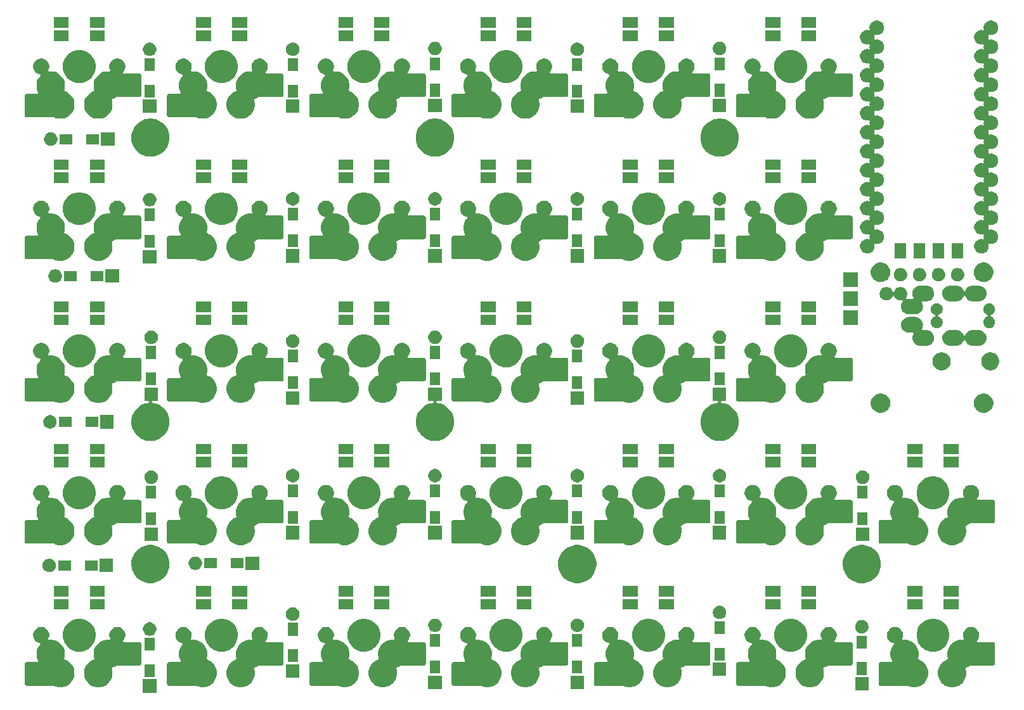
<source format=gbr>
G04 #@! TF.GenerationSoftware,KiCad,Pcbnew,(5.0.2-5-10.14)*
G04 #@! TF.CreationDate,2019-04-28T09:50:58+01:00*
G04 #@! TF.ProjectId,helix,68656c69-782e-46b6-9963-61645f706362,rev?*
G04 #@! TF.SameCoordinates,Original*
G04 #@! TF.FileFunction,Soldermask,Bot*
G04 #@! TF.FilePolarity,Negative*
%FSLAX46Y46*%
G04 Gerber Fmt 4.6, Leading zero omitted, Abs format (unit mm)*
G04 Created by KiCad (PCBNEW (5.0.2-5-10.14)) date Sunday, 28 April 2019 at 09:50:58*
%MOMM*%
%LPD*%
G01*
G04 APERTURE LIST*
%ADD10C,0.100000*%
G04 APERTURE END LIST*
D10*
G36*
X102298500Y-136708500D02*
X100501500Y-136708500D01*
X100501500Y-134911500D01*
X102298500Y-134911500D01*
X102298500Y-136708500D01*
X102298500Y-136708500D01*
G37*
G36*
X197398500Y-136408500D02*
X195601500Y-136408500D01*
X195601500Y-134611500D01*
X197398500Y-134611500D01*
X197398500Y-136408500D01*
X197398500Y-136408500D01*
G37*
G36*
X159398500Y-136208500D02*
X157601500Y-136208500D01*
X157601500Y-134411500D01*
X159398500Y-134411500D01*
X159398500Y-136208500D01*
X159398500Y-136208500D01*
G37*
G36*
X140398500Y-136208500D02*
X138601500Y-136208500D01*
X138601500Y-134411500D01*
X140398500Y-134411500D01*
X140398500Y-136208500D01*
X140398500Y-136208500D01*
G37*
G36*
X173393566Y-127966312D02*
X173589203Y-128047347D01*
X173765275Y-128164995D01*
X173915005Y-128314725D01*
X174032653Y-128490797D01*
X174113688Y-128686434D01*
X174155000Y-128894122D01*
X174155000Y-129105878D01*
X174113688Y-129313566D01*
X174032653Y-129509203D01*
X173915005Y-129685275D01*
X173890241Y-129710039D01*
X173874695Y-129728981D01*
X173863144Y-129750592D01*
X173856031Y-129774041D01*
X173853629Y-129798427D01*
X173856031Y-129822813D01*
X173863144Y-129846262D01*
X173874695Y-129867873D01*
X173890241Y-129886815D01*
X173909183Y-129902361D01*
X173930794Y-129913912D01*
X173954243Y-129921025D01*
X173978629Y-129923427D01*
X175996922Y-129923427D01*
X176022824Y-129924699D01*
X176028276Y-129925236D01*
X176068100Y-129933158D01*
X176072973Y-129934127D01*
X176072974Y-129934127D01*
X176079025Y-129935331D01*
X176081343Y-129936034D01*
X176129133Y-129955830D01*
X176131278Y-129956976D01*
X176174292Y-129985716D01*
X176176164Y-129987253D01*
X176212747Y-130023836D01*
X176214284Y-130025708D01*
X176243024Y-130068722D01*
X176244170Y-130070867D01*
X176263966Y-130118657D01*
X176264669Y-130120975D01*
X176274764Y-130171724D01*
X176275301Y-130177176D01*
X176276573Y-130203078D01*
X176276573Y-132796922D01*
X176275301Y-132822824D01*
X176274764Y-132828276D01*
X176264669Y-132879025D01*
X176263966Y-132881343D01*
X176244170Y-132929133D01*
X176243024Y-132931278D01*
X176214284Y-132974292D01*
X176212747Y-132976164D01*
X176176164Y-133012747D01*
X176174292Y-133014284D01*
X176131278Y-133043024D01*
X176129133Y-133044170D01*
X176081343Y-133063966D01*
X176079025Y-133064669D01*
X176072974Y-133065873D01*
X176072973Y-133065873D01*
X176068100Y-133066842D01*
X176028276Y-133074764D01*
X176022824Y-133075301D01*
X175996922Y-133076573D01*
X172968184Y-133076573D01*
X172943798Y-133078975D01*
X172920349Y-133086088D01*
X172898738Y-133097639D01*
X172709986Y-133223759D01*
X172517818Y-133303357D01*
X172427621Y-133340718D01*
X172425916Y-133341424D01*
X172404305Y-133352975D01*
X172385363Y-133368520D01*
X172369817Y-133387462D01*
X172358266Y-133409073D01*
X172351153Y-133432522D01*
X172348751Y-133456909D01*
X172351153Y-133481295D01*
X172358265Y-133504741D01*
X172366984Y-133525791D01*
X172404600Y-133714898D01*
X172440000Y-133892865D01*
X172440000Y-134267135D01*
X172366984Y-134634209D01*
X172223759Y-134979986D01*
X172015824Y-135291182D01*
X171751182Y-135555824D01*
X171439986Y-135763759D01*
X171094209Y-135906984D01*
X170727135Y-135980000D01*
X170352865Y-135980000D01*
X169985791Y-135906984D01*
X169640014Y-135763759D01*
X169328818Y-135555824D01*
X169064176Y-135291182D01*
X168856241Y-134979986D01*
X168713016Y-134634209D01*
X168640000Y-134267135D01*
X168640000Y-133892865D01*
X168713016Y-133525791D01*
X168856241Y-133180014D01*
X169064176Y-132868818D01*
X169328818Y-132604176D01*
X169640014Y-132396241D01*
X169924084Y-132278576D01*
X169945695Y-132267025D01*
X169964637Y-132251480D01*
X169980183Y-132232538D01*
X169991734Y-132210927D01*
X169998847Y-132187478D01*
X170001249Y-132163091D01*
X169998847Y-132138705D01*
X169991734Y-132115255D01*
X169983016Y-132094209D01*
X169933200Y-131843767D01*
X169910000Y-131727135D01*
X169910000Y-131352865D01*
X169983016Y-130985791D01*
X170126241Y-130640014D01*
X170334176Y-130328818D01*
X170598818Y-130064176D01*
X170910014Y-129856241D01*
X171255791Y-129713016D01*
X171622865Y-129640000D01*
X171994450Y-129640000D01*
X172018836Y-129637598D01*
X172042285Y-129630485D01*
X172063896Y-129618934D01*
X172082838Y-129603388D01*
X172098384Y-129584446D01*
X172109935Y-129562835D01*
X172117048Y-129539386D01*
X172119450Y-129515000D01*
X172117048Y-129490614D01*
X172109935Y-129467165D01*
X172046312Y-129313566D01*
X172005000Y-129105878D01*
X172005000Y-128894122D01*
X172046312Y-128686434D01*
X172127347Y-128490797D01*
X172244995Y-128314725D01*
X172394725Y-128164995D01*
X172570797Y-128047347D01*
X172766434Y-127966312D01*
X172974122Y-127925000D01*
X173185878Y-127925000D01*
X173393566Y-127966312D01*
X173393566Y-127966312D01*
G37*
G36*
X163233566Y-127966312D02*
X163429203Y-128047347D01*
X163605275Y-128164995D01*
X163755005Y-128314725D01*
X163872653Y-128490797D01*
X163953688Y-128686434D01*
X163995000Y-128894122D01*
X163995000Y-129105878D01*
X163953688Y-129313566D01*
X163890065Y-129467165D01*
X163882952Y-129490614D01*
X163880550Y-129515000D01*
X163882952Y-129539386D01*
X163890065Y-129562835D01*
X163901616Y-129584446D01*
X163917162Y-129603388D01*
X163936104Y-129618934D01*
X163957715Y-129630485D01*
X163981164Y-129637598D01*
X164005550Y-129640000D01*
X164377135Y-129640000D01*
X164744209Y-129713016D01*
X165089986Y-129856241D01*
X165401182Y-130064176D01*
X165665824Y-130328818D01*
X165873759Y-130640014D01*
X166016984Y-130985791D01*
X166090000Y-131352865D01*
X166090000Y-131727135D01*
X166066800Y-131843767D01*
X166016984Y-132094209D01*
X166008266Y-132115255D01*
X166001153Y-132138704D01*
X165998751Y-132163090D01*
X166001153Y-132187477D01*
X166008266Y-132210926D01*
X166019817Y-132232537D01*
X166035362Y-132251479D01*
X166054304Y-132267024D01*
X166075916Y-132278576D01*
X166359986Y-132396241D01*
X166671182Y-132604176D01*
X166935824Y-132868818D01*
X167143759Y-133180014D01*
X167286984Y-133525791D01*
X167360000Y-133892865D01*
X167360000Y-134267135D01*
X167286984Y-134634209D01*
X167143759Y-134979986D01*
X166935824Y-135291182D01*
X166671182Y-135555824D01*
X166359986Y-135763759D01*
X166014209Y-135906984D01*
X165647135Y-135980000D01*
X165272865Y-135980000D01*
X164905791Y-135906984D01*
X164613921Y-135786088D01*
X164590472Y-135778975D01*
X164566086Y-135776573D01*
X161003078Y-135776573D01*
X160977176Y-135775301D01*
X160971724Y-135774764D01*
X160931900Y-135766842D01*
X160927027Y-135765873D01*
X160927026Y-135765873D01*
X160920975Y-135764669D01*
X160918657Y-135763966D01*
X160870867Y-135744170D01*
X160868722Y-135743024D01*
X160825708Y-135714284D01*
X160823836Y-135712747D01*
X160787253Y-135676164D01*
X160785716Y-135674292D01*
X160756976Y-135631278D01*
X160755830Y-135629133D01*
X160736034Y-135581343D01*
X160735331Y-135579025D01*
X160725236Y-135528276D01*
X160724699Y-135522824D01*
X160723427Y-135496922D01*
X160723427Y-132903078D01*
X160724699Y-132877176D01*
X160725236Y-132871724D01*
X160735331Y-132820975D01*
X160736034Y-132818657D01*
X160755830Y-132770867D01*
X160756976Y-132768722D01*
X160785716Y-132725708D01*
X160787253Y-132723836D01*
X160823836Y-132687253D01*
X160825708Y-132685716D01*
X160868722Y-132656976D01*
X160870867Y-132655830D01*
X160918657Y-132636034D01*
X160920975Y-132635331D01*
X160927026Y-132634127D01*
X160927027Y-132634127D01*
X160931900Y-132633158D01*
X160971724Y-132625236D01*
X160977176Y-132624699D01*
X161003078Y-132623427D01*
X162395149Y-132623427D01*
X162419535Y-132621025D01*
X162442984Y-132613912D01*
X162464595Y-132602361D01*
X162483537Y-132586815D01*
X162499083Y-132567873D01*
X162510634Y-132546262D01*
X162517747Y-132522813D01*
X162520149Y-132498427D01*
X162517747Y-132474041D01*
X162510634Y-132450592D01*
X162363016Y-132094209D01*
X162290000Y-131727135D01*
X162290000Y-131352865D01*
X162363016Y-130985791D01*
X162506241Y-130640014D01*
X162714176Y-130328818D01*
X162777102Y-130265892D01*
X162792648Y-130246950D01*
X162804199Y-130225339D01*
X162811312Y-130201890D01*
X162813714Y-130177504D01*
X162811312Y-130153118D01*
X162804199Y-130129669D01*
X162792648Y-130108058D01*
X162777102Y-130089116D01*
X162758160Y-130073570D01*
X162736549Y-130062019D01*
X162713101Y-130054906D01*
X162606434Y-130033688D01*
X162410797Y-129952653D01*
X162234725Y-129835005D01*
X162084995Y-129685275D01*
X161967347Y-129509203D01*
X161886312Y-129313566D01*
X161845000Y-129105878D01*
X161845000Y-128894122D01*
X161886312Y-128686434D01*
X161967347Y-128490797D01*
X162084995Y-128314725D01*
X162234725Y-128164995D01*
X162410797Y-128047347D01*
X162606434Y-127966312D01*
X162814122Y-127925000D01*
X163025878Y-127925000D01*
X163233566Y-127966312D01*
X163233566Y-127966312D01*
G37*
G36*
X154393566Y-127966312D02*
X154589203Y-128047347D01*
X154765275Y-128164995D01*
X154915005Y-128314725D01*
X155032653Y-128490797D01*
X155113688Y-128686434D01*
X155155000Y-128894122D01*
X155155000Y-129105878D01*
X155113688Y-129313566D01*
X155032653Y-129509203D01*
X154915005Y-129685275D01*
X154890241Y-129710039D01*
X154874695Y-129728981D01*
X154863144Y-129750592D01*
X154856031Y-129774041D01*
X154853629Y-129798427D01*
X154856031Y-129822813D01*
X154863144Y-129846262D01*
X154874695Y-129867873D01*
X154890241Y-129886815D01*
X154909183Y-129902361D01*
X154930794Y-129913912D01*
X154954243Y-129921025D01*
X154978629Y-129923427D01*
X156996922Y-129923427D01*
X157022824Y-129924699D01*
X157028276Y-129925236D01*
X157068100Y-129933158D01*
X157072973Y-129934127D01*
X157072974Y-129934127D01*
X157079025Y-129935331D01*
X157081343Y-129936034D01*
X157129133Y-129955830D01*
X157131278Y-129956976D01*
X157174292Y-129985716D01*
X157176164Y-129987253D01*
X157212747Y-130023836D01*
X157214284Y-130025708D01*
X157243024Y-130068722D01*
X157244170Y-130070867D01*
X157263966Y-130118657D01*
X157264669Y-130120975D01*
X157274764Y-130171724D01*
X157275301Y-130177176D01*
X157276573Y-130203078D01*
X157276573Y-132796922D01*
X157275301Y-132822824D01*
X157274764Y-132828276D01*
X157264669Y-132879025D01*
X157263966Y-132881343D01*
X157244170Y-132929133D01*
X157243024Y-132931278D01*
X157214284Y-132974292D01*
X157212747Y-132976164D01*
X157176164Y-133012747D01*
X157174292Y-133014284D01*
X157131278Y-133043024D01*
X157129133Y-133044170D01*
X157081343Y-133063966D01*
X157079025Y-133064669D01*
X157072974Y-133065873D01*
X157072973Y-133065873D01*
X157068100Y-133066842D01*
X157028276Y-133074764D01*
X157022824Y-133075301D01*
X156996922Y-133076573D01*
X153968184Y-133076573D01*
X153943798Y-133078975D01*
X153920349Y-133086088D01*
X153898738Y-133097639D01*
X153709986Y-133223759D01*
X153517818Y-133303357D01*
X153427621Y-133340718D01*
X153425916Y-133341424D01*
X153404305Y-133352975D01*
X153385363Y-133368520D01*
X153369817Y-133387462D01*
X153358266Y-133409073D01*
X153351153Y-133432522D01*
X153348751Y-133456909D01*
X153351153Y-133481295D01*
X153358265Y-133504741D01*
X153366984Y-133525791D01*
X153404600Y-133714898D01*
X153440000Y-133892865D01*
X153440000Y-134267135D01*
X153366984Y-134634209D01*
X153223759Y-134979986D01*
X153015824Y-135291182D01*
X152751182Y-135555824D01*
X152439986Y-135763759D01*
X152094209Y-135906984D01*
X151727135Y-135980000D01*
X151352865Y-135980000D01*
X150985791Y-135906984D01*
X150640014Y-135763759D01*
X150328818Y-135555824D01*
X150064176Y-135291182D01*
X149856241Y-134979986D01*
X149713016Y-134634209D01*
X149640000Y-134267135D01*
X149640000Y-133892865D01*
X149713016Y-133525791D01*
X149856241Y-133180014D01*
X150064176Y-132868818D01*
X150328818Y-132604176D01*
X150640014Y-132396241D01*
X150924084Y-132278576D01*
X150945695Y-132267025D01*
X150964637Y-132251480D01*
X150980183Y-132232538D01*
X150991734Y-132210927D01*
X150998847Y-132187478D01*
X151001249Y-132163091D01*
X150998847Y-132138705D01*
X150991734Y-132115255D01*
X150983016Y-132094209D01*
X150933200Y-131843767D01*
X150910000Y-131727135D01*
X150910000Y-131352865D01*
X150983016Y-130985791D01*
X151126241Y-130640014D01*
X151334176Y-130328818D01*
X151598818Y-130064176D01*
X151910014Y-129856241D01*
X152255791Y-129713016D01*
X152622865Y-129640000D01*
X152994450Y-129640000D01*
X153018836Y-129637598D01*
X153042285Y-129630485D01*
X153063896Y-129618934D01*
X153082838Y-129603388D01*
X153098384Y-129584446D01*
X153109935Y-129562835D01*
X153117048Y-129539386D01*
X153119450Y-129515000D01*
X153117048Y-129490614D01*
X153109935Y-129467165D01*
X153046312Y-129313566D01*
X153005000Y-129105878D01*
X153005000Y-128894122D01*
X153046312Y-128686434D01*
X153127347Y-128490797D01*
X153244995Y-128314725D01*
X153394725Y-128164995D01*
X153570797Y-128047347D01*
X153766434Y-127966312D01*
X153974122Y-127925000D01*
X154185878Y-127925000D01*
X154393566Y-127966312D01*
X154393566Y-127966312D01*
G37*
G36*
X144233566Y-127966312D02*
X144429203Y-128047347D01*
X144605275Y-128164995D01*
X144755005Y-128314725D01*
X144872653Y-128490797D01*
X144953688Y-128686434D01*
X144995000Y-128894122D01*
X144995000Y-129105878D01*
X144953688Y-129313566D01*
X144890065Y-129467165D01*
X144882952Y-129490614D01*
X144880550Y-129515000D01*
X144882952Y-129539386D01*
X144890065Y-129562835D01*
X144901616Y-129584446D01*
X144917162Y-129603388D01*
X144936104Y-129618934D01*
X144957715Y-129630485D01*
X144981164Y-129637598D01*
X145005550Y-129640000D01*
X145377135Y-129640000D01*
X145744209Y-129713016D01*
X146089986Y-129856241D01*
X146401182Y-130064176D01*
X146665824Y-130328818D01*
X146873759Y-130640014D01*
X147016984Y-130985791D01*
X147090000Y-131352865D01*
X147090000Y-131727135D01*
X147066800Y-131843767D01*
X147016984Y-132094209D01*
X147008266Y-132115255D01*
X147001153Y-132138704D01*
X146998751Y-132163090D01*
X147001153Y-132187477D01*
X147008266Y-132210926D01*
X147019817Y-132232537D01*
X147035362Y-132251479D01*
X147054304Y-132267024D01*
X147075916Y-132278576D01*
X147359986Y-132396241D01*
X147671182Y-132604176D01*
X147935824Y-132868818D01*
X148143759Y-133180014D01*
X148286984Y-133525791D01*
X148360000Y-133892865D01*
X148360000Y-134267135D01*
X148286984Y-134634209D01*
X148143759Y-134979986D01*
X147935824Y-135291182D01*
X147671182Y-135555824D01*
X147359986Y-135763759D01*
X147014209Y-135906984D01*
X146647135Y-135980000D01*
X146272865Y-135980000D01*
X145905791Y-135906984D01*
X145613921Y-135786088D01*
X145590472Y-135778975D01*
X145566086Y-135776573D01*
X142003078Y-135776573D01*
X141977176Y-135775301D01*
X141971724Y-135774764D01*
X141931900Y-135766842D01*
X141927027Y-135765873D01*
X141927026Y-135765873D01*
X141920975Y-135764669D01*
X141918657Y-135763966D01*
X141870867Y-135744170D01*
X141868722Y-135743024D01*
X141825708Y-135714284D01*
X141823836Y-135712747D01*
X141787253Y-135676164D01*
X141785716Y-135674292D01*
X141756976Y-135631278D01*
X141755830Y-135629133D01*
X141736034Y-135581343D01*
X141735331Y-135579025D01*
X141725236Y-135528276D01*
X141724699Y-135522824D01*
X141723427Y-135496922D01*
X141723427Y-132903078D01*
X141724699Y-132877176D01*
X141725236Y-132871724D01*
X141735331Y-132820975D01*
X141736034Y-132818657D01*
X141755830Y-132770867D01*
X141756976Y-132768722D01*
X141785716Y-132725708D01*
X141787253Y-132723836D01*
X141823836Y-132687253D01*
X141825708Y-132685716D01*
X141868722Y-132656976D01*
X141870867Y-132655830D01*
X141918657Y-132636034D01*
X141920975Y-132635331D01*
X141927026Y-132634127D01*
X141927027Y-132634127D01*
X141931900Y-132633158D01*
X141971724Y-132625236D01*
X141977176Y-132624699D01*
X142003078Y-132623427D01*
X143395149Y-132623427D01*
X143419535Y-132621025D01*
X143442984Y-132613912D01*
X143464595Y-132602361D01*
X143483537Y-132586815D01*
X143499083Y-132567873D01*
X143510634Y-132546262D01*
X143517747Y-132522813D01*
X143520149Y-132498427D01*
X143517747Y-132474041D01*
X143510634Y-132450592D01*
X143363016Y-132094209D01*
X143290000Y-131727135D01*
X143290000Y-131352865D01*
X143363016Y-130985791D01*
X143506241Y-130640014D01*
X143714176Y-130328818D01*
X143777102Y-130265892D01*
X143792648Y-130246950D01*
X143804199Y-130225339D01*
X143811312Y-130201890D01*
X143813714Y-130177504D01*
X143811312Y-130153118D01*
X143804199Y-130129669D01*
X143792648Y-130108058D01*
X143777102Y-130089116D01*
X143758160Y-130073570D01*
X143736549Y-130062019D01*
X143713101Y-130054906D01*
X143606434Y-130033688D01*
X143410797Y-129952653D01*
X143234725Y-129835005D01*
X143084995Y-129685275D01*
X142967347Y-129509203D01*
X142886312Y-129313566D01*
X142845000Y-129105878D01*
X142845000Y-128894122D01*
X142886312Y-128686434D01*
X142967347Y-128490797D01*
X143084995Y-128314725D01*
X143234725Y-128164995D01*
X143410797Y-128047347D01*
X143606434Y-127966312D01*
X143814122Y-127925000D01*
X144025878Y-127925000D01*
X144233566Y-127966312D01*
X144233566Y-127966312D01*
G37*
G36*
X135393566Y-127966312D02*
X135589203Y-128047347D01*
X135765275Y-128164995D01*
X135915005Y-128314725D01*
X136032653Y-128490797D01*
X136113688Y-128686434D01*
X136155000Y-128894122D01*
X136155000Y-129105878D01*
X136113688Y-129313566D01*
X136032653Y-129509203D01*
X135915005Y-129685275D01*
X135890241Y-129710039D01*
X135874695Y-129728981D01*
X135863144Y-129750592D01*
X135856031Y-129774041D01*
X135853629Y-129798427D01*
X135856031Y-129822813D01*
X135863144Y-129846262D01*
X135874695Y-129867873D01*
X135890241Y-129886815D01*
X135909183Y-129902361D01*
X135930794Y-129913912D01*
X135954243Y-129921025D01*
X135978629Y-129923427D01*
X137996922Y-129923427D01*
X138022824Y-129924699D01*
X138028276Y-129925236D01*
X138068100Y-129933158D01*
X138072973Y-129934127D01*
X138072974Y-129934127D01*
X138079025Y-129935331D01*
X138081343Y-129936034D01*
X138129133Y-129955830D01*
X138131278Y-129956976D01*
X138174292Y-129985716D01*
X138176164Y-129987253D01*
X138212747Y-130023836D01*
X138214284Y-130025708D01*
X138243024Y-130068722D01*
X138244170Y-130070867D01*
X138263966Y-130118657D01*
X138264669Y-130120975D01*
X138274764Y-130171724D01*
X138275301Y-130177176D01*
X138276573Y-130203078D01*
X138276573Y-132796922D01*
X138275301Y-132822824D01*
X138274764Y-132828276D01*
X138264669Y-132879025D01*
X138263966Y-132881343D01*
X138244170Y-132929133D01*
X138243024Y-132931278D01*
X138214284Y-132974292D01*
X138212747Y-132976164D01*
X138176164Y-133012747D01*
X138174292Y-133014284D01*
X138131278Y-133043024D01*
X138129133Y-133044170D01*
X138081343Y-133063966D01*
X138079025Y-133064669D01*
X138072974Y-133065873D01*
X138072973Y-133065873D01*
X138068100Y-133066842D01*
X138028276Y-133074764D01*
X138022824Y-133075301D01*
X137996922Y-133076573D01*
X134968184Y-133076573D01*
X134943798Y-133078975D01*
X134920349Y-133086088D01*
X134898738Y-133097639D01*
X134709986Y-133223759D01*
X134517818Y-133303357D01*
X134427621Y-133340718D01*
X134425916Y-133341424D01*
X134404305Y-133352975D01*
X134385363Y-133368520D01*
X134369817Y-133387462D01*
X134358266Y-133409073D01*
X134351153Y-133432522D01*
X134348751Y-133456909D01*
X134351153Y-133481295D01*
X134358265Y-133504741D01*
X134366984Y-133525791D01*
X134404600Y-133714898D01*
X134440000Y-133892865D01*
X134440000Y-134267135D01*
X134366984Y-134634209D01*
X134223759Y-134979986D01*
X134015824Y-135291182D01*
X133751182Y-135555824D01*
X133439986Y-135763759D01*
X133094209Y-135906984D01*
X132727135Y-135980000D01*
X132352865Y-135980000D01*
X131985791Y-135906984D01*
X131640014Y-135763759D01*
X131328818Y-135555824D01*
X131064176Y-135291182D01*
X130856241Y-134979986D01*
X130713016Y-134634209D01*
X130640000Y-134267135D01*
X130640000Y-133892865D01*
X130713016Y-133525791D01*
X130856241Y-133180014D01*
X131064176Y-132868818D01*
X131328818Y-132604176D01*
X131640014Y-132396241D01*
X131924084Y-132278576D01*
X131945695Y-132267025D01*
X131964637Y-132251480D01*
X131980183Y-132232538D01*
X131991734Y-132210927D01*
X131998847Y-132187478D01*
X132001249Y-132163091D01*
X131998847Y-132138705D01*
X131991734Y-132115255D01*
X131983016Y-132094209D01*
X131933200Y-131843767D01*
X131910000Y-131727135D01*
X131910000Y-131352865D01*
X131983016Y-130985791D01*
X132126241Y-130640014D01*
X132334176Y-130328818D01*
X132598818Y-130064176D01*
X132910014Y-129856241D01*
X133255791Y-129713016D01*
X133622865Y-129640000D01*
X133994450Y-129640000D01*
X134018836Y-129637598D01*
X134042285Y-129630485D01*
X134063896Y-129618934D01*
X134082838Y-129603388D01*
X134098384Y-129584446D01*
X134109935Y-129562835D01*
X134117048Y-129539386D01*
X134119450Y-129515000D01*
X134117048Y-129490614D01*
X134109935Y-129467165D01*
X134046312Y-129313566D01*
X134005000Y-129105878D01*
X134005000Y-128894122D01*
X134046312Y-128686434D01*
X134127347Y-128490797D01*
X134244995Y-128314725D01*
X134394725Y-128164995D01*
X134570797Y-128047347D01*
X134766434Y-127966312D01*
X134974122Y-127925000D01*
X135185878Y-127925000D01*
X135393566Y-127966312D01*
X135393566Y-127966312D01*
G37*
G36*
X125233566Y-127966312D02*
X125429203Y-128047347D01*
X125605275Y-128164995D01*
X125755005Y-128314725D01*
X125872653Y-128490797D01*
X125953688Y-128686434D01*
X125995000Y-128894122D01*
X125995000Y-129105878D01*
X125953688Y-129313566D01*
X125890065Y-129467165D01*
X125882952Y-129490614D01*
X125880550Y-129515000D01*
X125882952Y-129539386D01*
X125890065Y-129562835D01*
X125901616Y-129584446D01*
X125917162Y-129603388D01*
X125936104Y-129618934D01*
X125957715Y-129630485D01*
X125981164Y-129637598D01*
X126005550Y-129640000D01*
X126377135Y-129640000D01*
X126744209Y-129713016D01*
X127089986Y-129856241D01*
X127401182Y-130064176D01*
X127665824Y-130328818D01*
X127873759Y-130640014D01*
X128016984Y-130985791D01*
X128090000Y-131352865D01*
X128090000Y-131727135D01*
X128066800Y-131843767D01*
X128016984Y-132094209D01*
X128008266Y-132115255D01*
X128001153Y-132138704D01*
X127998751Y-132163090D01*
X128001153Y-132187477D01*
X128008266Y-132210926D01*
X128019817Y-132232537D01*
X128035362Y-132251479D01*
X128054304Y-132267024D01*
X128075916Y-132278576D01*
X128359986Y-132396241D01*
X128671182Y-132604176D01*
X128935824Y-132868818D01*
X129143759Y-133180014D01*
X129286984Y-133525791D01*
X129360000Y-133892865D01*
X129360000Y-134267135D01*
X129286984Y-134634209D01*
X129143759Y-134979986D01*
X128935824Y-135291182D01*
X128671182Y-135555824D01*
X128359986Y-135763759D01*
X128014209Y-135906984D01*
X127647135Y-135980000D01*
X127272865Y-135980000D01*
X126905791Y-135906984D01*
X126613921Y-135786088D01*
X126590472Y-135778975D01*
X126566086Y-135776573D01*
X123003078Y-135776573D01*
X122977176Y-135775301D01*
X122971724Y-135774764D01*
X122931900Y-135766842D01*
X122927027Y-135765873D01*
X122927026Y-135765873D01*
X122920975Y-135764669D01*
X122918657Y-135763966D01*
X122870867Y-135744170D01*
X122868722Y-135743024D01*
X122825708Y-135714284D01*
X122823836Y-135712747D01*
X122787253Y-135676164D01*
X122785716Y-135674292D01*
X122756976Y-135631278D01*
X122755830Y-135629133D01*
X122736034Y-135581343D01*
X122735331Y-135579025D01*
X122725236Y-135528276D01*
X122724699Y-135522824D01*
X122723427Y-135496922D01*
X122723427Y-132903078D01*
X122724699Y-132877176D01*
X122725236Y-132871724D01*
X122735331Y-132820975D01*
X122736034Y-132818657D01*
X122755830Y-132770867D01*
X122756976Y-132768722D01*
X122785716Y-132725708D01*
X122787253Y-132723836D01*
X122823836Y-132687253D01*
X122825708Y-132685716D01*
X122868722Y-132656976D01*
X122870867Y-132655830D01*
X122918657Y-132636034D01*
X122920975Y-132635331D01*
X122927026Y-132634127D01*
X122927027Y-132634127D01*
X122931900Y-132633158D01*
X122971724Y-132625236D01*
X122977176Y-132624699D01*
X123003078Y-132623427D01*
X124395149Y-132623427D01*
X124419535Y-132621025D01*
X124442984Y-132613912D01*
X124464595Y-132602361D01*
X124483537Y-132586815D01*
X124499083Y-132567873D01*
X124510634Y-132546262D01*
X124517747Y-132522813D01*
X124520149Y-132498427D01*
X124517747Y-132474041D01*
X124510634Y-132450592D01*
X124363016Y-132094209D01*
X124290000Y-131727135D01*
X124290000Y-131352865D01*
X124363016Y-130985791D01*
X124506241Y-130640014D01*
X124714176Y-130328818D01*
X124777102Y-130265892D01*
X124792648Y-130246950D01*
X124804199Y-130225339D01*
X124811312Y-130201890D01*
X124813714Y-130177504D01*
X124811312Y-130153118D01*
X124804199Y-130129669D01*
X124792648Y-130108058D01*
X124777102Y-130089116D01*
X124758160Y-130073570D01*
X124736549Y-130062019D01*
X124713101Y-130054906D01*
X124606434Y-130033688D01*
X124410797Y-129952653D01*
X124234725Y-129835005D01*
X124084995Y-129685275D01*
X123967347Y-129509203D01*
X123886312Y-129313566D01*
X123845000Y-129105878D01*
X123845000Y-128894122D01*
X123886312Y-128686434D01*
X123967347Y-128490797D01*
X124084995Y-128314725D01*
X124234725Y-128164995D01*
X124410797Y-128047347D01*
X124606434Y-127966312D01*
X124814122Y-127925000D01*
X125025878Y-127925000D01*
X125233566Y-127966312D01*
X125233566Y-127966312D01*
G37*
G36*
X116393566Y-127966312D02*
X116589203Y-128047347D01*
X116765275Y-128164995D01*
X116915005Y-128314725D01*
X117032653Y-128490797D01*
X117113688Y-128686434D01*
X117155000Y-128894122D01*
X117155000Y-129105878D01*
X117113688Y-129313566D01*
X117032653Y-129509203D01*
X116915005Y-129685275D01*
X116890241Y-129710039D01*
X116874695Y-129728981D01*
X116863144Y-129750592D01*
X116856031Y-129774041D01*
X116853629Y-129798427D01*
X116856031Y-129822813D01*
X116863144Y-129846262D01*
X116874695Y-129867873D01*
X116890241Y-129886815D01*
X116909183Y-129902361D01*
X116930794Y-129913912D01*
X116954243Y-129921025D01*
X116978629Y-129923427D01*
X118996922Y-129923427D01*
X119022824Y-129924699D01*
X119028276Y-129925236D01*
X119068100Y-129933158D01*
X119072973Y-129934127D01*
X119072974Y-129934127D01*
X119079025Y-129935331D01*
X119081343Y-129936034D01*
X119129133Y-129955830D01*
X119131278Y-129956976D01*
X119174292Y-129985716D01*
X119176164Y-129987253D01*
X119212747Y-130023836D01*
X119214284Y-130025708D01*
X119243024Y-130068722D01*
X119244170Y-130070867D01*
X119263966Y-130118657D01*
X119264669Y-130120975D01*
X119274764Y-130171724D01*
X119275301Y-130177176D01*
X119276573Y-130203078D01*
X119276573Y-132796922D01*
X119275301Y-132822824D01*
X119274764Y-132828276D01*
X119264669Y-132879025D01*
X119263966Y-132881343D01*
X119244170Y-132929133D01*
X119243024Y-132931278D01*
X119214284Y-132974292D01*
X119212747Y-132976164D01*
X119176164Y-133012747D01*
X119174292Y-133014284D01*
X119131278Y-133043024D01*
X119129133Y-133044170D01*
X119081343Y-133063966D01*
X119079025Y-133064669D01*
X119072974Y-133065873D01*
X119072973Y-133065873D01*
X119068100Y-133066842D01*
X119028276Y-133074764D01*
X119022824Y-133075301D01*
X118996922Y-133076573D01*
X115968184Y-133076573D01*
X115943798Y-133078975D01*
X115920349Y-133086088D01*
X115898738Y-133097639D01*
X115709986Y-133223759D01*
X115517818Y-133303357D01*
X115427621Y-133340718D01*
X115425916Y-133341424D01*
X115404305Y-133352975D01*
X115385363Y-133368520D01*
X115369817Y-133387462D01*
X115358266Y-133409073D01*
X115351153Y-133432522D01*
X115348751Y-133456909D01*
X115351153Y-133481295D01*
X115358265Y-133504741D01*
X115366984Y-133525791D01*
X115404600Y-133714898D01*
X115440000Y-133892865D01*
X115440000Y-134267135D01*
X115366984Y-134634209D01*
X115223759Y-134979986D01*
X115015824Y-135291182D01*
X114751182Y-135555824D01*
X114439986Y-135763759D01*
X114094209Y-135906984D01*
X113727135Y-135980000D01*
X113352865Y-135980000D01*
X112985791Y-135906984D01*
X112640014Y-135763759D01*
X112328818Y-135555824D01*
X112064176Y-135291182D01*
X111856241Y-134979986D01*
X111713016Y-134634209D01*
X111640000Y-134267135D01*
X111640000Y-133892865D01*
X111713016Y-133525791D01*
X111856241Y-133180014D01*
X112064176Y-132868818D01*
X112328818Y-132604176D01*
X112640014Y-132396241D01*
X112924084Y-132278576D01*
X112945695Y-132267025D01*
X112964637Y-132251480D01*
X112980183Y-132232538D01*
X112991734Y-132210927D01*
X112998847Y-132187478D01*
X113001249Y-132163091D01*
X112998847Y-132138705D01*
X112991734Y-132115255D01*
X112983016Y-132094209D01*
X112933200Y-131843767D01*
X112910000Y-131727135D01*
X112910000Y-131352865D01*
X112983016Y-130985791D01*
X113126241Y-130640014D01*
X113334176Y-130328818D01*
X113598818Y-130064176D01*
X113910014Y-129856241D01*
X114255791Y-129713016D01*
X114622865Y-129640000D01*
X114994450Y-129640000D01*
X115018836Y-129637598D01*
X115042285Y-129630485D01*
X115063896Y-129618934D01*
X115082838Y-129603388D01*
X115098384Y-129584446D01*
X115109935Y-129562835D01*
X115117048Y-129539386D01*
X115119450Y-129515000D01*
X115117048Y-129490614D01*
X115109935Y-129467165D01*
X115046312Y-129313566D01*
X115005000Y-129105878D01*
X115005000Y-128894122D01*
X115046312Y-128686434D01*
X115127347Y-128490797D01*
X115244995Y-128314725D01*
X115394725Y-128164995D01*
X115570797Y-128047347D01*
X115766434Y-127966312D01*
X115974122Y-127925000D01*
X116185878Y-127925000D01*
X116393566Y-127966312D01*
X116393566Y-127966312D01*
G37*
G36*
X106233566Y-127966312D02*
X106429203Y-128047347D01*
X106605275Y-128164995D01*
X106755005Y-128314725D01*
X106872653Y-128490797D01*
X106953688Y-128686434D01*
X106995000Y-128894122D01*
X106995000Y-129105878D01*
X106953688Y-129313566D01*
X106890065Y-129467165D01*
X106882952Y-129490614D01*
X106880550Y-129515000D01*
X106882952Y-129539386D01*
X106890065Y-129562835D01*
X106901616Y-129584446D01*
X106917162Y-129603388D01*
X106936104Y-129618934D01*
X106957715Y-129630485D01*
X106981164Y-129637598D01*
X107005550Y-129640000D01*
X107377135Y-129640000D01*
X107744209Y-129713016D01*
X108089986Y-129856241D01*
X108401182Y-130064176D01*
X108665824Y-130328818D01*
X108873759Y-130640014D01*
X109016984Y-130985791D01*
X109090000Y-131352865D01*
X109090000Y-131727135D01*
X109066800Y-131843767D01*
X109016984Y-132094209D01*
X109008266Y-132115255D01*
X109001153Y-132138704D01*
X108998751Y-132163090D01*
X109001153Y-132187477D01*
X109008266Y-132210926D01*
X109019817Y-132232537D01*
X109035362Y-132251479D01*
X109054304Y-132267024D01*
X109075916Y-132278576D01*
X109359986Y-132396241D01*
X109671182Y-132604176D01*
X109935824Y-132868818D01*
X110143759Y-133180014D01*
X110286984Y-133525791D01*
X110360000Y-133892865D01*
X110360000Y-134267135D01*
X110286984Y-134634209D01*
X110143759Y-134979986D01*
X109935824Y-135291182D01*
X109671182Y-135555824D01*
X109359986Y-135763759D01*
X109014209Y-135906984D01*
X108647135Y-135980000D01*
X108272865Y-135980000D01*
X107905791Y-135906984D01*
X107613921Y-135786088D01*
X107590472Y-135778975D01*
X107566086Y-135776573D01*
X104003078Y-135776573D01*
X103977176Y-135775301D01*
X103971724Y-135774764D01*
X103931900Y-135766842D01*
X103927027Y-135765873D01*
X103927026Y-135765873D01*
X103920975Y-135764669D01*
X103918657Y-135763966D01*
X103870867Y-135744170D01*
X103868722Y-135743024D01*
X103825708Y-135714284D01*
X103823836Y-135712747D01*
X103787253Y-135676164D01*
X103785716Y-135674292D01*
X103756976Y-135631278D01*
X103755830Y-135629133D01*
X103736034Y-135581343D01*
X103735331Y-135579025D01*
X103725236Y-135528276D01*
X103724699Y-135522824D01*
X103723427Y-135496922D01*
X103723427Y-132903078D01*
X103724699Y-132877176D01*
X103725236Y-132871724D01*
X103735331Y-132820975D01*
X103736034Y-132818657D01*
X103755830Y-132770867D01*
X103756976Y-132768722D01*
X103785716Y-132725708D01*
X103787253Y-132723836D01*
X103823836Y-132687253D01*
X103825708Y-132685716D01*
X103868722Y-132656976D01*
X103870867Y-132655830D01*
X103918657Y-132636034D01*
X103920975Y-132635331D01*
X103927026Y-132634127D01*
X103927027Y-132634127D01*
X103931900Y-132633158D01*
X103971724Y-132625236D01*
X103977176Y-132624699D01*
X104003078Y-132623427D01*
X105395149Y-132623427D01*
X105419535Y-132621025D01*
X105442984Y-132613912D01*
X105464595Y-132602361D01*
X105483537Y-132586815D01*
X105499083Y-132567873D01*
X105510634Y-132546262D01*
X105517747Y-132522813D01*
X105520149Y-132498427D01*
X105517747Y-132474041D01*
X105510634Y-132450592D01*
X105363016Y-132094209D01*
X105290000Y-131727135D01*
X105290000Y-131352865D01*
X105363016Y-130985791D01*
X105506241Y-130640014D01*
X105714176Y-130328818D01*
X105777102Y-130265892D01*
X105792648Y-130246950D01*
X105804199Y-130225339D01*
X105811312Y-130201890D01*
X105813714Y-130177504D01*
X105811312Y-130153118D01*
X105804199Y-130129669D01*
X105792648Y-130108058D01*
X105777102Y-130089116D01*
X105758160Y-130073570D01*
X105736549Y-130062019D01*
X105713101Y-130054906D01*
X105606434Y-130033688D01*
X105410797Y-129952653D01*
X105234725Y-129835005D01*
X105084995Y-129685275D01*
X104967347Y-129509203D01*
X104886312Y-129313566D01*
X104845000Y-129105878D01*
X104845000Y-128894122D01*
X104886312Y-128686434D01*
X104967347Y-128490797D01*
X105084995Y-128314725D01*
X105234725Y-128164995D01*
X105410797Y-128047347D01*
X105606434Y-127966312D01*
X105814122Y-127925000D01*
X106025878Y-127925000D01*
X106233566Y-127966312D01*
X106233566Y-127966312D01*
G37*
G36*
X97393566Y-127966312D02*
X97589203Y-128047347D01*
X97765275Y-128164995D01*
X97915005Y-128314725D01*
X98032653Y-128490797D01*
X98113688Y-128686434D01*
X98155000Y-128894122D01*
X98155000Y-129105878D01*
X98113688Y-129313566D01*
X98032653Y-129509203D01*
X97915005Y-129685275D01*
X97890241Y-129710039D01*
X97874695Y-129728981D01*
X97863144Y-129750592D01*
X97856031Y-129774041D01*
X97853629Y-129798427D01*
X97856031Y-129822813D01*
X97863144Y-129846262D01*
X97874695Y-129867873D01*
X97890241Y-129886815D01*
X97909183Y-129902361D01*
X97930794Y-129913912D01*
X97954243Y-129921025D01*
X97978629Y-129923427D01*
X99996922Y-129923427D01*
X100022824Y-129924699D01*
X100028276Y-129925236D01*
X100068100Y-129933158D01*
X100072973Y-129934127D01*
X100072974Y-129934127D01*
X100079025Y-129935331D01*
X100081343Y-129936034D01*
X100129133Y-129955830D01*
X100131278Y-129956976D01*
X100174292Y-129985716D01*
X100176164Y-129987253D01*
X100212747Y-130023836D01*
X100214284Y-130025708D01*
X100243024Y-130068722D01*
X100244170Y-130070867D01*
X100263966Y-130118657D01*
X100264669Y-130120975D01*
X100274764Y-130171724D01*
X100275301Y-130177176D01*
X100276573Y-130203078D01*
X100276573Y-132796922D01*
X100275301Y-132822824D01*
X100274764Y-132828276D01*
X100264669Y-132879025D01*
X100263966Y-132881343D01*
X100244170Y-132929133D01*
X100243024Y-132931278D01*
X100214284Y-132974292D01*
X100212747Y-132976164D01*
X100176164Y-133012747D01*
X100174292Y-133014284D01*
X100131278Y-133043024D01*
X100129133Y-133044170D01*
X100081343Y-133063966D01*
X100079025Y-133064669D01*
X100072974Y-133065873D01*
X100072973Y-133065873D01*
X100068100Y-133066842D01*
X100028276Y-133074764D01*
X100022824Y-133075301D01*
X99996922Y-133076573D01*
X96968184Y-133076573D01*
X96943798Y-133078975D01*
X96920349Y-133086088D01*
X96898738Y-133097639D01*
X96709986Y-133223759D01*
X96517818Y-133303357D01*
X96427621Y-133340718D01*
X96425916Y-133341424D01*
X96404305Y-133352975D01*
X96385363Y-133368520D01*
X96369817Y-133387462D01*
X96358266Y-133409073D01*
X96351153Y-133432522D01*
X96348751Y-133456909D01*
X96351153Y-133481295D01*
X96358265Y-133504741D01*
X96366984Y-133525791D01*
X96404600Y-133714898D01*
X96440000Y-133892865D01*
X96440000Y-134267135D01*
X96366984Y-134634209D01*
X96223759Y-134979986D01*
X96015824Y-135291182D01*
X95751182Y-135555824D01*
X95439986Y-135763759D01*
X95094209Y-135906984D01*
X94727135Y-135980000D01*
X94352865Y-135980000D01*
X93985791Y-135906984D01*
X93640014Y-135763759D01*
X93328818Y-135555824D01*
X93064176Y-135291182D01*
X92856241Y-134979986D01*
X92713016Y-134634209D01*
X92640000Y-134267135D01*
X92640000Y-133892865D01*
X92713016Y-133525791D01*
X92856241Y-133180014D01*
X93064176Y-132868818D01*
X93328818Y-132604176D01*
X93640014Y-132396241D01*
X93924084Y-132278576D01*
X93945695Y-132267025D01*
X93964637Y-132251480D01*
X93980183Y-132232538D01*
X93991734Y-132210927D01*
X93998847Y-132187478D01*
X94001249Y-132163091D01*
X93998847Y-132138705D01*
X93991734Y-132115255D01*
X93983016Y-132094209D01*
X93933200Y-131843767D01*
X93910000Y-131727135D01*
X93910000Y-131352865D01*
X93983016Y-130985791D01*
X94126241Y-130640014D01*
X94334176Y-130328818D01*
X94598818Y-130064176D01*
X94910014Y-129856241D01*
X95255791Y-129713016D01*
X95622865Y-129640000D01*
X95994450Y-129640000D01*
X96018836Y-129637598D01*
X96042285Y-129630485D01*
X96063896Y-129618934D01*
X96082838Y-129603388D01*
X96098384Y-129584446D01*
X96109935Y-129562835D01*
X96117048Y-129539386D01*
X96119450Y-129515000D01*
X96117048Y-129490614D01*
X96109935Y-129467165D01*
X96046312Y-129313566D01*
X96005000Y-129105878D01*
X96005000Y-128894122D01*
X96046312Y-128686434D01*
X96127347Y-128490797D01*
X96244995Y-128314725D01*
X96394725Y-128164995D01*
X96570797Y-128047347D01*
X96766434Y-127966312D01*
X96974122Y-127925000D01*
X97185878Y-127925000D01*
X97393566Y-127966312D01*
X97393566Y-127966312D01*
G37*
G36*
X87233566Y-127966312D02*
X87429203Y-128047347D01*
X87605275Y-128164995D01*
X87755005Y-128314725D01*
X87872653Y-128490797D01*
X87953688Y-128686434D01*
X87995000Y-128894122D01*
X87995000Y-129105878D01*
X87953688Y-129313566D01*
X87890065Y-129467165D01*
X87882952Y-129490614D01*
X87880550Y-129515000D01*
X87882952Y-129539386D01*
X87890065Y-129562835D01*
X87901616Y-129584446D01*
X87917162Y-129603388D01*
X87936104Y-129618934D01*
X87957715Y-129630485D01*
X87981164Y-129637598D01*
X88005550Y-129640000D01*
X88377135Y-129640000D01*
X88744209Y-129713016D01*
X89089986Y-129856241D01*
X89401182Y-130064176D01*
X89665824Y-130328818D01*
X89873759Y-130640014D01*
X90016984Y-130985791D01*
X90090000Y-131352865D01*
X90090000Y-131727135D01*
X90066800Y-131843767D01*
X90016984Y-132094209D01*
X90008266Y-132115255D01*
X90001153Y-132138704D01*
X89998751Y-132163090D01*
X90001153Y-132187477D01*
X90008266Y-132210926D01*
X90019817Y-132232537D01*
X90035362Y-132251479D01*
X90054304Y-132267024D01*
X90075916Y-132278576D01*
X90359986Y-132396241D01*
X90671182Y-132604176D01*
X90935824Y-132868818D01*
X91143759Y-133180014D01*
X91286984Y-133525791D01*
X91360000Y-133892865D01*
X91360000Y-134267135D01*
X91286984Y-134634209D01*
X91143759Y-134979986D01*
X90935824Y-135291182D01*
X90671182Y-135555824D01*
X90359986Y-135763759D01*
X90014209Y-135906984D01*
X89647135Y-135980000D01*
X89272865Y-135980000D01*
X88905791Y-135906984D01*
X88613921Y-135786088D01*
X88590472Y-135778975D01*
X88566086Y-135776573D01*
X85003078Y-135776573D01*
X84977176Y-135775301D01*
X84971724Y-135774764D01*
X84931900Y-135766842D01*
X84927027Y-135765873D01*
X84927026Y-135765873D01*
X84920975Y-135764669D01*
X84918657Y-135763966D01*
X84870867Y-135744170D01*
X84868722Y-135743024D01*
X84825708Y-135714284D01*
X84823836Y-135712747D01*
X84787253Y-135676164D01*
X84785716Y-135674292D01*
X84756976Y-135631278D01*
X84755830Y-135629133D01*
X84736034Y-135581343D01*
X84735331Y-135579025D01*
X84725236Y-135528276D01*
X84724699Y-135522824D01*
X84723427Y-135496922D01*
X84723427Y-132903078D01*
X84724699Y-132877176D01*
X84725236Y-132871724D01*
X84735331Y-132820975D01*
X84736034Y-132818657D01*
X84755830Y-132770867D01*
X84756976Y-132768722D01*
X84785716Y-132725708D01*
X84787253Y-132723836D01*
X84823836Y-132687253D01*
X84825708Y-132685716D01*
X84868722Y-132656976D01*
X84870867Y-132655830D01*
X84918657Y-132636034D01*
X84920975Y-132635331D01*
X84927026Y-132634127D01*
X84927027Y-132634127D01*
X84931900Y-132633158D01*
X84971724Y-132625236D01*
X84977176Y-132624699D01*
X85003078Y-132623427D01*
X86395149Y-132623427D01*
X86419535Y-132621025D01*
X86442984Y-132613912D01*
X86464595Y-132602361D01*
X86483537Y-132586815D01*
X86499083Y-132567873D01*
X86510634Y-132546262D01*
X86517747Y-132522813D01*
X86520149Y-132498427D01*
X86517747Y-132474041D01*
X86510634Y-132450592D01*
X86363016Y-132094209D01*
X86290000Y-131727135D01*
X86290000Y-131352865D01*
X86363016Y-130985791D01*
X86506241Y-130640014D01*
X86714176Y-130328818D01*
X86777102Y-130265892D01*
X86792648Y-130246950D01*
X86804199Y-130225339D01*
X86811312Y-130201890D01*
X86813714Y-130177504D01*
X86811312Y-130153118D01*
X86804199Y-130129669D01*
X86792648Y-130108058D01*
X86777102Y-130089116D01*
X86758160Y-130073570D01*
X86736549Y-130062019D01*
X86713101Y-130054906D01*
X86606434Y-130033688D01*
X86410797Y-129952653D01*
X86234725Y-129835005D01*
X86084995Y-129685275D01*
X85967347Y-129509203D01*
X85886312Y-129313566D01*
X85845000Y-129105878D01*
X85845000Y-128894122D01*
X85886312Y-128686434D01*
X85967347Y-128490797D01*
X86084995Y-128314725D01*
X86234725Y-128164995D01*
X86410797Y-128047347D01*
X86606434Y-127966312D01*
X86814122Y-127925000D01*
X87025878Y-127925000D01*
X87233566Y-127966312D01*
X87233566Y-127966312D01*
G37*
G36*
X211393566Y-127966312D02*
X211589203Y-128047347D01*
X211765275Y-128164995D01*
X211915005Y-128314725D01*
X212032653Y-128490797D01*
X212113688Y-128686434D01*
X212155000Y-128894122D01*
X212155000Y-129105878D01*
X212113688Y-129313566D01*
X212032653Y-129509203D01*
X211915005Y-129685275D01*
X211890241Y-129710039D01*
X211874695Y-129728981D01*
X211863144Y-129750592D01*
X211856031Y-129774041D01*
X211853629Y-129798427D01*
X211856031Y-129822813D01*
X211863144Y-129846262D01*
X211874695Y-129867873D01*
X211890241Y-129886815D01*
X211909183Y-129902361D01*
X211930794Y-129913912D01*
X211954243Y-129921025D01*
X211978629Y-129923427D01*
X213996922Y-129923427D01*
X214022824Y-129924699D01*
X214028276Y-129925236D01*
X214068100Y-129933158D01*
X214072973Y-129934127D01*
X214072974Y-129934127D01*
X214079025Y-129935331D01*
X214081343Y-129936034D01*
X214129133Y-129955830D01*
X214131278Y-129956976D01*
X214174292Y-129985716D01*
X214176164Y-129987253D01*
X214212747Y-130023836D01*
X214214284Y-130025708D01*
X214243024Y-130068722D01*
X214244170Y-130070867D01*
X214263966Y-130118657D01*
X214264669Y-130120975D01*
X214274764Y-130171724D01*
X214275301Y-130177176D01*
X214276573Y-130203078D01*
X214276573Y-132796922D01*
X214275301Y-132822824D01*
X214274764Y-132828276D01*
X214264669Y-132879025D01*
X214263966Y-132881343D01*
X214244170Y-132929133D01*
X214243024Y-132931278D01*
X214214284Y-132974292D01*
X214212747Y-132976164D01*
X214176164Y-133012747D01*
X214174292Y-133014284D01*
X214131278Y-133043024D01*
X214129133Y-133044170D01*
X214081343Y-133063966D01*
X214079025Y-133064669D01*
X214072974Y-133065873D01*
X214072973Y-133065873D01*
X214068100Y-133066842D01*
X214028276Y-133074764D01*
X214022824Y-133075301D01*
X213996922Y-133076573D01*
X210968184Y-133076573D01*
X210943798Y-133078975D01*
X210920349Y-133086088D01*
X210898738Y-133097639D01*
X210709986Y-133223759D01*
X210517818Y-133303357D01*
X210427621Y-133340718D01*
X210425916Y-133341424D01*
X210404305Y-133352975D01*
X210385363Y-133368520D01*
X210369817Y-133387462D01*
X210358266Y-133409073D01*
X210351153Y-133432522D01*
X210348751Y-133456909D01*
X210351153Y-133481295D01*
X210358265Y-133504741D01*
X210366984Y-133525791D01*
X210404600Y-133714898D01*
X210440000Y-133892865D01*
X210440000Y-134267135D01*
X210366984Y-134634209D01*
X210223759Y-134979986D01*
X210015824Y-135291182D01*
X209751182Y-135555824D01*
X209439986Y-135763759D01*
X209094209Y-135906984D01*
X208727135Y-135980000D01*
X208352865Y-135980000D01*
X207985791Y-135906984D01*
X207640014Y-135763759D01*
X207328818Y-135555824D01*
X207064176Y-135291182D01*
X206856241Y-134979986D01*
X206713016Y-134634209D01*
X206640000Y-134267135D01*
X206640000Y-133892865D01*
X206713016Y-133525791D01*
X206856241Y-133180014D01*
X207064176Y-132868818D01*
X207328818Y-132604176D01*
X207640014Y-132396241D01*
X207924084Y-132278576D01*
X207945695Y-132267025D01*
X207964637Y-132251480D01*
X207980183Y-132232538D01*
X207991734Y-132210927D01*
X207998847Y-132187478D01*
X208001249Y-132163091D01*
X207998847Y-132138705D01*
X207991734Y-132115255D01*
X207983016Y-132094209D01*
X207933200Y-131843767D01*
X207910000Y-131727135D01*
X207910000Y-131352865D01*
X207983016Y-130985791D01*
X208126241Y-130640014D01*
X208334176Y-130328818D01*
X208598818Y-130064176D01*
X208910014Y-129856241D01*
X209255791Y-129713016D01*
X209622865Y-129640000D01*
X209994450Y-129640000D01*
X210018836Y-129637598D01*
X210042285Y-129630485D01*
X210063896Y-129618934D01*
X210082838Y-129603388D01*
X210098384Y-129584446D01*
X210109935Y-129562835D01*
X210117048Y-129539386D01*
X210119450Y-129515000D01*
X210117048Y-129490614D01*
X210109935Y-129467165D01*
X210046312Y-129313566D01*
X210005000Y-129105878D01*
X210005000Y-128894122D01*
X210046312Y-128686434D01*
X210127347Y-128490797D01*
X210244995Y-128314725D01*
X210394725Y-128164995D01*
X210570797Y-128047347D01*
X210766434Y-127966312D01*
X210974122Y-127925000D01*
X211185878Y-127925000D01*
X211393566Y-127966312D01*
X211393566Y-127966312D01*
G37*
G36*
X201233566Y-127966312D02*
X201429203Y-128047347D01*
X201605275Y-128164995D01*
X201755005Y-128314725D01*
X201872653Y-128490797D01*
X201953688Y-128686434D01*
X201995000Y-128894122D01*
X201995000Y-129105878D01*
X201953688Y-129313566D01*
X201890065Y-129467165D01*
X201882952Y-129490614D01*
X201880550Y-129515000D01*
X201882952Y-129539386D01*
X201890065Y-129562835D01*
X201901616Y-129584446D01*
X201917162Y-129603388D01*
X201936104Y-129618934D01*
X201957715Y-129630485D01*
X201981164Y-129637598D01*
X202005550Y-129640000D01*
X202377135Y-129640000D01*
X202744209Y-129713016D01*
X203089986Y-129856241D01*
X203401182Y-130064176D01*
X203665824Y-130328818D01*
X203873759Y-130640014D01*
X204016984Y-130985791D01*
X204090000Y-131352865D01*
X204090000Y-131727135D01*
X204066800Y-131843767D01*
X204016984Y-132094209D01*
X204008266Y-132115255D01*
X204001153Y-132138704D01*
X203998751Y-132163090D01*
X204001153Y-132187477D01*
X204008266Y-132210926D01*
X204019817Y-132232537D01*
X204035362Y-132251479D01*
X204054304Y-132267024D01*
X204075916Y-132278576D01*
X204359986Y-132396241D01*
X204671182Y-132604176D01*
X204935824Y-132868818D01*
X205143759Y-133180014D01*
X205286984Y-133525791D01*
X205360000Y-133892865D01*
X205360000Y-134267135D01*
X205286984Y-134634209D01*
X205143759Y-134979986D01*
X204935824Y-135291182D01*
X204671182Y-135555824D01*
X204359986Y-135763759D01*
X204014209Y-135906984D01*
X203647135Y-135980000D01*
X203272865Y-135980000D01*
X202905791Y-135906984D01*
X202613921Y-135786088D01*
X202590472Y-135778975D01*
X202566086Y-135776573D01*
X199003078Y-135776573D01*
X198977176Y-135775301D01*
X198971724Y-135774764D01*
X198931900Y-135766842D01*
X198927027Y-135765873D01*
X198927026Y-135765873D01*
X198920975Y-135764669D01*
X198918657Y-135763966D01*
X198870867Y-135744170D01*
X198868722Y-135743024D01*
X198825708Y-135714284D01*
X198823836Y-135712747D01*
X198787253Y-135676164D01*
X198785716Y-135674292D01*
X198756976Y-135631278D01*
X198755830Y-135629133D01*
X198736034Y-135581343D01*
X198735331Y-135579025D01*
X198725236Y-135528276D01*
X198724699Y-135522824D01*
X198723427Y-135496922D01*
X198723427Y-132903078D01*
X198724699Y-132877176D01*
X198725236Y-132871724D01*
X198735331Y-132820975D01*
X198736034Y-132818657D01*
X198755830Y-132770867D01*
X198756976Y-132768722D01*
X198785716Y-132725708D01*
X198787253Y-132723836D01*
X198823836Y-132687253D01*
X198825708Y-132685716D01*
X198868722Y-132656976D01*
X198870867Y-132655830D01*
X198918657Y-132636034D01*
X198920975Y-132635331D01*
X198927026Y-132634127D01*
X198927027Y-132634127D01*
X198931900Y-132633158D01*
X198971724Y-132625236D01*
X198977176Y-132624699D01*
X199003078Y-132623427D01*
X200395149Y-132623427D01*
X200419535Y-132621025D01*
X200442984Y-132613912D01*
X200464595Y-132602361D01*
X200483537Y-132586815D01*
X200499083Y-132567873D01*
X200510634Y-132546262D01*
X200517747Y-132522813D01*
X200520149Y-132498427D01*
X200517747Y-132474041D01*
X200510634Y-132450592D01*
X200363016Y-132094209D01*
X200290000Y-131727135D01*
X200290000Y-131352865D01*
X200363016Y-130985791D01*
X200506241Y-130640014D01*
X200714176Y-130328818D01*
X200777102Y-130265892D01*
X200792648Y-130246950D01*
X200804199Y-130225339D01*
X200811312Y-130201890D01*
X200813714Y-130177504D01*
X200811312Y-130153118D01*
X200804199Y-130129669D01*
X200792648Y-130108058D01*
X200777102Y-130089116D01*
X200758160Y-130073570D01*
X200736549Y-130062019D01*
X200713101Y-130054906D01*
X200606434Y-130033688D01*
X200410797Y-129952653D01*
X200234725Y-129835005D01*
X200084995Y-129685275D01*
X199967347Y-129509203D01*
X199886312Y-129313566D01*
X199845000Y-129105878D01*
X199845000Y-128894122D01*
X199886312Y-128686434D01*
X199967347Y-128490797D01*
X200084995Y-128314725D01*
X200234725Y-128164995D01*
X200410797Y-128047347D01*
X200606434Y-127966312D01*
X200814122Y-127925000D01*
X201025878Y-127925000D01*
X201233566Y-127966312D01*
X201233566Y-127966312D01*
G37*
G36*
X192393566Y-127966312D02*
X192589203Y-128047347D01*
X192765275Y-128164995D01*
X192915005Y-128314725D01*
X193032653Y-128490797D01*
X193113688Y-128686434D01*
X193155000Y-128894122D01*
X193155000Y-129105878D01*
X193113688Y-129313566D01*
X193032653Y-129509203D01*
X192915005Y-129685275D01*
X192890241Y-129710039D01*
X192874695Y-129728981D01*
X192863144Y-129750592D01*
X192856031Y-129774041D01*
X192853629Y-129798427D01*
X192856031Y-129822813D01*
X192863144Y-129846262D01*
X192874695Y-129867873D01*
X192890241Y-129886815D01*
X192909183Y-129902361D01*
X192930794Y-129913912D01*
X192954243Y-129921025D01*
X192978629Y-129923427D01*
X194996922Y-129923427D01*
X195022824Y-129924699D01*
X195028276Y-129925236D01*
X195068100Y-129933158D01*
X195072973Y-129934127D01*
X195072974Y-129934127D01*
X195079025Y-129935331D01*
X195081343Y-129936034D01*
X195129133Y-129955830D01*
X195131278Y-129956976D01*
X195174292Y-129985716D01*
X195176164Y-129987253D01*
X195212747Y-130023836D01*
X195214284Y-130025708D01*
X195243024Y-130068722D01*
X195244170Y-130070867D01*
X195263966Y-130118657D01*
X195264669Y-130120975D01*
X195274764Y-130171724D01*
X195275301Y-130177176D01*
X195276573Y-130203078D01*
X195276573Y-132796922D01*
X195275301Y-132822824D01*
X195274764Y-132828276D01*
X195264669Y-132879025D01*
X195263966Y-132881343D01*
X195244170Y-132929133D01*
X195243024Y-132931278D01*
X195214284Y-132974292D01*
X195212747Y-132976164D01*
X195176164Y-133012747D01*
X195174292Y-133014284D01*
X195131278Y-133043024D01*
X195129133Y-133044170D01*
X195081343Y-133063966D01*
X195079025Y-133064669D01*
X195072974Y-133065873D01*
X195072973Y-133065873D01*
X195068100Y-133066842D01*
X195028276Y-133074764D01*
X195022824Y-133075301D01*
X194996922Y-133076573D01*
X191968184Y-133076573D01*
X191943798Y-133078975D01*
X191920349Y-133086088D01*
X191898738Y-133097639D01*
X191709986Y-133223759D01*
X191517818Y-133303357D01*
X191427621Y-133340718D01*
X191425916Y-133341424D01*
X191404305Y-133352975D01*
X191385363Y-133368520D01*
X191369817Y-133387462D01*
X191358266Y-133409073D01*
X191351153Y-133432522D01*
X191348751Y-133456909D01*
X191351153Y-133481295D01*
X191358265Y-133504741D01*
X191366984Y-133525791D01*
X191404600Y-133714898D01*
X191440000Y-133892865D01*
X191440000Y-134267135D01*
X191366984Y-134634209D01*
X191223759Y-134979986D01*
X191015824Y-135291182D01*
X190751182Y-135555824D01*
X190439986Y-135763759D01*
X190094209Y-135906984D01*
X189727135Y-135980000D01*
X189352865Y-135980000D01*
X188985791Y-135906984D01*
X188640014Y-135763759D01*
X188328818Y-135555824D01*
X188064176Y-135291182D01*
X187856241Y-134979986D01*
X187713016Y-134634209D01*
X187640000Y-134267135D01*
X187640000Y-133892865D01*
X187713016Y-133525791D01*
X187856241Y-133180014D01*
X188064176Y-132868818D01*
X188328818Y-132604176D01*
X188640014Y-132396241D01*
X188924084Y-132278576D01*
X188945695Y-132267025D01*
X188964637Y-132251480D01*
X188980183Y-132232538D01*
X188991734Y-132210927D01*
X188998847Y-132187478D01*
X189001249Y-132163091D01*
X188998847Y-132138705D01*
X188991734Y-132115255D01*
X188983016Y-132094209D01*
X188933200Y-131843767D01*
X188910000Y-131727135D01*
X188910000Y-131352865D01*
X188983016Y-130985791D01*
X189126241Y-130640014D01*
X189334176Y-130328818D01*
X189598818Y-130064176D01*
X189910014Y-129856241D01*
X190255791Y-129713016D01*
X190622865Y-129640000D01*
X190994450Y-129640000D01*
X191018836Y-129637598D01*
X191042285Y-129630485D01*
X191063896Y-129618934D01*
X191082838Y-129603388D01*
X191098384Y-129584446D01*
X191109935Y-129562835D01*
X191117048Y-129539386D01*
X191119450Y-129515000D01*
X191117048Y-129490614D01*
X191109935Y-129467165D01*
X191046312Y-129313566D01*
X191005000Y-129105878D01*
X191005000Y-128894122D01*
X191046312Y-128686434D01*
X191127347Y-128490797D01*
X191244995Y-128314725D01*
X191394725Y-128164995D01*
X191570797Y-128047347D01*
X191766434Y-127966312D01*
X191974122Y-127925000D01*
X192185878Y-127925000D01*
X192393566Y-127966312D01*
X192393566Y-127966312D01*
G37*
G36*
X182233566Y-127966312D02*
X182429203Y-128047347D01*
X182605275Y-128164995D01*
X182755005Y-128314725D01*
X182872653Y-128490797D01*
X182953688Y-128686434D01*
X182995000Y-128894122D01*
X182995000Y-129105878D01*
X182953688Y-129313566D01*
X182890065Y-129467165D01*
X182882952Y-129490614D01*
X182880550Y-129515000D01*
X182882952Y-129539386D01*
X182890065Y-129562835D01*
X182901616Y-129584446D01*
X182917162Y-129603388D01*
X182936104Y-129618934D01*
X182957715Y-129630485D01*
X182981164Y-129637598D01*
X183005550Y-129640000D01*
X183377135Y-129640000D01*
X183744209Y-129713016D01*
X184089986Y-129856241D01*
X184401182Y-130064176D01*
X184665824Y-130328818D01*
X184873759Y-130640014D01*
X185016984Y-130985791D01*
X185090000Y-131352865D01*
X185090000Y-131727135D01*
X185066800Y-131843767D01*
X185016984Y-132094209D01*
X185008266Y-132115255D01*
X185001153Y-132138704D01*
X184998751Y-132163090D01*
X185001153Y-132187477D01*
X185008266Y-132210926D01*
X185019817Y-132232537D01*
X185035362Y-132251479D01*
X185054304Y-132267024D01*
X185075916Y-132278576D01*
X185359986Y-132396241D01*
X185671182Y-132604176D01*
X185935824Y-132868818D01*
X186143759Y-133180014D01*
X186286984Y-133525791D01*
X186360000Y-133892865D01*
X186360000Y-134267135D01*
X186286984Y-134634209D01*
X186143759Y-134979986D01*
X185935824Y-135291182D01*
X185671182Y-135555824D01*
X185359986Y-135763759D01*
X185014209Y-135906984D01*
X184647135Y-135980000D01*
X184272865Y-135980000D01*
X183905791Y-135906984D01*
X183613921Y-135786088D01*
X183590472Y-135778975D01*
X183566086Y-135776573D01*
X180003078Y-135776573D01*
X179977176Y-135775301D01*
X179971724Y-135774764D01*
X179931900Y-135766842D01*
X179927027Y-135765873D01*
X179927026Y-135765873D01*
X179920975Y-135764669D01*
X179918657Y-135763966D01*
X179870867Y-135744170D01*
X179868722Y-135743024D01*
X179825708Y-135714284D01*
X179823836Y-135712747D01*
X179787253Y-135676164D01*
X179785716Y-135674292D01*
X179756976Y-135631278D01*
X179755830Y-135629133D01*
X179736034Y-135581343D01*
X179735331Y-135579025D01*
X179725236Y-135528276D01*
X179724699Y-135522824D01*
X179723427Y-135496922D01*
X179723427Y-132903078D01*
X179724699Y-132877176D01*
X179725236Y-132871724D01*
X179735331Y-132820975D01*
X179736034Y-132818657D01*
X179755830Y-132770867D01*
X179756976Y-132768722D01*
X179785716Y-132725708D01*
X179787253Y-132723836D01*
X179823836Y-132687253D01*
X179825708Y-132685716D01*
X179868722Y-132656976D01*
X179870867Y-132655830D01*
X179918657Y-132636034D01*
X179920975Y-132635331D01*
X179927026Y-132634127D01*
X179927027Y-132634127D01*
X179931900Y-132633158D01*
X179971724Y-132625236D01*
X179977176Y-132624699D01*
X180003078Y-132623427D01*
X181395149Y-132623427D01*
X181419535Y-132621025D01*
X181442984Y-132613912D01*
X181464595Y-132602361D01*
X181483537Y-132586815D01*
X181499083Y-132567873D01*
X181510634Y-132546262D01*
X181517747Y-132522813D01*
X181520149Y-132498427D01*
X181517747Y-132474041D01*
X181510634Y-132450592D01*
X181363016Y-132094209D01*
X181290000Y-131727135D01*
X181290000Y-131352865D01*
X181363016Y-130985791D01*
X181506241Y-130640014D01*
X181714176Y-130328818D01*
X181777102Y-130265892D01*
X181792648Y-130246950D01*
X181804199Y-130225339D01*
X181811312Y-130201890D01*
X181813714Y-130177504D01*
X181811312Y-130153118D01*
X181804199Y-130129669D01*
X181792648Y-130108058D01*
X181777102Y-130089116D01*
X181758160Y-130073570D01*
X181736549Y-130062019D01*
X181713101Y-130054906D01*
X181606434Y-130033688D01*
X181410797Y-129952653D01*
X181234725Y-129835005D01*
X181084995Y-129685275D01*
X180967347Y-129509203D01*
X180886312Y-129313566D01*
X180845000Y-129105878D01*
X180845000Y-128894122D01*
X180886312Y-128686434D01*
X180967347Y-128490797D01*
X181084995Y-128314725D01*
X181234725Y-128164995D01*
X181410797Y-128047347D01*
X181606434Y-127966312D01*
X181814122Y-127925000D01*
X182025878Y-127925000D01*
X182233566Y-127966312D01*
X182233566Y-127966312D01*
G37*
G36*
X121398500Y-134708500D02*
X119601500Y-134708500D01*
X119601500Y-132911500D01*
X121398500Y-132911500D01*
X121398500Y-134708500D01*
X121398500Y-134708500D01*
G37*
G36*
X102075000Y-134625000D02*
X100725000Y-134625000D01*
X100725000Y-132925000D01*
X102075000Y-132925000D01*
X102075000Y-134625000D01*
X102075000Y-134625000D01*
G37*
G36*
X178398500Y-134483500D02*
X176601500Y-134483500D01*
X176601500Y-132686500D01*
X178398500Y-132686500D01*
X178398500Y-134483500D01*
X178398500Y-134483500D01*
G37*
G36*
X197175000Y-134325000D02*
X195825000Y-134325000D01*
X195825000Y-132625000D01*
X197175000Y-132625000D01*
X197175000Y-134325000D01*
X197175000Y-134325000D01*
G37*
G36*
X159175000Y-134125000D02*
X157825000Y-134125000D01*
X157825000Y-132425000D01*
X159175000Y-132425000D01*
X159175000Y-134125000D01*
X159175000Y-134125000D01*
G37*
G36*
X140175000Y-134125000D02*
X138825000Y-134125000D01*
X138825000Y-132425000D01*
X140175000Y-132425000D01*
X140175000Y-134125000D01*
X140175000Y-134125000D01*
G37*
G36*
X121175000Y-132625000D02*
X119825000Y-132625000D01*
X119825000Y-130925000D01*
X121175000Y-130925000D01*
X121175000Y-132625000D01*
X121175000Y-132625000D01*
G37*
G36*
X178175000Y-132400000D02*
X176825000Y-132400000D01*
X176825000Y-130700000D01*
X178175000Y-130700000D01*
X178175000Y-132400000D01*
X178175000Y-132400000D01*
G37*
G36*
X168639934Y-126890410D02*
X168639936Y-126890411D01*
X168639937Y-126890411D01*
X169039201Y-127055791D01*
X169398530Y-127295887D01*
X169704113Y-127601470D01*
X169944209Y-127960799D01*
X170091170Y-128315596D01*
X170109590Y-128360066D01*
X170193900Y-128783918D01*
X170193900Y-129216082D01*
X170110055Y-129637598D01*
X170109589Y-129639937D01*
X169944209Y-130039201D01*
X169704113Y-130398530D01*
X169398530Y-130704113D01*
X169039201Y-130944209D01*
X168639937Y-131109589D01*
X168639936Y-131109589D01*
X168639934Y-131109590D01*
X168216082Y-131193900D01*
X167783918Y-131193900D01*
X167360066Y-131109590D01*
X167360064Y-131109589D01*
X167360063Y-131109589D01*
X166960799Y-130944209D01*
X166601470Y-130704113D01*
X166295887Y-130398530D01*
X166055791Y-130039201D01*
X165890411Y-129639937D01*
X165889946Y-129637598D01*
X165806100Y-129216082D01*
X165806100Y-128783918D01*
X165890410Y-128360066D01*
X165908830Y-128315596D01*
X166055791Y-127960799D01*
X166295887Y-127601470D01*
X166601470Y-127295887D01*
X166960799Y-127055791D01*
X167360063Y-126890411D01*
X167360064Y-126890411D01*
X167360066Y-126890410D01*
X167783918Y-126806100D01*
X168216082Y-126806100D01*
X168639934Y-126890410D01*
X168639934Y-126890410D01*
G37*
G36*
X92639934Y-126890410D02*
X92639936Y-126890411D01*
X92639937Y-126890411D01*
X93039201Y-127055791D01*
X93398530Y-127295887D01*
X93704113Y-127601470D01*
X93944209Y-127960799D01*
X94091170Y-128315596D01*
X94109590Y-128360066D01*
X94193900Y-128783918D01*
X94193900Y-129216082D01*
X94110055Y-129637598D01*
X94109589Y-129639937D01*
X93944209Y-130039201D01*
X93704113Y-130398530D01*
X93398530Y-130704113D01*
X93039201Y-130944209D01*
X92639937Y-131109589D01*
X92639936Y-131109589D01*
X92639934Y-131109590D01*
X92216082Y-131193900D01*
X91783918Y-131193900D01*
X91360066Y-131109590D01*
X91360064Y-131109589D01*
X91360063Y-131109589D01*
X90960799Y-130944209D01*
X90601470Y-130704113D01*
X90295887Y-130398530D01*
X90055791Y-130039201D01*
X89890411Y-129639937D01*
X89889946Y-129637598D01*
X89806100Y-129216082D01*
X89806100Y-128783918D01*
X89890410Y-128360066D01*
X89908830Y-128315596D01*
X90055791Y-127960799D01*
X90295887Y-127601470D01*
X90601470Y-127295887D01*
X90960799Y-127055791D01*
X91360063Y-126890411D01*
X91360064Y-126890411D01*
X91360066Y-126890410D01*
X91783918Y-126806100D01*
X92216082Y-126806100D01*
X92639934Y-126890410D01*
X92639934Y-126890410D01*
G37*
G36*
X149639934Y-126890410D02*
X149639936Y-126890411D01*
X149639937Y-126890411D01*
X150039201Y-127055791D01*
X150398530Y-127295887D01*
X150704113Y-127601470D01*
X150944209Y-127960799D01*
X151091170Y-128315596D01*
X151109590Y-128360066D01*
X151193900Y-128783918D01*
X151193900Y-129216082D01*
X151110055Y-129637598D01*
X151109589Y-129639937D01*
X150944209Y-130039201D01*
X150704113Y-130398530D01*
X150398530Y-130704113D01*
X150039201Y-130944209D01*
X149639937Y-131109589D01*
X149639936Y-131109589D01*
X149639934Y-131109590D01*
X149216082Y-131193900D01*
X148783918Y-131193900D01*
X148360066Y-131109590D01*
X148360064Y-131109589D01*
X148360063Y-131109589D01*
X147960799Y-130944209D01*
X147601470Y-130704113D01*
X147295887Y-130398530D01*
X147055791Y-130039201D01*
X146890411Y-129639937D01*
X146889946Y-129637598D01*
X146806100Y-129216082D01*
X146806100Y-128783918D01*
X146890410Y-128360066D01*
X146908830Y-128315596D01*
X147055791Y-127960799D01*
X147295887Y-127601470D01*
X147601470Y-127295887D01*
X147960799Y-127055791D01*
X148360063Y-126890411D01*
X148360064Y-126890411D01*
X148360066Y-126890410D01*
X148783918Y-126806100D01*
X149216082Y-126806100D01*
X149639934Y-126890410D01*
X149639934Y-126890410D01*
G37*
G36*
X187639934Y-126890410D02*
X187639936Y-126890411D01*
X187639937Y-126890411D01*
X188039201Y-127055791D01*
X188398530Y-127295887D01*
X188704113Y-127601470D01*
X188944209Y-127960799D01*
X189091170Y-128315596D01*
X189109590Y-128360066D01*
X189193900Y-128783918D01*
X189193900Y-129216082D01*
X189110055Y-129637598D01*
X189109589Y-129639937D01*
X188944209Y-130039201D01*
X188704113Y-130398530D01*
X188398530Y-130704113D01*
X188039201Y-130944209D01*
X187639937Y-131109589D01*
X187639936Y-131109589D01*
X187639934Y-131109590D01*
X187216082Y-131193900D01*
X186783918Y-131193900D01*
X186360066Y-131109590D01*
X186360064Y-131109589D01*
X186360063Y-131109589D01*
X185960799Y-130944209D01*
X185601470Y-130704113D01*
X185295887Y-130398530D01*
X185055791Y-130039201D01*
X184890411Y-129639937D01*
X184889946Y-129637598D01*
X184806100Y-129216082D01*
X184806100Y-128783918D01*
X184890410Y-128360066D01*
X184908830Y-128315596D01*
X185055791Y-127960799D01*
X185295887Y-127601470D01*
X185601470Y-127295887D01*
X185960799Y-127055791D01*
X186360063Y-126890411D01*
X186360064Y-126890411D01*
X186360066Y-126890410D01*
X186783918Y-126806100D01*
X187216082Y-126806100D01*
X187639934Y-126890410D01*
X187639934Y-126890410D01*
G37*
G36*
X111639934Y-126890410D02*
X111639936Y-126890411D01*
X111639937Y-126890411D01*
X112039201Y-127055791D01*
X112398530Y-127295887D01*
X112704113Y-127601470D01*
X112944209Y-127960799D01*
X113091170Y-128315596D01*
X113109590Y-128360066D01*
X113193900Y-128783918D01*
X113193900Y-129216082D01*
X113110055Y-129637598D01*
X113109589Y-129639937D01*
X112944209Y-130039201D01*
X112704113Y-130398530D01*
X112398530Y-130704113D01*
X112039201Y-130944209D01*
X111639937Y-131109589D01*
X111639936Y-131109589D01*
X111639934Y-131109590D01*
X111216082Y-131193900D01*
X110783918Y-131193900D01*
X110360066Y-131109590D01*
X110360064Y-131109589D01*
X110360063Y-131109589D01*
X109960799Y-130944209D01*
X109601470Y-130704113D01*
X109295887Y-130398530D01*
X109055791Y-130039201D01*
X108890411Y-129639937D01*
X108889946Y-129637598D01*
X108806100Y-129216082D01*
X108806100Y-128783918D01*
X108890410Y-128360066D01*
X108908830Y-128315596D01*
X109055791Y-127960799D01*
X109295887Y-127601470D01*
X109601470Y-127295887D01*
X109960799Y-127055791D01*
X110360063Y-126890411D01*
X110360064Y-126890411D01*
X110360066Y-126890410D01*
X110783918Y-126806100D01*
X111216082Y-126806100D01*
X111639934Y-126890410D01*
X111639934Y-126890410D01*
G37*
G36*
X206639934Y-126890410D02*
X206639936Y-126890411D01*
X206639937Y-126890411D01*
X207039201Y-127055791D01*
X207398530Y-127295887D01*
X207704113Y-127601470D01*
X207944209Y-127960799D01*
X208091170Y-128315596D01*
X208109590Y-128360066D01*
X208193900Y-128783918D01*
X208193900Y-129216082D01*
X208110055Y-129637598D01*
X208109589Y-129639937D01*
X207944209Y-130039201D01*
X207704113Y-130398530D01*
X207398530Y-130704113D01*
X207039201Y-130944209D01*
X206639937Y-131109589D01*
X206639936Y-131109589D01*
X206639934Y-131109590D01*
X206216082Y-131193900D01*
X205783918Y-131193900D01*
X205360066Y-131109590D01*
X205360064Y-131109589D01*
X205360063Y-131109589D01*
X204960799Y-130944209D01*
X204601470Y-130704113D01*
X204295887Y-130398530D01*
X204055791Y-130039201D01*
X203890411Y-129639937D01*
X203889946Y-129637598D01*
X203806100Y-129216082D01*
X203806100Y-128783918D01*
X203890410Y-128360066D01*
X203908830Y-128315596D01*
X204055791Y-127960799D01*
X204295887Y-127601470D01*
X204601470Y-127295887D01*
X204960799Y-127055791D01*
X205360063Y-126890411D01*
X205360064Y-126890411D01*
X205360066Y-126890410D01*
X205783918Y-126806100D01*
X206216082Y-126806100D01*
X206639934Y-126890410D01*
X206639934Y-126890410D01*
G37*
G36*
X130639934Y-126890410D02*
X130639936Y-126890411D01*
X130639937Y-126890411D01*
X131039201Y-127055791D01*
X131398530Y-127295887D01*
X131704113Y-127601470D01*
X131944209Y-127960799D01*
X132091170Y-128315596D01*
X132109590Y-128360066D01*
X132193900Y-128783918D01*
X132193900Y-129216082D01*
X132110055Y-129637598D01*
X132109589Y-129639937D01*
X131944209Y-130039201D01*
X131704113Y-130398530D01*
X131398530Y-130704113D01*
X131039201Y-130944209D01*
X130639937Y-131109589D01*
X130639936Y-131109589D01*
X130639934Y-131109590D01*
X130216082Y-131193900D01*
X129783918Y-131193900D01*
X129360066Y-131109590D01*
X129360064Y-131109589D01*
X129360063Y-131109589D01*
X128960799Y-130944209D01*
X128601470Y-130704113D01*
X128295887Y-130398530D01*
X128055791Y-130039201D01*
X127890411Y-129639937D01*
X127889946Y-129637598D01*
X127806100Y-129216082D01*
X127806100Y-128783918D01*
X127890410Y-128360066D01*
X127908830Y-128315596D01*
X128055791Y-127960799D01*
X128295887Y-127601470D01*
X128601470Y-127295887D01*
X128960799Y-127055791D01*
X129360063Y-126890411D01*
X129360064Y-126890411D01*
X129360066Y-126890410D01*
X129783918Y-126806100D01*
X130216082Y-126806100D01*
X130639934Y-126890410D01*
X130639934Y-126890410D01*
G37*
G36*
X102075000Y-131075000D02*
X100725000Y-131075000D01*
X100725000Y-129375000D01*
X102075000Y-129375000D01*
X102075000Y-131075000D01*
X102075000Y-131075000D01*
G37*
G36*
X197175000Y-130775000D02*
X195825000Y-130775000D01*
X195825000Y-129075000D01*
X197175000Y-129075000D01*
X197175000Y-130775000D01*
X197175000Y-130775000D01*
G37*
G36*
X140175000Y-130575000D02*
X138825000Y-130575000D01*
X138825000Y-128875000D01*
X140175000Y-128875000D01*
X140175000Y-130575000D01*
X140175000Y-130575000D01*
G37*
G36*
X159175000Y-130575000D02*
X157825000Y-130575000D01*
X157825000Y-128875000D01*
X159175000Y-128875000D01*
X159175000Y-130575000D01*
X159175000Y-130575000D01*
G37*
G36*
X101662083Y-127326029D02*
X101825596Y-127393758D01*
X101825599Y-127393760D01*
X101931321Y-127464401D01*
X101972764Y-127492093D01*
X102097907Y-127617236D01*
X102196242Y-127764404D01*
X102263971Y-127927917D01*
X102298500Y-128101505D01*
X102298500Y-128278495D01*
X102263971Y-128452083D01*
X102196242Y-128615596D01*
X102196240Y-128615599D01*
X102103783Y-128753971D01*
X102097907Y-128762764D01*
X101972764Y-128887907D01*
X101825596Y-128986242D01*
X101662083Y-129053971D01*
X101488495Y-129088500D01*
X101311505Y-129088500D01*
X101137917Y-129053971D01*
X100974404Y-128986242D01*
X100827236Y-128887907D01*
X100702093Y-128762764D01*
X100696218Y-128753971D01*
X100603760Y-128615599D01*
X100603758Y-128615596D01*
X100536029Y-128452083D01*
X100501500Y-128278495D01*
X100501500Y-128101505D01*
X100536029Y-127927917D01*
X100603758Y-127764404D01*
X100702093Y-127617236D01*
X100827236Y-127492093D01*
X100868680Y-127464401D01*
X100974401Y-127393760D01*
X100974404Y-127393758D01*
X101137917Y-127326029D01*
X101311505Y-127291500D01*
X101488495Y-127291500D01*
X101662083Y-127326029D01*
X101662083Y-127326029D01*
G37*
G36*
X121175000Y-129075000D02*
X119825000Y-129075000D01*
X119825000Y-127375000D01*
X121175000Y-127375000D01*
X121175000Y-129075000D01*
X121175000Y-129075000D01*
G37*
G36*
X178175000Y-128850000D02*
X176825000Y-128850000D01*
X176825000Y-127150000D01*
X178175000Y-127150000D01*
X178175000Y-128850000D01*
X178175000Y-128850000D01*
G37*
G36*
X196762083Y-127026029D02*
X196925596Y-127093758D01*
X197072764Y-127192093D01*
X197197907Y-127317236D01*
X197197909Y-127317239D01*
X197197910Y-127317240D01*
X197236504Y-127375000D01*
X197296242Y-127464404D01*
X197363971Y-127627917D01*
X197398500Y-127801505D01*
X197398500Y-127978495D01*
X197363971Y-128152083D01*
X197296242Y-128315596D01*
X197197907Y-128462764D01*
X197072764Y-128587907D01*
X197072761Y-128587909D01*
X197072760Y-128587910D01*
X196925599Y-128686240D01*
X196925596Y-128686242D01*
X196762083Y-128753971D01*
X196588495Y-128788500D01*
X196411505Y-128788500D01*
X196237917Y-128753971D01*
X196074404Y-128686242D01*
X196074401Y-128686240D01*
X195927240Y-128587910D01*
X195927239Y-128587909D01*
X195927236Y-128587907D01*
X195802093Y-128462764D01*
X195703758Y-128315596D01*
X195636029Y-128152083D01*
X195601500Y-127978495D01*
X195601500Y-127801505D01*
X195636029Y-127627917D01*
X195703758Y-127464404D01*
X195763496Y-127375000D01*
X195802090Y-127317240D01*
X195802091Y-127317239D01*
X195802093Y-127317236D01*
X195927236Y-127192093D01*
X196074404Y-127093758D01*
X196237917Y-127026029D01*
X196411505Y-126991500D01*
X196588495Y-126991500D01*
X196762083Y-127026029D01*
X196762083Y-127026029D01*
G37*
G36*
X158762083Y-126826029D02*
X158925596Y-126893758D01*
X158925599Y-126893760D01*
X159064008Y-126986242D01*
X159072764Y-126992093D01*
X159197907Y-127117236D01*
X159197909Y-127117239D01*
X159197910Y-127117240D01*
X159247923Y-127192090D01*
X159296242Y-127264404D01*
X159363971Y-127427917D01*
X159398500Y-127601505D01*
X159398500Y-127778495D01*
X159363971Y-127952083D01*
X159296242Y-128115596D01*
X159296240Y-128115599D01*
X159263235Y-128164995D01*
X159197907Y-128262764D01*
X159072764Y-128387907D01*
X158925596Y-128486242D01*
X158762083Y-128553971D01*
X158588495Y-128588500D01*
X158411505Y-128588500D01*
X158237917Y-128553971D01*
X158074404Y-128486242D01*
X157927236Y-128387907D01*
X157802093Y-128262764D01*
X157736766Y-128164995D01*
X157703760Y-128115599D01*
X157703758Y-128115596D01*
X157636029Y-127952083D01*
X157601500Y-127778495D01*
X157601500Y-127601505D01*
X157636029Y-127427917D01*
X157703758Y-127264404D01*
X157752077Y-127192090D01*
X157802090Y-127117240D01*
X157802091Y-127117239D01*
X157802093Y-127117236D01*
X157927236Y-126992093D01*
X157935993Y-126986242D01*
X158074401Y-126893760D01*
X158074404Y-126893758D01*
X158237917Y-126826029D01*
X158411505Y-126791500D01*
X158588495Y-126791500D01*
X158762083Y-126826029D01*
X158762083Y-126826029D01*
G37*
G36*
X139762083Y-126826029D02*
X139925596Y-126893758D01*
X139925599Y-126893760D01*
X140064008Y-126986242D01*
X140072764Y-126992093D01*
X140197907Y-127117236D01*
X140197909Y-127117239D01*
X140197910Y-127117240D01*
X140247923Y-127192090D01*
X140296242Y-127264404D01*
X140363971Y-127427917D01*
X140398500Y-127601505D01*
X140398500Y-127778495D01*
X140363971Y-127952083D01*
X140296242Y-128115596D01*
X140296240Y-128115599D01*
X140263235Y-128164995D01*
X140197907Y-128262764D01*
X140072764Y-128387907D01*
X139925596Y-128486242D01*
X139762083Y-128553971D01*
X139588495Y-128588500D01*
X139411505Y-128588500D01*
X139237917Y-128553971D01*
X139074404Y-128486242D01*
X138927236Y-128387907D01*
X138802093Y-128262764D01*
X138736766Y-128164995D01*
X138703760Y-128115599D01*
X138703758Y-128115596D01*
X138636029Y-127952083D01*
X138601500Y-127778495D01*
X138601500Y-127601505D01*
X138636029Y-127427917D01*
X138703758Y-127264404D01*
X138752077Y-127192090D01*
X138802090Y-127117240D01*
X138802091Y-127117239D01*
X138802093Y-127117236D01*
X138927236Y-126992093D01*
X138935993Y-126986242D01*
X139074401Y-126893760D01*
X139074404Y-126893758D01*
X139237917Y-126826029D01*
X139411505Y-126791500D01*
X139588495Y-126791500D01*
X139762083Y-126826029D01*
X139762083Y-126826029D01*
G37*
G36*
X120762083Y-125326029D02*
X120925596Y-125393758D01*
X121072764Y-125492093D01*
X121197907Y-125617236D01*
X121197909Y-125617239D01*
X121197910Y-125617240D01*
X121296240Y-125764401D01*
X121296242Y-125764404D01*
X121363971Y-125927917D01*
X121398500Y-126101505D01*
X121398500Y-126278495D01*
X121363971Y-126452083D01*
X121296242Y-126615596D01*
X121296240Y-126615599D01*
X121198926Y-126761240D01*
X121197907Y-126762764D01*
X121072764Y-126887907D01*
X121072761Y-126887909D01*
X121072760Y-126887910D01*
X120925599Y-126986240D01*
X120925596Y-126986242D01*
X120762083Y-127053971D01*
X120588495Y-127088500D01*
X120411505Y-127088500D01*
X120237917Y-127053971D01*
X120074404Y-126986242D01*
X120074401Y-126986240D01*
X119927240Y-126887910D01*
X119927239Y-126887909D01*
X119927236Y-126887907D01*
X119802093Y-126762764D01*
X119801075Y-126761240D01*
X119703760Y-126615599D01*
X119703758Y-126615596D01*
X119636029Y-126452083D01*
X119601500Y-126278495D01*
X119601500Y-126101505D01*
X119636029Y-125927917D01*
X119703758Y-125764404D01*
X119703760Y-125764401D01*
X119802090Y-125617240D01*
X119802091Y-125617239D01*
X119802093Y-125617236D01*
X119927236Y-125492093D01*
X120074404Y-125393758D01*
X120237917Y-125326029D01*
X120411505Y-125291500D01*
X120588495Y-125291500D01*
X120762083Y-125326029D01*
X120762083Y-125326029D01*
G37*
G36*
X177762083Y-125101029D02*
X177925596Y-125168758D01*
X178072764Y-125267093D01*
X178197907Y-125392236D01*
X178197909Y-125392239D01*
X178197910Y-125392240D01*
X178264628Y-125492090D01*
X178296242Y-125539404D01*
X178363971Y-125702917D01*
X178398500Y-125876505D01*
X178398500Y-126053495D01*
X178363971Y-126227083D01*
X178296242Y-126390596D01*
X178296240Y-126390599D01*
X178255158Y-126452083D01*
X178197907Y-126537764D01*
X178072764Y-126662907D01*
X177925596Y-126761242D01*
X177762083Y-126828971D01*
X177588495Y-126863500D01*
X177411505Y-126863500D01*
X177237917Y-126828971D01*
X177074404Y-126761242D01*
X176927236Y-126662907D01*
X176802093Y-126537764D01*
X176744843Y-126452083D01*
X176703760Y-126390599D01*
X176703758Y-126390596D01*
X176636029Y-126227083D01*
X176601500Y-126053495D01*
X176601500Y-125876505D01*
X176636029Y-125702917D01*
X176703758Y-125539404D01*
X176735372Y-125492090D01*
X176802090Y-125392240D01*
X176802091Y-125392239D01*
X176802093Y-125392236D01*
X176927236Y-125267093D01*
X177074404Y-125168758D01*
X177237917Y-125101029D01*
X177411505Y-125066500D01*
X177588495Y-125066500D01*
X177762083Y-125101029D01*
X177762083Y-125101029D01*
G37*
G36*
X90600000Y-125575000D02*
X88600000Y-125575000D01*
X88600000Y-124175000D01*
X90600000Y-124175000D01*
X90600000Y-125575000D01*
X90600000Y-125575000D01*
G37*
G36*
X95400000Y-125575000D02*
X93400000Y-125575000D01*
X93400000Y-124175000D01*
X95400000Y-124175000D01*
X95400000Y-125575000D01*
X95400000Y-125575000D01*
G37*
G36*
X109600000Y-125575000D02*
X107600000Y-125575000D01*
X107600000Y-124175000D01*
X109600000Y-124175000D01*
X109600000Y-125575000D01*
X109600000Y-125575000D01*
G37*
G36*
X114400000Y-125575000D02*
X112400000Y-125575000D01*
X112400000Y-124175000D01*
X114400000Y-124175000D01*
X114400000Y-125575000D01*
X114400000Y-125575000D01*
G37*
G36*
X128600000Y-125575000D02*
X126600000Y-125575000D01*
X126600000Y-124175000D01*
X128600000Y-124175000D01*
X128600000Y-125575000D01*
X128600000Y-125575000D01*
G37*
G36*
X133400000Y-125575000D02*
X131400000Y-125575000D01*
X131400000Y-124175000D01*
X133400000Y-124175000D01*
X133400000Y-125575000D01*
X133400000Y-125575000D01*
G37*
G36*
X147600000Y-125575000D02*
X145600000Y-125575000D01*
X145600000Y-124175000D01*
X147600000Y-124175000D01*
X147600000Y-125575000D01*
X147600000Y-125575000D01*
G37*
G36*
X185600000Y-125575000D02*
X183600000Y-125575000D01*
X183600000Y-124175000D01*
X185600000Y-124175000D01*
X185600000Y-125575000D01*
X185600000Y-125575000D01*
G37*
G36*
X190400000Y-125575000D02*
X188400000Y-125575000D01*
X188400000Y-124175000D01*
X190400000Y-124175000D01*
X190400000Y-125575000D01*
X190400000Y-125575000D01*
G37*
G36*
X152400000Y-125575000D02*
X150400000Y-125575000D01*
X150400000Y-124175000D01*
X152400000Y-124175000D01*
X152400000Y-125575000D01*
X152400000Y-125575000D01*
G37*
G36*
X166600000Y-125575000D02*
X164600000Y-125575000D01*
X164600000Y-124175000D01*
X166600000Y-124175000D01*
X166600000Y-125575000D01*
X166600000Y-125575000D01*
G37*
G36*
X171400000Y-125575000D02*
X169400000Y-125575000D01*
X169400000Y-124175000D01*
X171400000Y-124175000D01*
X171400000Y-125575000D01*
X171400000Y-125575000D01*
G37*
G36*
X204600000Y-125575000D02*
X202600000Y-125575000D01*
X202600000Y-124175000D01*
X204600000Y-124175000D01*
X204600000Y-125575000D01*
X204600000Y-125575000D01*
G37*
G36*
X209400000Y-125575000D02*
X207400000Y-125575000D01*
X207400000Y-124175000D01*
X209400000Y-124175000D01*
X209400000Y-125575000D01*
X209400000Y-125575000D01*
G37*
G36*
X128600000Y-123825000D02*
X126600000Y-123825000D01*
X126600000Y-122425000D01*
X128600000Y-122425000D01*
X128600000Y-123825000D01*
X128600000Y-123825000D01*
G37*
G36*
X109600000Y-123825000D02*
X107600000Y-123825000D01*
X107600000Y-122425000D01*
X109600000Y-122425000D01*
X109600000Y-123825000D01*
X109600000Y-123825000D01*
G37*
G36*
X147600000Y-123825000D02*
X145600000Y-123825000D01*
X145600000Y-122425000D01*
X147600000Y-122425000D01*
X147600000Y-123825000D01*
X147600000Y-123825000D01*
G37*
G36*
X171400000Y-123825000D02*
X169400000Y-123825000D01*
X169400000Y-122425000D01*
X171400000Y-122425000D01*
X171400000Y-123825000D01*
X171400000Y-123825000D01*
G37*
G36*
X166600000Y-123825000D02*
X164600000Y-123825000D01*
X164600000Y-122425000D01*
X166600000Y-122425000D01*
X166600000Y-123825000D01*
X166600000Y-123825000D01*
G37*
G36*
X95400000Y-123825000D02*
X93400000Y-123825000D01*
X93400000Y-122425000D01*
X95400000Y-122425000D01*
X95400000Y-123825000D01*
X95400000Y-123825000D01*
G37*
G36*
X90600000Y-123825000D02*
X88600000Y-123825000D01*
X88600000Y-122425000D01*
X90600000Y-122425000D01*
X90600000Y-123825000D01*
X90600000Y-123825000D01*
G37*
G36*
X190400000Y-123825000D02*
X188400000Y-123825000D01*
X188400000Y-122425000D01*
X190400000Y-122425000D01*
X190400000Y-123825000D01*
X190400000Y-123825000D01*
G37*
G36*
X185600000Y-123825000D02*
X183600000Y-123825000D01*
X183600000Y-122425000D01*
X185600000Y-122425000D01*
X185600000Y-123825000D01*
X185600000Y-123825000D01*
G37*
G36*
X209400000Y-123825000D02*
X207400000Y-123825000D01*
X207400000Y-122425000D01*
X209400000Y-122425000D01*
X209400000Y-123825000D01*
X209400000Y-123825000D01*
G37*
G36*
X152400000Y-123825000D02*
X150400000Y-123825000D01*
X150400000Y-122425000D01*
X152400000Y-122425000D01*
X152400000Y-123825000D01*
X152400000Y-123825000D01*
G37*
G36*
X133400000Y-123825000D02*
X131400000Y-123825000D01*
X131400000Y-122425000D01*
X133400000Y-122425000D01*
X133400000Y-123825000D01*
X133400000Y-123825000D01*
G37*
G36*
X114400000Y-123825000D02*
X112400000Y-123825000D01*
X112400000Y-122425000D01*
X114400000Y-122425000D01*
X114400000Y-123825000D01*
X114400000Y-123825000D01*
G37*
G36*
X204600000Y-123825000D02*
X202600000Y-123825000D01*
X202600000Y-122425000D01*
X204600000Y-122425000D01*
X204600000Y-123825000D01*
X204600000Y-123825000D01*
G37*
G36*
X196997519Y-116998801D02*
X197243866Y-117047803D01*
X197707973Y-117240042D01*
X198124246Y-117518188D01*
X198125661Y-117519133D01*
X198480867Y-117874339D01*
X198480869Y-117874342D01*
X198759958Y-118292027D01*
X198952197Y-118756134D01*
X198952197Y-118756135D01*
X199050200Y-119248826D01*
X199050200Y-119751174D01*
X199006123Y-119972764D01*
X198952197Y-120243866D01*
X198759958Y-120707973D01*
X198481812Y-121124246D01*
X198480867Y-121125661D01*
X198125661Y-121480867D01*
X198125658Y-121480869D01*
X197707973Y-121759958D01*
X197243866Y-121952197D01*
X196997519Y-122001199D01*
X196751174Y-122050200D01*
X196248826Y-122050200D01*
X196002481Y-122001199D01*
X195756134Y-121952197D01*
X195292027Y-121759958D01*
X194874342Y-121480869D01*
X194874339Y-121480867D01*
X194519133Y-121125661D01*
X194518188Y-121124246D01*
X194240042Y-120707973D01*
X194047803Y-120243866D01*
X193993877Y-119972764D01*
X193949800Y-119751174D01*
X193949800Y-119248826D01*
X194047803Y-118756135D01*
X194047803Y-118756134D01*
X194240042Y-118292027D01*
X194519131Y-117874342D01*
X194519133Y-117874339D01*
X194874339Y-117519133D01*
X194875754Y-117518188D01*
X195292027Y-117240042D01*
X195756134Y-117047803D01*
X196002481Y-116998801D01*
X196248826Y-116949800D01*
X196751174Y-116949800D01*
X196997519Y-116998801D01*
X196997519Y-116998801D01*
G37*
G36*
X158997519Y-116998801D02*
X159243866Y-117047803D01*
X159707973Y-117240042D01*
X160124246Y-117518188D01*
X160125661Y-117519133D01*
X160480867Y-117874339D01*
X160480869Y-117874342D01*
X160759958Y-118292027D01*
X160952197Y-118756134D01*
X160952197Y-118756135D01*
X161050200Y-119248826D01*
X161050200Y-119751174D01*
X161006123Y-119972764D01*
X160952197Y-120243866D01*
X160759958Y-120707973D01*
X160481812Y-121124246D01*
X160480867Y-121125661D01*
X160125661Y-121480867D01*
X160125658Y-121480869D01*
X159707973Y-121759958D01*
X159243866Y-121952197D01*
X158997519Y-122001199D01*
X158751174Y-122050200D01*
X158248826Y-122050200D01*
X158002481Y-122001199D01*
X157756134Y-121952197D01*
X157292027Y-121759958D01*
X156874342Y-121480869D01*
X156874339Y-121480867D01*
X156519133Y-121125661D01*
X156518188Y-121124246D01*
X156240042Y-120707973D01*
X156047803Y-120243866D01*
X155993877Y-119972764D01*
X155949800Y-119751174D01*
X155949800Y-119248826D01*
X156047803Y-118756135D01*
X156047803Y-118756134D01*
X156240042Y-118292027D01*
X156519131Y-117874342D01*
X156519133Y-117874339D01*
X156874339Y-117519133D01*
X156875754Y-117518188D01*
X157292027Y-117240042D01*
X157756134Y-117047803D01*
X158002481Y-116998801D01*
X158248826Y-116949800D01*
X158751174Y-116949800D01*
X158997519Y-116998801D01*
X158997519Y-116998801D01*
G37*
G36*
X101997519Y-116998801D02*
X102243866Y-117047803D01*
X102707973Y-117240042D01*
X103124246Y-117518188D01*
X103125661Y-117519133D01*
X103480867Y-117874339D01*
X103480869Y-117874342D01*
X103759958Y-118292027D01*
X103952197Y-118756134D01*
X103952197Y-118756135D01*
X104050200Y-119248826D01*
X104050200Y-119751174D01*
X104006123Y-119972764D01*
X103952197Y-120243866D01*
X103759958Y-120707973D01*
X103481812Y-121124246D01*
X103480867Y-121125661D01*
X103125661Y-121480867D01*
X103125658Y-121480869D01*
X102707973Y-121759958D01*
X102243866Y-121952197D01*
X101997519Y-122001199D01*
X101751174Y-122050200D01*
X101248826Y-122050200D01*
X101002481Y-122001199D01*
X100756134Y-121952197D01*
X100292027Y-121759958D01*
X99874342Y-121480869D01*
X99874339Y-121480867D01*
X99519133Y-121125661D01*
X99518188Y-121124246D01*
X99240042Y-120707973D01*
X99047803Y-120243866D01*
X98993877Y-119972764D01*
X98949800Y-119751174D01*
X98949800Y-119248826D01*
X99047803Y-118756135D01*
X99047803Y-118756134D01*
X99240042Y-118292027D01*
X99519131Y-117874342D01*
X99519133Y-117874339D01*
X99874339Y-117519133D01*
X99875754Y-117518188D01*
X100292027Y-117240042D01*
X100756134Y-117047803D01*
X101002481Y-116998801D01*
X101248826Y-116949800D01*
X101751174Y-116949800D01*
X101997519Y-116998801D01*
X101997519Y-116998801D01*
G37*
G36*
X96508500Y-120598500D02*
X94711500Y-120598500D01*
X94711500Y-118801500D01*
X96508500Y-118801500D01*
X96508500Y-120598500D01*
X96508500Y-120598500D01*
G37*
G36*
X88252083Y-118836029D02*
X88415596Y-118903758D01*
X88415599Y-118903760D01*
X88521321Y-118974401D01*
X88562764Y-119002093D01*
X88687907Y-119127236D01*
X88786242Y-119274404D01*
X88853971Y-119437917D01*
X88888500Y-119611505D01*
X88888500Y-119788495D01*
X88853971Y-119962083D01*
X88786242Y-120125596D01*
X88786240Y-120125599D01*
X88693783Y-120263971D01*
X88687907Y-120272764D01*
X88562764Y-120397907D01*
X88415596Y-120496242D01*
X88252083Y-120563971D01*
X88078495Y-120598500D01*
X87901505Y-120598500D01*
X87727917Y-120563971D01*
X87564404Y-120496242D01*
X87417236Y-120397907D01*
X87292093Y-120272764D01*
X87286218Y-120263971D01*
X87193760Y-120125599D01*
X87193758Y-120125596D01*
X87126029Y-119962083D01*
X87091500Y-119788495D01*
X87091500Y-119611505D01*
X87126029Y-119437917D01*
X87193758Y-119274404D01*
X87292093Y-119127236D01*
X87417236Y-119002093D01*
X87458680Y-118974401D01*
X87564401Y-118903760D01*
X87564404Y-118903758D01*
X87727917Y-118836029D01*
X87901505Y-118801500D01*
X88078495Y-118801500D01*
X88252083Y-118836029D01*
X88252083Y-118836029D01*
G37*
G36*
X94425000Y-120375000D02*
X92725000Y-120375000D01*
X92725000Y-119025000D01*
X94425000Y-119025000D01*
X94425000Y-120375000D01*
X94425000Y-120375000D01*
G37*
G36*
X90875000Y-120375000D02*
X89175000Y-120375000D01*
X89175000Y-119025000D01*
X90875000Y-119025000D01*
X90875000Y-120375000D01*
X90875000Y-120375000D01*
G37*
G36*
X116008500Y-120298500D02*
X114211500Y-120298500D01*
X114211500Y-118501500D01*
X116008500Y-118501500D01*
X116008500Y-120298500D01*
X116008500Y-120298500D01*
G37*
G36*
X107752083Y-118536029D02*
X107915596Y-118603758D01*
X108062764Y-118702093D01*
X108187907Y-118827236D01*
X108187909Y-118827239D01*
X108187910Y-118827240D01*
X108239038Y-118903758D01*
X108286242Y-118974404D01*
X108353971Y-119137917D01*
X108388500Y-119311505D01*
X108388500Y-119488495D01*
X108353971Y-119662083D01*
X108286242Y-119825596D01*
X108187907Y-119972764D01*
X108062764Y-120097907D01*
X108062761Y-120097909D01*
X108062760Y-120097910D01*
X107915599Y-120196240D01*
X107915596Y-120196242D01*
X107752083Y-120263971D01*
X107578495Y-120298500D01*
X107401505Y-120298500D01*
X107227917Y-120263971D01*
X107064404Y-120196242D01*
X107064401Y-120196240D01*
X106917240Y-120097910D01*
X106917239Y-120097909D01*
X106917236Y-120097907D01*
X106792093Y-119972764D01*
X106693758Y-119825596D01*
X106626029Y-119662083D01*
X106591500Y-119488495D01*
X106591500Y-119311505D01*
X106626029Y-119137917D01*
X106693758Y-118974404D01*
X106740962Y-118903758D01*
X106792090Y-118827240D01*
X106792091Y-118827239D01*
X106792093Y-118827236D01*
X106917236Y-118702093D01*
X107064404Y-118603758D01*
X107227917Y-118536029D01*
X107401505Y-118501500D01*
X107578495Y-118501500D01*
X107752083Y-118536029D01*
X107752083Y-118536029D01*
G37*
G36*
X110375000Y-120075000D02*
X108675000Y-120075000D01*
X108675000Y-118725000D01*
X110375000Y-118725000D01*
X110375000Y-120075000D01*
X110375000Y-120075000D01*
G37*
G36*
X113925000Y-120075000D02*
X112225000Y-120075000D01*
X112225000Y-118725000D01*
X113925000Y-118725000D01*
X113925000Y-120075000D01*
X113925000Y-120075000D01*
G37*
G36*
X135393566Y-108966312D02*
X135589203Y-109047347D01*
X135765275Y-109164995D01*
X135915005Y-109314725D01*
X136032653Y-109490797D01*
X136113688Y-109686434D01*
X136155000Y-109894122D01*
X136155000Y-110105878D01*
X136113688Y-110313566D01*
X136032653Y-110509203D01*
X135915005Y-110685275D01*
X135890241Y-110710039D01*
X135874695Y-110728981D01*
X135863144Y-110750592D01*
X135856031Y-110774041D01*
X135853629Y-110798427D01*
X135856031Y-110822813D01*
X135863144Y-110846262D01*
X135874695Y-110867873D01*
X135890241Y-110886815D01*
X135909183Y-110902361D01*
X135930794Y-110913912D01*
X135954243Y-110921025D01*
X135978629Y-110923427D01*
X137996922Y-110923427D01*
X138022824Y-110924699D01*
X138028276Y-110925236D01*
X138068100Y-110933158D01*
X138072973Y-110934127D01*
X138072974Y-110934127D01*
X138079025Y-110935331D01*
X138081343Y-110936034D01*
X138129133Y-110955830D01*
X138131278Y-110956976D01*
X138174292Y-110985716D01*
X138176164Y-110987253D01*
X138212747Y-111023836D01*
X138214284Y-111025708D01*
X138243024Y-111068722D01*
X138244170Y-111070867D01*
X138263966Y-111118657D01*
X138264669Y-111120975D01*
X138274764Y-111171724D01*
X138275301Y-111177176D01*
X138276573Y-111203078D01*
X138276573Y-113796922D01*
X138275301Y-113822824D01*
X138274764Y-113828276D01*
X138264669Y-113879025D01*
X138263966Y-113881343D01*
X138244170Y-113929133D01*
X138243024Y-113931278D01*
X138214284Y-113974292D01*
X138212747Y-113976164D01*
X138176164Y-114012747D01*
X138174292Y-114014284D01*
X138131278Y-114043024D01*
X138129133Y-114044170D01*
X138081343Y-114063966D01*
X138079025Y-114064669D01*
X138072974Y-114065873D01*
X138072973Y-114065873D01*
X138068100Y-114066842D01*
X138028276Y-114074764D01*
X138022824Y-114075301D01*
X137996922Y-114076573D01*
X134968184Y-114076573D01*
X134943798Y-114078975D01*
X134920349Y-114086088D01*
X134898738Y-114097639D01*
X134709986Y-114223759D01*
X134517818Y-114303357D01*
X134427621Y-114340718D01*
X134425916Y-114341424D01*
X134404305Y-114352975D01*
X134385363Y-114368520D01*
X134369817Y-114387462D01*
X134358266Y-114409073D01*
X134351153Y-114432522D01*
X134348751Y-114456909D01*
X134351153Y-114481295D01*
X134358265Y-114504741D01*
X134366984Y-114525791D01*
X134404600Y-114714898D01*
X134440000Y-114892865D01*
X134440000Y-115267135D01*
X134366984Y-115634209D01*
X134223759Y-115979986D01*
X134015824Y-116291182D01*
X133751182Y-116555824D01*
X133439986Y-116763759D01*
X133094209Y-116906984D01*
X132727135Y-116980000D01*
X132352865Y-116980000D01*
X131985791Y-116906984D01*
X131640014Y-116763759D01*
X131328818Y-116555824D01*
X131064176Y-116291182D01*
X130856241Y-115979986D01*
X130713016Y-115634209D01*
X130640000Y-115267135D01*
X130640000Y-114892865D01*
X130713016Y-114525791D01*
X130856241Y-114180014D01*
X131064176Y-113868818D01*
X131328818Y-113604176D01*
X131640014Y-113396241D01*
X131924084Y-113278576D01*
X131945695Y-113267025D01*
X131964637Y-113251480D01*
X131980183Y-113232538D01*
X131991734Y-113210927D01*
X131998847Y-113187478D01*
X132001249Y-113163091D01*
X131998847Y-113138705D01*
X131991734Y-113115255D01*
X131983016Y-113094209D01*
X131933200Y-112843767D01*
X131910000Y-112727135D01*
X131910000Y-112352865D01*
X131983016Y-111985791D01*
X132126241Y-111640014D01*
X132334176Y-111328818D01*
X132598818Y-111064176D01*
X132910014Y-110856241D01*
X133255791Y-110713016D01*
X133622865Y-110640000D01*
X133994450Y-110640000D01*
X134018836Y-110637598D01*
X134042285Y-110630485D01*
X134063896Y-110618934D01*
X134082838Y-110603388D01*
X134098384Y-110584446D01*
X134109935Y-110562835D01*
X134117048Y-110539386D01*
X134119450Y-110515000D01*
X134117048Y-110490614D01*
X134109935Y-110467165D01*
X134046312Y-110313566D01*
X134005000Y-110105878D01*
X134005000Y-109894122D01*
X134046312Y-109686434D01*
X134127347Y-109490797D01*
X134244995Y-109314725D01*
X134394725Y-109164995D01*
X134570797Y-109047347D01*
X134766434Y-108966312D01*
X134974122Y-108925000D01*
X135185878Y-108925000D01*
X135393566Y-108966312D01*
X135393566Y-108966312D01*
G37*
G36*
X211393566Y-108966312D02*
X211589203Y-109047347D01*
X211765275Y-109164995D01*
X211915005Y-109314725D01*
X212032653Y-109490797D01*
X212113688Y-109686434D01*
X212155000Y-109894122D01*
X212155000Y-110105878D01*
X212113688Y-110313566D01*
X212032653Y-110509203D01*
X211915005Y-110685275D01*
X211890241Y-110710039D01*
X211874695Y-110728981D01*
X211863144Y-110750592D01*
X211856031Y-110774041D01*
X211853629Y-110798427D01*
X211856031Y-110822813D01*
X211863144Y-110846262D01*
X211874695Y-110867873D01*
X211890241Y-110886815D01*
X211909183Y-110902361D01*
X211930794Y-110913912D01*
X211954243Y-110921025D01*
X211978629Y-110923427D01*
X213996922Y-110923427D01*
X214022824Y-110924699D01*
X214028276Y-110925236D01*
X214068100Y-110933158D01*
X214072973Y-110934127D01*
X214072974Y-110934127D01*
X214079025Y-110935331D01*
X214081343Y-110936034D01*
X214129133Y-110955830D01*
X214131278Y-110956976D01*
X214174292Y-110985716D01*
X214176164Y-110987253D01*
X214212747Y-111023836D01*
X214214284Y-111025708D01*
X214243024Y-111068722D01*
X214244170Y-111070867D01*
X214263966Y-111118657D01*
X214264669Y-111120975D01*
X214274764Y-111171724D01*
X214275301Y-111177176D01*
X214276573Y-111203078D01*
X214276573Y-113796922D01*
X214275301Y-113822824D01*
X214274764Y-113828276D01*
X214264669Y-113879025D01*
X214263966Y-113881343D01*
X214244170Y-113929133D01*
X214243024Y-113931278D01*
X214214284Y-113974292D01*
X214212747Y-113976164D01*
X214176164Y-114012747D01*
X214174292Y-114014284D01*
X214131278Y-114043024D01*
X214129133Y-114044170D01*
X214081343Y-114063966D01*
X214079025Y-114064669D01*
X214072974Y-114065873D01*
X214072973Y-114065873D01*
X214068100Y-114066842D01*
X214028276Y-114074764D01*
X214022824Y-114075301D01*
X213996922Y-114076573D01*
X210968184Y-114076573D01*
X210943798Y-114078975D01*
X210920349Y-114086088D01*
X210898738Y-114097639D01*
X210709986Y-114223759D01*
X210517818Y-114303357D01*
X210427621Y-114340718D01*
X210425916Y-114341424D01*
X210404305Y-114352975D01*
X210385363Y-114368520D01*
X210369817Y-114387462D01*
X210358266Y-114409073D01*
X210351153Y-114432522D01*
X210348751Y-114456909D01*
X210351153Y-114481295D01*
X210358265Y-114504741D01*
X210366984Y-114525791D01*
X210404600Y-114714898D01*
X210440000Y-114892865D01*
X210440000Y-115267135D01*
X210366984Y-115634209D01*
X210223759Y-115979986D01*
X210015824Y-116291182D01*
X209751182Y-116555824D01*
X209439986Y-116763759D01*
X209094209Y-116906984D01*
X208727135Y-116980000D01*
X208352865Y-116980000D01*
X207985791Y-116906984D01*
X207640014Y-116763759D01*
X207328818Y-116555824D01*
X207064176Y-116291182D01*
X206856241Y-115979986D01*
X206713016Y-115634209D01*
X206640000Y-115267135D01*
X206640000Y-114892865D01*
X206713016Y-114525791D01*
X206856241Y-114180014D01*
X207064176Y-113868818D01*
X207328818Y-113604176D01*
X207640014Y-113396241D01*
X207924084Y-113278576D01*
X207945695Y-113267025D01*
X207964637Y-113251480D01*
X207980183Y-113232538D01*
X207991734Y-113210927D01*
X207998847Y-113187478D01*
X208001249Y-113163091D01*
X207998847Y-113138705D01*
X207991734Y-113115255D01*
X207983016Y-113094209D01*
X207933200Y-112843767D01*
X207910000Y-112727135D01*
X207910000Y-112352865D01*
X207983016Y-111985791D01*
X208126241Y-111640014D01*
X208334176Y-111328818D01*
X208598818Y-111064176D01*
X208910014Y-110856241D01*
X209255791Y-110713016D01*
X209622865Y-110640000D01*
X209994450Y-110640000D01*
X210018836Y-110637598D01*
X210042285Y-110630485D01*
X210063896Y-110618934D01*
X210082838Y-110603388D01*
X210098384Y-110584446D01*
X210109935Y-110562835D01*
X210117048Y-110539386D01*
X210119450Y-110515000D01*
X210117048Y-110490614D01*
X210109935Y-110467165D01*
X210046312Y-110313566D01*
X210005000Y-110105878D01*
X210005000Y-109894122D01*
X210046312Y-109686434D01*
X210127347Y-109490797D01*
X210244995Y-109314725D01*
X210394725Y-109164995D01*
X210570797Y-109047347D01*
X210766434Y-108966312D01*
X210974122Y-108925000D01*
X211185878Y-108925000D01*
X211393566Y-108966312D01*
X211393566Y-108966312D01*
G37*
G36*
X97393566Y-108966312D02*
X97589203Y-109047347D01*
X97765275Y-109164995D01*
X97915005Y-109314725D01*
X98032653Y-109490797D01*
X98113688Y-109686434D01*
X98155000Y-109894122D01*
X98155000Y-110105878D01*
X98113688Y-110313566D01*
X98032653Y-110509203D01*
X97915005Y-110685275D01*
X97890241Y-110710039D01*
X97874695Y-110728981D01*
X97863144Y-110750592D01*
X97856031Y-110774041D01*
X97853629Y-110798427D01*
X97856031Y-110822813D01*
X97863144Y-110846262D01*
X97874695Y-110867873D01*
X97890241Y-110886815D01*
X97909183Y-110902361D01*
X97930794Y-110913912D01*
X97954243Y-110921025D01*
X97978629Y-110923427D01*
X99996922Y-110923427D01*
X100022824Y-110924699D01*
X100028276Y-110925236D01*
X100068100Y-110933158D01*
X100072973Y-110934127D01*
X100072974Y-110934127D01*
X100079025Y-110935331D01*
X100081343Y-110936034D01*
X100129133Y-110955830D01*
X100131278Y-110956976D01*
X100174292Y-110985716D01*
X100176164Y-110987253D01*
X100212747Y-111023836D01*
X100214284Y-111025708D01*
X100243024Y-111068722D01*
X100244170Y-111070867D01*
X100263966Y-111118657D01*
X100264669Y-111120975D01*
X100274764Y-111171724D01*
X100275301Y-111177176D01*
X100276573Y-111203078D01*
X100276573Y-113796922D01*
X100275301Y-113822824D01*
X100274764Y-113828276D01*
X100264669Y-113879025D01*
X100263966Y-113881343D01*
X100244170Y-113929133D01*
X100243024Y-113931278D01*
X100214284Y-113974292D01*
X100212747Y-113976164D01*
X100176164Y-114012747D01*
X100174292Y-114014284D01*
X100131278Y-114043024D01*
X100129133Y-114044170D01*
X100081343Y-114063966D01*
X100079025Y-114064669D01*
X100072974Y-114065873D01*
X100072973Y-114065873D01*
X100068100Y-114066842D01*
X100028276Y-114074764D01*
X100022824Y-114075301D01*
X99996922Y-114076573D01*
X96968184Y-114076573D01*
X96943798Y-114078975D01*
X96920349Y-114086088D01*
X96898738Y-114097639D01*
X96709986Y-114223759D01*
X96517818Y-114303357D01*
X96427621Y-114340718D01*
X96425916Y-114341424D01*
X96404305Y-114352975D01*
X96385363Y-114368520D01*
X96369817Y-114387462D01*
X96358266Y-114409073D01*
X96351153Y-114432522D01*
X96348751Y-114456909D01*
X96351153Y-114481295D01*
X96358265Y-114504741D01*
X96366984Y-114525791D01*
X96404600Y-114714898D01*
X96440000Y-114892865D01*
X96440000Y-115267135D01*
X96366984Y-115634209D01*
X96223759Y-115979986D01*
X96015824Y-116291182D01*
X95751182Y-116555824D01*
X95439986Y-116763759D01*
X95094209Y-116906984D01*
X94727135Y-116980000D01*
X94352865Y-116980000D01*
X93985791Y-116906984D01*
X93640014Y-116763759D01*
X93328818Y-116555824D01*
X93064176Y-116291182D01*
X92856241Y-115979986D01*
X92713016Y-115634209D01*
X92640000Y-115267135D01*
X92640000Y-114892865D01*
X92713016Y-114525791D01*
X92856241Y-114180014D01*
X93064176Y-113868818D01*
X93328818Y-113604176D01*
X93640014Y-113396241D01*
X93924084Y-113278576D01*
X93945695Y-113267025D01*
X93964637Y-113251480D01*
X93980183Y-113232538D01*
X93991734Y-113210927D01*
X93998847Y-113187478D01*
X94001249Y-113163091D01*
X93998847Y-113138705D01*
X93991734Y-113115255D01*
X93983016Y-113094209D01*
X93933200Y-112843767D01*
X93910000Y-112727135D01*
X93910000Y-112352865D01*
X93983016Y-111985791D01*
X94126241Y-111640014D01*
X94334176Y-111328818D01*
X94598818Y-111064176D01*
X94910014Y-110856241D01*
X95255791Y-110713016D01*
X95622865Y-110640000D01*
X95994450Y-110640000D01*
X96018836Y-110637598D01*
X96042285Y-110630485D01*
X96063896Y-110618934D01*
X96082838Y-110603388D01*
X96098384Y-110584446D01*
X96109935Y-110562835D01*
X96117048Y-110539386D01*
X96119450Y-110515000D01*
X96117048Y-110490614D01*
X96109935Y-110467165D01*
X96046312Y-110313566D01*
X96005000Y-110105878D01*
X96005000Y-109894122D01*
X96046312Y-109686434D01*
X96127347Y-109490797D01*
X96244995Y-109314725D01*
X96394725Y-109164995D01*
X96570797Y-109047347D01*
X96766434Y-108966312D01*
X96974122Y-108925000D01*
X97185878Y-108925000D01*
X97393566Y-108966312D01*
X97393566Y-108966312D01*
G37*
G36*
X87233566Y-108966312D02*
X87429203Y-109047347D01*
X87605275Y-109164995D01*
X87755005Y-109314725D01*
X87872653Y-109490797D01*
X87953688Y-109686434D01*
X87995000Y-109894122D01*
X87995000Y-110105878D01*
X87953688Y-110313566D01*
X87890065Y-110467165D01*
X87882952Y-110490614D01*
X87880550Y-110515000D01*
X87882952Y-110539386D01*
X87890065Y-110562835D01*
X87901616Y-110584446D01*
X87917162Y-110603388D01*
X87936104Y-110618934D01*
X87957715Y-110630485D01*
X87981164Y-110637598D01*
X88005550Y-110640000D01*
X88377135Y-110640000D01*
X88744209Y-110713016D01*
X89089986Y-110856241D01*
X89401182Y-111064176D01*
X89665824Y-111328818D01*
X89873759Y-111640014D01*
X90016984Y-111985791D01*
X90090000Y-112352865D01*
X90090000Y-112727135D01*
X90066800Y-112843767D01*
X90016984Y-113094209D01*
X90008266Y-113115255D01*
X90001153Y-113138704D01*
X89998751Y-113163090D01*
X90001153Y-113187477D01*
X90008266Y-113210926D01*
X90019817Y-113232537D01*
X90035362Y-113251479D01*
X90054304Y-113267024D01*
X90075916Y-113278576D01*
X90359986Y-113396241D01*
X90671182Y-113604176D01*
X90935824Y-113868818D01*
X91143759Y-114180014D01*
X91286984Y-114525791D01*
X91360000Y-114892865D01*
X91360000Y-115267135D01*
X91286984Y-115634209D01*
X91143759Y-115979986D01*
X90935824Y-116291182D01*
X90671182Y-116555824D01*
X90359986Y-116763759D01*
X90014209Y-116906984D01*
X89647135Y-116980000D01*
X89272865Y-116980000D01*
X88905791Y-116906984D01*
X88613921Y-116786088D01*
X88590472Y-116778975D01*
X88566086Y-116776573D01*
X85003078Y-116776573D01*
X84977176Y-116775301D01*
X84971724Y-116774764D01*
X84931900Y-116766842D01*
X84927027Y-116765873D01*
X84927026Y-116765873D01*
X84920975Y-116764669D01*
X84918657Y-116763966D01*
X84870867Y-116744170D01*
X84868722Y-116743024D01*
X84825708Y-116714284D01*
X84823836Y-116712747D01*
X84787253Y-116676164D01*
X84785716Y-116674292D01*
X84756976Y-116631278D01*
X84755830Y-116629133D01*
X84736034Y-116581343D01*
X84735331Y-116579025D01*
X84725236Y-116528276D01*
X84724699Y-116522824D01*
X84723427Y-116496922D01*
X84723427Y-113903078D01*
X84724699Y-113877176D01*
X84725236Y-113871724D01*
X84735331Y-113820975D01*
X84736034Y-113818657D01*
X84755830Y-113770867D01*
X84756976Y-113768722D01*
X84785716Y-113725708D01*
X84787253Y-113723836D01*
X84823836Y-113687253D01*
X84825708Y-113685716D01*
X84868722Y-113656976D01*
X84870867Y-113655830D01*
X84918657Y-113636034D01*
X84920975Y-113635331D01*
X84927026Y-113634127D01*
X84927027Y-113634127D01*
X84931900Y-113633158D01*
X84971724Y-113625236D01*
X84977176Y-113624699D01*
X85003078Y-113623427D01*
X86395149Y-113623427D01*
X86419535Y-113621025D01*
X86442984Y-113613912D01*
X86464595Y-113602361D01*
X86483537Y-113586815D01*
X86499083Y-113567873D01*
X86510634Y-113546262D01*
X86517747Y-113522813D01*
X86520149Y-113498427D01*
X86517747Y-113474041D01*
X86510634Y-113450592D01*
X86363016Y-113094209D01*
X86290000Y-112727135D01*
X86290000Y-112352865D01*
X86363016Y-111985791D01*
X86506241Y-111640014D01*
X86714176Y-111328818D01*
X86777102Y-111265892D01*
X86792648Y-111246950D01*
X86804199Y-111225339D01*
X86811312Y-111201890D01*
X86813714Y-111177504D01*
X86811312Y-111153118D01*
X86804199Y-111129669D01*
X86792648Y-111108058D01*
X86777102Y-111089116D01*
X86758160Y-111073570D01*
X86736549Y-111062019D01*
X86713101Y-111054906D01*
X86606434Y-111033688D01*
X86410797Y-110952653D01*
X86234725Y-110835005D01*
X86084995Y-110685275D01*
X85967347Y-110509203D01*
X85886312Y-110313566D01*
X85845000Y-110105878D01*
X85845000Y-109894122D01*
X85886312Y-109686434D01*
X85967347Y-109490797D01*
X86084995Y-109314725D01*
X86234725Y-109164995D01*
X86410797Y-109047347D01*
X86606434Y-108966312D01*
X86814122Y-108925000D01*
X87025878Y-108925000D01*
X87233566Y-108966312D01*
X87233566Y-108966312D01*
G37*
G36*
X182233566Y-108966312D02*
X182429203Y-109047347D01*
X182605275Y-109164995D01*
X182755005Y-109314725D01*
X182872653Y-109490797D01*
X182953688Y-109686434D01*
X182995000Y-109894122D01*
X182995000Y-110105878D01*
X182953688Y-110313566D01*
X182890065Y-110467165D01*
X182882952Y-110490614D01*
X182880550Y-110515000D01*
X182882952Y-110539386D01*
X182890065Y-110562835D01*
X182901616Y-110584446D01*
X182917162Y-110603388D01*
X182936104Y-110618934D01*
X182957715Y-110630485D01*
X182981164Y-110637598D01*
X183005550Y-110640000D01*
X183377135Y-110640000D01*
X183744209Y-110713016D01*
X184089986Y-110856241D01*
X184401182Y-111064176D01*
X184665824Y-111328818D01*
X184873759Y-111640014D01*
X185016984Y-111985791D01*
X185090000Y-112352865D01*
X185090000Y-112727135D01*
X185066800Y-112843767D01*
X185016984Y-113094209D01*
X185008266Y-113115255D01*
X185001153Y-113138704D01*
X184998751Y-113163090D01*
X185001153Y-113187477D01*
X185008266Y-113210926D01*
X185019817Y-113232537D01*
X185035362Y-113251479D01*
X185054304Y-113267024D01*
X185075916Y-113278576D01*
X185359986Y-113396241D01*
X185671182Y-113604176D01*
X185935824Y-113868818D01*
X186143759Y-114180014D01*
X186286984Y-114525791D01*
X186360000Y-114892865D01*
X186360000Y-115267135D01*
X186286984Y-115634209D01*
X186143759Y-115979986D01*
X185935824Y-116291182D01*
X185671182Y-116555824D01*
X185359986Y-116763759D01*
X185014209Y-116906984D01*
X184647135Y-116980000D01*
X184272865Y-116980000D01*
X183905791Y-116906984D01*
X183613921Y-116786088D01*
X183590472Y-116778975D01*
X183566086Y-116776573D01*
X180003078Y-116776573D01*
X179977176Y-116775301D01*
X179971724Y-116774764D01*
X179931900Y-116766842D01*
X179927027Y-116765873D01*
X179927026Y-116765873D01*
X179920975Y-116764669D01*
X179918657Y-116763966D01*
X179870867Y-116744170D01*
X179868722Y-116743024D01*
X179825708Y-116714284D01*
X179823836Y-116712747D01*
X179787253Y-116676164D01*
X179785716Y-116674292D01*
X179756976Y-116631278D01*
X179755830Y-116629133D01*
X179736034Y-116581343D01*
X179735331Y-116579025D01*
X179725236Y-116528276D01*
X179724699Y-116522824D01*
X179723427Y-116496922D01*
X179723427Y-113903078D01*
X179724699Y-113877176D01*
X179725236Y-113871724D01*
X179735331Y-113820975D01*
X179736034Y-113818657D01*
X179755830Y-113770867D01*
X179756976Y-113768722D01*
X179785716Y-113725708D01*
X179787253Y-113723836D01*
X179823836Y-113687253D01*
X179825708Y-113685716D01*
X179868722Y-113656976D01*
X179870867Y-113655830D01*
X179918657Y-113636034D01*
X179920975Y-113635331D01*
X179927026Y-113634127D01*
X179927027Y-113634127D01*
X179931900Y-113633158D01*
X179971724Y-113625236D01*
X179977176Y-113624699D01*
X180003078Y-113623427D01*
X181395149Y-113623427D01*
X181419535Y-113621025D01*
X181442984Y-113613912D01*
X181464595Y-113602361D01*
X181483537Y-113586815D01*
X181499083Y-113567873D01*
X181510634Y-113546262D01*
X181517747Y-113522813D01*
X181520149Y-113498427D01*
X181517747Y-113474041D01*
X181510634Y-113450592D01*
X181363016Y-113094209D01*
X181290000Y-112727135D01*
X181290000Y-112352865D01*
X181363016Y-111985791D01*
X181506241Y-111640014D01*
X181714176Y-111328818D01*
X181777102Y-111265892D01*
X181792648Y-111246950D01*
X181804199Y-111225339D01*
X181811312Y-111201890D01*
X181813714Y-111177504D01*
X181811312Y-111153118D01*
X181804199Y-111129669D01*
X181792648Y-111108058D01*
X181777102Y-111089116D01*
X181758160Y-111073570D01*
X181736549Y-111062019D01*
X181713101Y-111054906D01*
X181606434Y-111033688D01*
X181410797Y-110952653D01*
X181234725Y-110835005D01*
X181084995Y-110685275D01*
X180967347Y-110509203D01*
X180886312Y-110313566D01*
X180845000Y-110105878D01*
X180845000Y-109894122D01*
X180886312Y-109686434D01*
X180967347Y-109490797D01*
X181084995Y-109314725D01*
X181234725Y-109164995D01*
X181410797Y-109047347D01*
X181606434Y-108966312D01*
X181814122Y-108925000D01*
X182025878Y-108925000D01*
X182233566Y-108966312D01*
X182233566Y-108966312D01*
G37*
G36*
X116393566Y-108966312D02*
X116589203Y-109047347D01*
X116765275Y-109164995D01*
X116915005Y-109314725D01*
X117032653Y-109490797D01*
X117113688Y-109686434D01*
X117155000Y-109894122D01*
X117155000Y-110105878D01*
X117113688Y-110313566D01*
X117032653Y-110509203D01*
X116915005Y-110685275D01*
X116890241Y-110710039D01*
X116874695Y-110728981D01*
X116863144Y-110750592D01*
X116856031Y-110774041D01*
X116853629Y-110798427D01*
X116856031Y-110822813D01*
X116863144Y-110846262D01*
X116874695Y-110867873D01*
X116890241Y-110886815D01*
X116909183Y-110902361D01*
X116930794Y-110913912D01*
X116954243Y-110921025D01*
X116978629Y-110923427D01*
X118996922Y-110923427D01*
X119022824Y-110924699D01*
X119028276Y-110925236D01*
X119068100Y-110933158D01*
X119072973Y-110934127D01*
X119072974Y-110934127D01*
X119079025Y-110935331D01*
X119081343Y-110936034D01*
X119129133Y-110955830D01*
X119131278Y-110956976D01*
X119174292Y-110985716D01*
X119176164Y-110987253D01*
X119212747Y-111023836D01*
X119214284Y-111025708D01*
X119243024Y-111068722D01*
X119244170Y-111070867D01*
X119263966Y-111118657D01*
X119264669Y-111120975D01*
X119274764Y-111171724D01*
X119275301Y-111177176D01*
X119276573Y-111203078D01*
X119276573Y-113796922D01*
X119275301Y-113822824D01*
X119274764Y-113828276D01*
X119264669Y-113879025D01*
X119263966Y-113881343D01*
X119244170Y-113929133D01*
X119243024Y-113931278D01*
X119214284Y-113974292D01*
X119212747Y-113976164D01*
X119176164Y-114012747D01*
X119174292Y-114014284D01*
X119131278Y-114043024D01*
X119129133Y-114044170D01*
X119081343Y-114063966D01*
X119079025Y-114064669D01*
X119072974Y-114065873D01*
X119072973Y-114065873D01*
X119068100Y-114066842D01*
X119028276Y-114074764D01*
X119022824Y-114075301D01*
X118996922Y-114076573D01*
X115968184Y-114076573D01*
X115943798Y-114078975D01*
X115920349Y-114086088D01*
X115898738Y-114097639D01*
X115709986Y-114223759D01*
X115517818Y-114303357D01*
X115427621Y-114340718D01*
X115425916Y-114341424D01*
X115404305Y-114352975D01*
X115385363Y-114368520D01*
X115369817Y-114387462D01*
X115358266Y-114409073D01*
X115351153Y-114432522D01*
X115348751Y-114456909D01*
X115351153Y-114481295D01*
X115358265Y-114504741D01*
X115366984Y-114525791D01*
X115404600Y-114714898D01*
X115440000Y-114892865D01*
X115440000Y-115267135D01*
X115366984Y-115634209D01*
X115223759Y-115979986D01*
X115015824Y-116291182D01*
X114751182Y-116555824D01*
X114439986Y-116763759D01*
X114094209Y-116906984D01*
X113727135Y-116980000D01*
X113352865Y-116980000D01*
X112985791Y-116906984D01*
X112640014Y-116763759D01*
X112328818Y-116555824D01*
X112064176Y-116291182D01*
X111856241Y-115979986D01*
X111713016Y-115634209D01*
X111640000Y-115267135D01*
X111640000Y-114892865D01*
X111713016Y-114525791D01*
X111856241Y-114180014D01*
X112064176Y-113868818D01*
X112328818Y-113604176D01*
X112640014Y-113396241D01*
X112924084Y-113278576D01*
X112945695Y-113267025D01*
X112964637Y-113251480D01*
X112980183Y-113232538D01*
X112991734Y-113210927D01*
X112998847Y-113187478D01*
X113001249Y-113163091D01*
X112998847Y-113138705D01*
X112991734Y-113115255D01*
X112983016Y-113094209D01*
X112933200Y-112843767D01*
X112910000Y-112727135D01*
X112910000Y-112352865D01*
X112983016Y-111985791D01*
X113126241Y-111640014D01*
X113334176Y-111328818D01*
X113598818Y-111064176D01*
X113910014Y-110856241D01*
X114255791Y-110713016D01*
X114622865Y-110640000D01*
X114994450Y-110640000D01*
X115018836Y-110637598D01*
X115042285Y-110630485D01*
X115063896Y-110618934D01*
X115082838Y-110603388D01*
X115098384Y-110584446D01*
X115109935Y-110562835D01*
X115117048Y-110539386D01*
X115119450Y-110515000D01*
X115117048Y-110490614D01*
X115109935Y-110467165D01*
X115046312Y-110313566D01*
X115005000Y-110105878D01*
X115005000Y-109894122D01*
X115046312Y-109686434D01*
X115127347Y-109490797D01*
X115244995Y-109314725D01*
X115394725Y-109164995D01*
X115570797Y-109047347D01*
X115766434Y-108966312D01*
X115974122Y-108925000D01*
X116185878Y-108925000D01*
X116393566Y-108966312D01*
X116393566Y-108966312D01*
G37*
G36*
X106233566Y-108966312D02*
X106429203Y-109047347D01*
X106605275Y-109164995D01*
X106755005Y-109314725D01*
X106872653Y-109490797D01*
X106953688Y-109686434D01*
X106995000Y-109894122D01*
X106995000Y-110105878D01*
X106953688Y-110313566D01*
X106890065Y-110467165D01*
X106882952Y-110490614D01*
X106880550Y-110515000D01*
X106882952Y-110539386D01*
X106890065Y-110562835D01*
X106901616Y-110584446D01*
X106917162Y-110603388D01*
X106936104Y-110618934D01*
X106957715Y-110630485D01*
X106981164Y-110637598D01*
X107005550Y-110640000D01*
X107377135Y-110640000D01*
X107744209Y-110713016D01*
X108089986Y-110856241D01*
X108401182Y-111064176D01*
X108665824Y-111328818D01*
X108873759Y-111640014D01*
X109016984Y-111985791D01*
X109090000Y-112352865D01*
X109090000Y-112727135D01*
X109066800Y-112843767D01*
X109016984Y-113094209D01*
X109008266Y-113115255D01*
X109001153Y-113138704D01*
X108998751Y-113163090D01*
X109001153Y-113187477D01*
X109008266Y-113210926D01*
X109019817Y-113232537D01*
X109035362Y-113251479D01*
X109054304Y-113267024D01*
X109075916Y-113278576D01*
X109359986Y-113396241D01*
X109671182Y-113604176D01*
X109935824Y-113868818D01*
X110143759Y-114180014D01*
X110286984Y-114525791D01*
X110360000Y-114892865D01*
X110360000Y-115267135D01*
X110286984Y-115634209D01*
X110143759Y-115979986D01*
X109935824Y-116291182D01*
X109671182Y-116555824D01*
X109359986Y-116763759D01*
X109014209Y-116906984D01*
X108647135Y-116980000D01*
X108272865Y-116980000D01*
X107905791Y-116906984D01*
X107613921Y-116786088D01*
X107590472Y-116778975D01*
X107566086Y-116776573D01*
X104003078Y-116776573D01*
X103977176Y-116775301D01*
X103971724Y-116774764D01*
X103931900Y-116766842D01*
X103927027Y-116765873D01*
X103927026Y-116765873D01*
X103920975Y-116764669D01*
X103918657Y-116763966D01*
X103870867Y-116744170D01*
X103868722Y-116743024D01*
X103825708Y-116714284D01*
X103823836Y-116712747D01*
X103787253Y-116676164D01*
X103785716Y-116674292D01*
X103756976Y-116631278D01*
X103755830Y-116629133D01*
X103736034Y-116581343D01*
X103735331Y-116579025D01*
X103725236Y-116528276D01*
X103724699Y-116522824D01*
X103723427Y-116496922D01*
X103723427Y-113903078D01*
X103724699Y-113877176D01*
X103725236Y-113871724D01*
X103735331Y-113820975D01*
X103736034Y-113818657D01*
X103755830Y-113770867D01*
X103756976Y-113768722D01*
X103785716Y-113725708D01*
X103787253Y-113723836D01*
X103823836Y-113687253D01*
X103825708Y-113685716D01*
X103868722Y-113656976D01*
X103870867Y-113655830D01*
X103918657Y-113636034D01*
X103920975Y-113635331D01*
X103927026Y-113634127D01*
X103927027Y-113634127D01*
X103931900Y-113633158D01*
X103971724Y-113625236D01*
X103977176Y-113624699D01*
X104003078Y-113623427D01*
X105395149Y-113623427D01*
X105419535Y-113621025D01*
X105442984Y-113613912D01*
X105464595Y-113602361D01*
X105483537Y-113586815D01*
X105499083Y-113567873D01*
X105510634Y-113546262D01*
X105517747Y-113522813D01*
X105520149Y-113498427D01*
X105517747Y-113474041D01*
X105510634Y-113450592D01*
X105363016Y-113094209D01*
X105290000Y-112727135D01*
X105290000Y-112352865D01*
X105363016Y-111985791D01*
X105506241Y-111640014D01*
X105714176Y-111328818D01*
X105777102Y-111265892D01*
X105792648Y-111246950D01*
X105804199Y-111225339D01*
X105811312Y-111201890D01*
X105813714Y-111177504D01*
X105811312Y-111153118D01*
X105804199Y-111129669D01*
X105792648Y-111108058D01*
X105777102Y-111089116D01*
X105758160Y-111073570D01*
X105736549Y-111062019D01*
X105713101Y-111054906D01*
X105606434Y-111033688D01*
X105410797Y-110952653D01*
X105234725Y-110835005D01*
X105084995Y-110685275D01*
X104967347Y-110509203D01*
X104886312Y-110313566D01*
X104845000Y-110105878D01*
X104845000Y-109894122D01*
X104886312Y-109686434D01*
X104967347Y-109490797D01*
X105084995Y-109314725D01*
X105234725Y-109164995D01*
X105410797Y-109047347D01*
X105606434Y-108966312D01*
X105814122Y-108925000D01*
X106025878Y-108925000D01*
X106233566Y-108966312D01*
X106233566Y-108966312D01*
G37*
G36*
X125233566Y-108966312D02*
X125429203Y-109047347D01*
X125605275Y-109164995D01*
X125755005Y-109314725D01*
X125872653Y-109490797D01*
X125953688Y-109686434D01*
X125995000Y-109894122D01*
X125995000Y-110105878D01*
X125953688Y-110313566D01*
X125890065Y-110467165D01*
X125882952Y-110490614D01*
X125880550Y-110515000D01*
X125882952Y-110539386D01*
X125890065Y-110562835D01*
X125901616Y-110584446D01*
X125917162Y-110603388D01*
X125936104Y-110618934D01*
X125957715Y-110630485D01*
X125981164Y-110637598D01*
X126005550Y-110640000D01*
X126377135Y-110640000D01*
X126744209Y-110713016D01*
X127089986Y-110856241D01*
X127401182Y-111064176D01*
X127665824Y-111328818D01*
X127873759Y-111640014D01*
X128016984Y-111985791D01*
X128090000Y-112352865D01*
X128090000Y-112727135D01*
X128066800Y-112843767D01*
X128016984Y-113094209D01*
X128008266Y-113115255D01*
X128001153Y-113138704D01*
X127998751Y-113163090D01*
X128001153Y-113187477D01*
X128008266Y-113210926D01*
X128019817Y-113232537D01*
X128035362Y-113251479D01*
X128054304Y-113267024D01*
X128075916Y-113278576D01*
X128359986Y-113396241D01*
X128671182Y-113604176D01*
X128935824Y-113868818D01*
X129143759Y-114180014D01*
X129286984Y-114525791D01*
X129360000Y-114892865D01*
X129360000Y-115267135D01*
X129286984Y-115634209D01*
X129143759Y-115979986D01*
X128935824Y-116291182D01*
X128671182Y-116555824D01*
X128359986Y-116763759D01*
X128014209Y-116906984D01*
X127647135Y-116980000D01*
X127272865Y-116980000D01*
X126905791Y-116906984D01*
X126613921Y-116786088D01*
X126590472Y-116778975D01*
X126566086Y-116776573D01*
X123003078Y-116776573D01*
X122977176Y-116775301D01*
X122971724Y-116774764D01*
X122931900Y-116766842D01*
X122927027Y-116765873D01*
X122927026Y-116765873D01*
X122920975Y-116764669D01*
X122918657Y-116763966D01*
X122870867Y-116744170D01*
X122868722Y-116743024D01*
X122825708Y-116714284D01*
X122823836Y-116712747D01*
X122787253Y-116676164D01*
X122785716Y-116674292D01*
X122756976Y-116631278D01*
X122755830Y-116629133D01*
X122736034Y-116581343D01*
X122735331Y-116579025D01*
X122725236Y-116528276D01*
X122724699Y-116522824D01*
X122723427Y-116496922D01*
X122723427Y-113903078D01*
X122724699Y-113877176D01*
X122725236Y-113871724D01*
X122735331Y-113820975D01*
X122736034Y-113818657D01*
X122755830Y-113770867D01*
X122756976Y-113768722D01*
X122785716Y-113725708D01*
X122787253Y-113723836D01*
X122823836Y-113687253D01*
X122825708Y-113685716D01*
X122868722Y-113656976D01*
X122870867Y-113655830D01*
X122918657Y-113636034D01*
X122920975Y-113635331D01*
X122927026Y-113634127D01*
X122927027Y-113634127D01*
X122931900Y-113633158D01*
X122971724Y-113625236D01*
X122977176Y-113624699D01*
X123003078Y-113623427D01*
X124395149Y-113623427D01*
X124419535Y-113621025D01*
X124442984Y-113613912D01*
X124464595Y-113602361D01*
X124483537Y-113586815D01*
X124499083Y-113567873D01*
X124510634Y-113546262D01*
X124517747Y-113522813D01*
X124520149Y-113498427D01*
X124517747Y-113474041D01*
X124510634Y-113450592D01*
X124363016Y-113094209D01*
X124290000Y-112727135D01*
X124290000Y-112352865D01*
X124363016Y-111985791D01*
X124506241Y-111640014D01*
X124714176Y-111328818D01*
X124777102Y-111265892D01*
X124792648Y-111246950D01*
X124804199Y-111225339D01*
X124811312Y-111201890D01*
X124813714Y-111177504D01*
X124811312Y-111153118D01*
X124804199Y-111129669D01*
X124792648Y-111108058D01*
X124777102Y-111089116D01*
X124758160Y-111073570D01*
X124736549Y-111062019D01*
X124713101Y-111054906D01*
X124606434Y-111033688D01*
X124410797Y-110952653D01*
X124234725Y-110835005D01*
X124084995Y-110685275D01*
X123967347Y-110509203D01*
X123886312Y-110313566D01*
X123845000Y-110105878D01*
X123845000Y-109894122D01*
X123886312Y-109686434D01*
X123967347Y-109490797D01*
X124084995Y-109314725D01*
X124234725Y-109164995D01*
X124410797Y-109047347D01*
X124606434Y-108966312D01*
X124814122Y-108925000D01*
X125025878Y-108925000D01*
X125233566Y-108966312D01*
X125233566Y-108966312D01*
G37*
G36*
X163233566Y-108966312D02*
X163429203Y-109047347D01*
X163605275Y-109164995D01*
X163755005Y-109314725D01*
X163872653Y-109490797D01*
X163953688Y-109686434D01*
X163995000Y-109894122D01*
X163995000Y-110105878D01*
X163953688Y-110313566D01*
X163890065Y-110467165D01*
X163882952Y-110490614D01*
X163880550Y-110515000D01*
X163882952Y-110539386D01*
X163890065Y-110562835D01*
X163901616Y-110584446D01*
X163917162Y-110603388D01*
X163936104Y-110618934D01*
X163957715Y-110630485D01*
X163981164Y-110637598D01*
X164005550Y-110640000D01*
X164377135Y-110640000D01*
X164744209Y-110713016D01*
X165089986Y-110856241D01*
X165401182Y-111064176D01*
X165665824Y-111328818D01*
X165873759Y-111640014D01*
X166016984Y-111985791D01*
X166090000Y-112352865D01*
X166090000Y-112727135D01*
X166066800Y-112843767D01*
X166016984Y-113094209D01*
X166008266Y-113115255D01*
X166001153Y-113138704D01*
X165998751Y-113163090D01*
X166001153Y-113187477D01*
X166008266Y-113210926D01*
X166019817Y-113232537D01*
X166035362Y-113251479D01*
X166054304Y-113267024D01*
X166075916Y-113278576D01*
X166359986Y-113396241D01*
X166671182Y-113604176D01*
X166935824Y-113868818D01*
X167143759Y-114180014D01*
X167286984Y-114525791D01*
X167360000Y-114892865D01*
X167360000Y-115267135D01*
X167286984Y-115634209D01*
X167143759Y-115979986D01*
X166935824Y-116291182D01*
X166671182Y-116555824D01*
X166359986Y-116763759D01*
X166014209Y-116906984D01*
X165647135Y-116980000D01*
X165272865Y-116980000D01*
X164905791Y-116906984D01*
X164613921Y-116786088D01*
X164590472Y-116778975D01*
X164566086Y-116776573D01*
X161003078Y-116776573D01*
X160977176Y-116775301D01*
X160971724Y-116774764D01*
X160931900Y-116766842D01*
X160927027Y-116765873D01*
X160927026Y-116765873D01*
X160920975Y-116764669D01*
X160918657Y-116763966D01*
X160870867Y-116744170D01*
X160868722Y-116743024D01*
X160825708Y-116714284D01*
X160823836Y-116712747D01*
X160787253Y-116676164D01*
X160785716Y-116674292D01*
X160756976Y-116631278D01*
X160755830Y-116629133D01*
X160736034Y-116581343D01*
X160735331Y-116579025D01*
X160725236Y-116528276D01*
X160724699Y-116522824D01*
X160723427Y-116496922D01*
X160723427Y-113903078D01*
X160724699Y-113877176D01*
X160725236Y-113871724D01*
X160735331Y-113820975D01*
X160736034Y-113818657D01*
X160755830Y-113770867D01*
X160756976Y-113768722D01*
X160785716Y-113725708D01*
X160787253Y-113723836D01*
X160823836Y-113687253D01*
X160825708Y-113685716D01*
X160868722Y-113656976D01*
X160870867Y-113655830D01*
X160918657Y-113636034D01*
X160920975Y-113635331D01*
X160927026Y-113634127D01*
X160927027Y-113634127D01*
X160931900Y-113633158D01*
X160971724Y-113625236D01*
X160977176Y-113624699D01*
X161003078Y-113623427D01*
X162395149Y-113623427D01*
X162419535Y-113621025D01*
X162442984Y-113613912D01*
X162464595Y-113602361D01*
X162483537Y-113586815D01*
X162499083Y-113567873D01*
X162510634Y-113546262D01*
X162517747Y-113522813D01*
X162520149Y-113498427D01*
X162517747Y-113474041D01*
X162510634Y-113450592D01*
X162363016Y-113094209D01*
X162290000Y-112727135D01*
X162290000Y-112352865D01*
X162363016Y-111985791D01*
X162506241Y-111640014D01*
X162714176Y-111328818D01*
X162777102Y-111265892D01*
X162792648Y-111246950D01*
X162804199Y-111225339D01*
X162811312Y-111201890D01*
X162813714Y-111177504D01*
X162811312Y-111153118D01*
X162804199Y-111129669D01*
X162792648Y-111108058D01*
X162777102Y-111089116D01*
X162758160Y-111073570D01*
X162736549Y-111062019D01*
X162713101Y-111054906D01*
X162606434Y-111033688D01*
X162410797Y-110952653D01*
X162234725Y-110835005D01*
X162084995Y-110685275D01*
X161967347Y-110509203D01*
X161886312Y-110313566D01*
X161845000Y-110105878D01*
X161845000Y-109894122D01*
X161886312Y-109686434D01*
X161967347Y-109490797D01*
X162084995Y-109314725D01*
X162234725Y-109164995D01*
X162410797Y-109047347D01*
X162606434Y-108966312D01*
X162814122Y-108925000D01*
X163025878Y-108925000D01*
X163233566Y-108966312D01*
X163233566Y-108966312D01*
G37*
G36*
X144233566Y-108966312D02*
X144429203Y-109047347D01*
X144605275Y-109164995D01*
X144755005Y-109314725D01*
X144872653Y-109490797D01*
X144953688Y-109686434D01*
X144995000Y-109894122D01*
X144995000Y-110105878D01*
X144953688Y-110313566D01*
X144890065Y-110467165D01*
X144882952Y-110490614D01*
X144880550Y-110515000D01*
X144882952Y-110539386D01*
X144890065Y-110562835D01*
X144901616Y-110584446D01*
X144917162Y-110603388D01*
X144936104Y-110618934D01*
X144957715Y-110630485D01*
X144981164Y-110637598D01*
X145005550Y-110640000D01*
X145377135Y-110640000D01*
X145744209Y-110713016D01*
X146089986Y-110856241D01*
X146401182Y-111064176D01*
X146665824Y-111328818D01*
X146873759Y-111640014D01*
X147016984Y-111985791D01*
X147090000Y-112352865D01*
X147090000Y-112727135D01*
X147066800Y-112843767D01*
X147016984Y-113094209D01*
X147008266Y-113115255D01*
X147001153Y-113138704D01*
X146998751Y-113163090D01*
X147001153Y-113187477D01*
X147008266Y-113210926D01*
X147019817Y-113232537D01*
X147035362Y-113251479D01*
X147054304Y-113267024D01*
X147075916Y-113278576D01*
X147359986Y-113396241D01*
X147671182Y-113604176D01*
X147935824Y-113868818D01*
X148143759Y-114180014D01*
X148286984Y-114525791D01*
X148360000Y-114892865D01*
X148360000Y-115267135D01*
X148286984Y-115634209D01*
X148143759Y-115979986D01*
X147935824Y-116291182D01*
X147671182Y-116555824D01*
X147359986Y-116763759D01*
X147014209Y-116906984D01*
X146647135Y-116980000D01*
X146272865Y-116980000D01*
X145905791Y-116906984D01*
X145613921Y-116786088D01*
X145590472Y-116778975D01*
X145566086Y-116776573D01*
X142003078Y-116776573D01*
X141977176Y-116775301D01*
X141971724Y-116774764D01*
X141931900Y-116766842D01*
X141927027Y-116765873D01*
X141927026Y-116765873D01*
X141920975Y-116764669D01*
X141918657Y-116763966D01*
X141870867Y-116744170D01*
X141868722Y-116743024D01*
X141825708Y-116714284D01*
X141823836Y-116712747D01*
X141787253Y-116676164D01*
X141785716Y-116674292D01*
X141756976Y-116631278D01*
X141755830Y-116629133D01*
X141736034Y-116581343D01*
X141735331Y-116579025D01*
X141725236Y-116528276D01*
X141724699Y-116522824D01*
X141723427Y-116496922D01*
X141723427Y-113903078D01*
X141724699Y-113877176D01*
X141725236Y-113871724D01*
X141735331Y-113820975D01*
X141736034Y-113818657D01*
X141755830Y-113770867D01*
X141756976Y-113768722D01*
X141785716Y-113725708D01*
X141787253Y-113723836D01*
X141823836Y-113687253D01*
X141825708Y-113685716D01*
X141868722Y-113656976D01*
X141870867Y-113655830D01*
X141918657Y-113636034D01*
X141920975Y-113635331D01*
X141927026Y-113634127D01*
X141927027Y-113634127D01*
X141931900Y-113633158D01*
X141971724Y-113625236D01*
X141977176Y-113624699D01*
X142003078Y-113623427D01*
X143395149Y-113623427D01*
X143419535Y-113621025D01*
X143442984Y-113613912D01*
X143464595Y-113602361D01*
X143483537Y-113586815D01*
X143499083Y-113567873D01*
X143510634Y-113546262D01*
X143517747Y-113522813D01*
X143520149Y-113498427D01*
X143517747Y-113474041D01*
X143510634Y-113450592D01*
X143363016Y-113094209D01*
X143290000Y-112727135D01*
X143290000Y-112352865D01*
X143363016Y-111985791D01*
X143506241Y-111640014D01*
X143714176Y-111328818D01*
X143777102Y-111265892D01*
X143792648Y-111246950D01*
X143804199Y-111225339D01*
X143811312Y-111201890D01*
X143813714Y-111177504D01*
X143811312Y-111153118D01*
X143804199Y-111129669D01*
X143792648Y-111108058D01*
X143777102Y-111089116D01*
X143758160Y-111073570D01*
X143736549Y-111062019D01*
X143713101Y-111054906D01*
X143606434Y-111033688D01*
X143410797Y-110952653D01*
X143234725Y-110835005D01*
X143084995Y-110685275D01*
X142967347Y-110509203D01*
X142886312Y-110313566D01*
X142845000Y-110105878D01*
X142845000Y-109894122D01*
X142886312Y-109686434D01*
X142967347Y-109490797D01*
X143084995Y-109314725D01*
X143234725Y-109164995D01*
X143410797Y-109047347D01*
X143606434Y-108966312D01*
X143814122Y-108925000D01*
X144025878Y-108925000D01*
X144233566Y-108966312D01*
X144233566Y-108966312D01*
G37*
G36*
X154393566Y-108966312D02*
X154589203Y-109047347D01*
X154765275Y-109164995D01*
X154915005Y-109314725D01*
X155032653Y-109490797D01*
X155113688Y-109686434D01*
X155155000Y-109894122D01*
X155155000Y-110105878D01*
X155113688Y-110313566D01*
X155032653Y-110509203D01*
X154915005Y-110685275D01*
X154890241Y-110710039D01*
X154874695Y-110728981D01*
X154863144Y-110750592D01*
X154856031Y-110774041D01*
X154853629Y-110798427D01*
X154856031Y-110822813D01*
X154863144Y-110846262D01*
X154874695Y-110867873D01*
X154890241Y-110886815D01*
X154909183Y-110902361D01*
X154930794Y-110913912D01*
X154954243Y-110921025D01*
X154978629Y-110923427D01*
X156996922Y-110923427D01*
X157022824Y-110924699D01*
X157028276Y-110925236D01*
X157068100Y-110933158D01*
X157072973Y-110934127D01*
X157072974Y-110934127D01*
X157079025Y-110935331D01*
X157081343Y-110936034D01*
X157129133Y-110955830D01*
X157131278Y-110956976D01*
X157174292Y-110985716D01*
X157176164Y-110987253D01*
X157212747Y-111023836D01*
X157214284Y-111025708D01*
X157243024Y-111068722D01*
X157244170Y-111070867D01*
X157263966Y-111118657D01*
X157264669Y-111120975D01*
X157274764Y-111171724D01*
X157275301Y-111177176D01*
X157276573Y-111203078D01*
X157276573Y-113796922D01*
X157275301Y-113822824D01*
X157274764Y-113828276D01*
X157264669Y-113879025D01*
X157263966Y-113881343D01*
X157244170Y-113929133D01*
X157243024Y-113931278D01*
X157214284Y-113974292D01*
X157212747Y-113976164D01*
X157176164Y-114012747D01*
X157174292Y-114014284D01*
X157131278Y-114043024D01*
X157129133Y-114044170D01*
X157081343Y-114063966D01*
X157079025Y-114064669D01*
X157072974Y-114065873D01*
X157072973Y-114065873D01*
X157068100Y-114066842D01*
X157028276Y-114074764D01*
X157022824Y-114075301D01*
X156996922Y-114076573D01*
X153968184Y-114076573D01*
X153943798Y-114078975D01*
X153920349Y-114086088D01*
X153898738Y-114097639D01*
X153709986Y-114223759D01*
X153517818Y-114303357D01*
X153427621Y-114340718D01*
X153425916Y-114341424D01*
X153404305Y-114352975D01*
X153385363Y-114368520D01*
X153369817Y-114387462D01*
X153358266Y-114409073D01*
X153351153Y-114432522D01*
X153348751Y-114456909D01*
X153351153Y-114481295D01*
X153358265Y-114504741D01*
X153366984Y-114525791D01*
X153404600Y-114714898D01*
X153440000Y-114892865D01*
X153440000Y-115267135D01*
X153366984Y-115634209D01*
X153223759Y-115979986D01*
X153015824Y-116291182D01*
X152751182Y-116555824D01*
X152439986Y-116763759D01*
X152094209Y-116906984D01*
X151727135Y-116980000D01*
X151352865Y-116980000D01*
X150985791Y-116906984D01*
X150640014Y-116763759D01*
X150328818Y-116555824D01*
X150064176Y-116291182D01*
X149856241Y-115979986D01*
X149713016Y-115634209D01*
X149640000Y-115267135D01*
X149640000Y-114892865D01*
X149713016Y-114525791D01*
X149856241Y-114180014D01*
X150064176Y-113868818D01*
X150328818Y-113604176D01*
X150640014Y-113396241D01*
X150924084Y-113278576D01*
X150945695Y-113267025D01*
X150964637Y-113251480D01*
X150980183Y-113232538D01*
X150991734Y-113210927D01*
X150998847Y-113187478D01*
X151001249Y-113163091D01*
X150998847Y-113138705D01*
X150991734Y-113115255D01*
X150983016Y-113094209D01*
X150933200Y-112843767D01*
X150910000Y-112727135D01*
X150910000Y-112352865D01*
X150983016Y-111985791D01*
X151126241Y-111640014D01*
X151334176Y-111328818D01*
X151598818Y-111064176D01*
X151910014Y-110856241D01*
X152255791Y-110713016D01*
X152622865Y-110640000D01*
X152994450Y-110640000D01*
X153018836Y-110637598D01*
X153042285Y-110630485D01*
X153063896Y-110618934D01*
X153082838Y-110603388D01*
X153098384Y-110584446D01*
X153109935Y-110562835D01*
X153117048Y-110539386D01*
X153119450Y-110515000D01*
X153117048Y-110490614D01*
X153109935Y-110467165D01*
X153046312Y-110313566D01*
X153005000Y-110105878D01*
X153005000Y-109894122D01*
X153046312Y-109686434D01*
X153127347Y-109490797D01*
X153244995Y-109314725D01*
X153394725Y-109164995D01*
X153570797Y-109047347D01*
X153766434Y-108966312D01*
X153974122Y-108925000D01*
X154185878Y-108925000D01*
X154393566Y-108966312D01*
X154393566Y-108966312D01*
G37*
G36*
X201233566Y-108966312D02*
X201429203Y-109047347D01*
X201605275Y-109164995D01*
X201755005Y-109314725D01*
X201872653Y-109490797D01*
X201953688Y-109686434D01*
X201995000Y-109894122D01*
X201995000Y-110105878D01*
X201953688Y-110313566D01*
X201890065Y-110467165D01*
X201882952Y-110490614D01*
X201880550Y-110515000D01*
X201882952Y-110539386D01*
X201890065Y-110562835D01*
X201901616Y-110584446D01*
X201917162Y-110603388D01*
X201936104Y-110618934D01*
X201957715Y-110630485D01*
X201981164Y-110637598D01*
X202005550Y-110640000D01*
X202377135Y-110640000D01*
X202744209Y-110713016D01*
X203089986Y-110856241D01*
X203401182Y-111064176D01*
X203665824Y-111328818D01*
X203873759Y-111640014D01*
X204016984Y-111985791D01*
X204090000Y-112352865D01*
X204090000Y-112727135D01*
X204066800Y-112843767D01*
X204016984Y-113094209D01*
X204008266Y-113115255D01*
X204001153Y-113138704D01*
X203998751Y-113163090D01*
X204001153Y-113187477D01*
X204008266Y-113210926D01*
X204019817Y-113232537D01*
X204035362Y-113251479D01*
X204054304Y-113267024D01*
X204075916Y-113278576D01*
X204359986Y-113396241D01*
X204671182Y-113604176D01*
X204935824Y-113868818D01*
X205143759Y-114180014D01*
X205286984Y-114525791D01*
X205360000Y-114892865D01*
X205360000Y-115267135D01*
X205286984Y-115634209D01*
X205143759Y-115979986D01*
X204935824Y-116291182D01*
X204671182Y-116555824D01*
X204359986Y-116763759D01*
X204014209Y-116906984D01*
X203647135Y-116980000D01*
X203272865Y-116980000D01*
X202905791Y-116906984D01*
X202613921Y-116786088D01*
X202590472Y-116778975D01*
X202566086Y-116776573D01*
X199003078Y-116776573D01*
X198977176Y-116775301D01*
X198971724Y-116774764D01*
X198931900Y-116766842D01*
X198927027Y-116765873D01*
X198927026Y-116765873D01*
X198920975Y-116764669D01*
X198918657Y-116763966D01*
X198870867Y-116744170D01*
X198868722Y-116743024D01*
X198825708Y-116714284D01*
X198823836Y-116712747D01*
X198787253Y-116676164D01*
X198785716Y-116674292D01*
X198756976Y-116631278D01*
X198755830Y-116629133D01*
X198736034Y-116581343D01*
X198735331Y-116579025D01*
X198725236Y-116528276D01*
X198724699Y-116522824D01*
X198723427Y-116496922D01*
X198723427Y-113903078D01*
X198724699Y-113877176D01*
X198725236Y-113871724D01*
X198735331Y-113820975D01*
X198736034Y-113818657D01*
X198755830Y-113770867D01*
X198756976Y-113768722D01*
X198785716Y-113725708D01*
X198787253Y-113723836D01*
X198823836Y-113687253D01*
X198825708Y-113685716D01*
X198868722Y-113656976D01*
X198870867Y-113655830D01*
X198918657Y-113636034D01*
X198920975Y-113635331D01*
X198927026Y-113634127D01*
X198927027Y-113634127D01*
X198931900Y-113633158D01*
X198971724Y-113625236D01*
X198977176Y-113624699D01*
X199003078Y-113623427D01*
X200395149Y-113623427D01*
X200419535Y-113621025D01*
X200442984Y-113613912D01*
X200464595Y-113602361D01*
X200483537Y-113586815D01*
X200499083Y-113567873D01*
X200510634Y-113546262D01*
X200517747Y-113522813D01*
X200520149Y-113498427D01*
X200517747Y-113474041D01*
X200510634Y-113450592D01*
X200363016Y-113094209D01*
X200290000Y-112727135D01*
X200290000Y-112352865D01*
X200363016Y-111985791D01*
X200506241Y-111640014D01*
X200714176Y-111328818D01*
X200777102Y-111265892D01*
X200792648Y-111246950D01*
X200804199Y-111225339D01*
X200811312Y-111201890D01*
X200813714Y-111177504D01*
X200811312Y-111153118D01*
X200804199Y-111129669D01*
X200792648Y-111108058D01*
X200777102Y-111089116D01*
X200758160Y-111073570D01*
X200736549Y-111062019D01*
X200713101Y-111054906D01*
X200606434Y-111033688D01*
X200410797Y-110952653D01*
X200234725Y-110835005D01*
X200084995Y-110685275D01*
X199967347Y-110509203D01*
X199886312Y-110313566D01*
X199845000Y-110105878D01*
X199845000Y-109894122D01*
X199886312Y-109686434D01*
X199967347Y-109490797D01*
X200084995Y-109314725D01*
X200234725Y-109164995D01*
X200410797Y-109047347D01*
X200606434Y-108966312D01*
X200814122Y-108925000D01*
X201025878Y-108925000D01*
X201233566Y-108966312D01*
X201233566Y-108966312D01*
G37*
G36*
X173393566Y-108966312D02*
X173589203Y-109047347D01*
X173765275Y-109164995D01*
X173915005Y-109314725D01*
X174032653Y-109490797D01*
X174113688Y-109686434D01*
X174155000Y-109894122D01*
X174155000Y-110105878D01*
X174113688Y-110313566D01*
X174032653Y-110509203D01*
X173915005Y-110685275D01*
X173890241Y-110710039D01*
X173874695Y-110728981D01*
X173863144Y-110750592D01*
X173856031Y-110774041D01*
X173853629Y-110798427D01*
X173856031Y-110822813D01*
X173863144Y-110846262D01*
X173874695Y-110867873D01*
X173890241Y-110886815D01*
X173909183Y-110902361D01*
X173930794Y-110913912D01*
X173954243Y-110921025D01*
X173978629Y-110923427D01*
X175996922Y-110923427D01*
X176022824Y-110924699D01*
X176028276Y-110925236D01*
X176068100Y-110933158D01*
X176072973Y-110934127D01*
X176072974Y-110934127D01*
X176079025Y-110935331D01*
X176081343Y-110936034D01*
X176129133Y-110955830D01*
X176131278Y-110956976D01*
X176174292Y-110985716D01*
X176176164Y-110987253D01*
X176212747Y-111023836D01*
X176214284Y-111025708D01*
X176243024Y-111068722D01*
X176244170Y-111070867D01*
X176263966Y-111118657D01*
X176264669Y-111120975D01*
X176274764Y-111171724D01*
X176275301Y-111177176D01*
X176276573Y-111203078D01*
X176276573Y-113796922D01*
X176275301Y-113822824D01*
X176274764Y-113828276D01*
X176264669Y-113879025D01*
X176263966Y-113881343D01*
X176244170Y-113929133D01*
X176243024Y-113931278D01*
X176214284Y-113974292D01*
X176212747Y-113976164D01*
X176176164Y-114012747D01*
X176174292Y-114014284D01*
X176131278Y-114043024D01*
X176129133Y-114044170D01*
X176081343Y-114063966D01*
X176079025Y-114064669D01*
X176072974Y-114065873D01*
X176072973Y-114065873D01*
X176068100Y-114066842D01*
X176028276Y-114074764D01*
X176022824Y-114075301D01*
X175996922Y-114076573D01*
X172968184Y-114076573D01*
X172943798Y-114078975D01*
X172920349Y-114086088D01*
X172898738Y-114097639D01*
X172709986Y-114223759D01*
X172517818Y-114303357D01*
X172427621Y-114340718D01*
X172425916Y-114341424D01*
X172404305Y-114352975D01*
X172385363Y-114368520D01*
X172369817Y-114387462D01*
X172358266Y-114409073D01*
X172351153Y-114432522D01*
X172348751Y-114456909D01*
X172351153Y-114481295D01*
X172358265Y-114504741D01*
X172366984Y-114525791D01*
X172404600Y-114714898D01*
X172440000Y-114892865D01*
X172440000Y-115267135D01*
X172366984Y-115634209D01*
X172223759Y-115979986D01*
X172015824Y-116291182D01*
X171751182Y-116555824D01*
X171439986Y-116763759D01*
X171094209Y-116906984D01*
X170727135Y-116980000D01*
X170352865Y-116980000D01*
X169985791Y-116906984D01*
X169640014Y-116763759D01*
X169328818Y-116555824D01*
X169064176Y-116291182D01*
X168856241Y-115979986D01*
X168713016Y-115634209D01*
X168640000Y-115267135D01*
X168640000Y-114892865D01*
X168713016Y-114525791D01*
X168856241Y-114180014D01*
X169064176Y-113868818D01*
X169328818Y-113604176D01*
X169640014Y-113396241D01*
X169924084Y-113278576D01*
X169945695Y-113267025D01*
X169964637Y-113251480D01*
X169980183Y-113232538D01*
X169991734Y-113210927D01*
X169998847Y-113187478D01*
X170001249Y-113163091D01*
X169998847Y-113138705D01*
X169991734Y-113115255D01*
X169983016Y-113094209D01*
X169933200Y-112843767D01*
X169910000Y-112727135D01*
X169910000Y-112352865D01*
X169983016Y-111985791D01*
X170126241Y-111640014D01*
X170334176Y-111328818D01*
X170598818Y-111064176D01*
X170910014Y-110856241D01*
X171255791Y-110713016D01*
X171622865Y-110640000D01*
X171994450Y-110640000D01*
X172018836Y-110637598D01*
X172042285Y-110630485D01*
X172063896Y-110618934D01*
X172082838Y-110603388D01*
X172098384Y-110584446D01*
X172109935Y-110562835D01*
X172117048Y-110539386D01*
X172119450Y-110515000D01*
X172117048Y-110490614D01*
X172109935Y-110467165D01*
X172046312Y-110313566D01*
X172005000Y-110105878D01*
X172005000Y-109894122D01*
X172046312Y-109686434D01*
X172127347Y-109490797D01*
X172244995Y-109314725D01*
X172394725Y-109164995D01*
X172570797Y-109047347D01*
X172766434Y-108966312D01*
X172974122Y-108925000D01*
X173185878Y-108925000D01*
X173393566Y-108966312D01*
X173393566Y-108966312D01*
G37*
G36*
X192393566Y-108966312D02*
X192589203Y-109047347D01*
X192765275Y-109164995D01*
X192915005Y-109314725D01*
X193032653Y-109490797D01*
X193113688Y-109686434D01*
X193155000Y-109894122D01*
X193155000Y-110105878D01*
X193113688Y-110313566D01*
X193032653Y-110509203D01*
X192915005Y-110685275D01*
X192890241Y-110710039D01*
X192874695Y-110728981D01*
X192863144Y-110750592D01*
X192856031Y-110774041D01*
X192853629Y-110798427D01*
X192856031Y-110822813D01*
X192863144Y-110846262D01*
X192874695Y-110867873D01*
X192890241Y-110886815D01*
X192909183Y-110902361D01*
X192930794Y-110913912D01*
X192954243Y-110921025D01*
X192978629Y-110923427D01*
X194996922Y-110923427D01*
X195022824Y-110924699D01*
X195028276Y-110925236D01*
X195068100Y-110933158D01*
X195072973Y-110934127D01*
X195072974Y-110934127D01*
X195079025Y-110935331D01*
X195081343Y-110936034D01*
X195129133Y-110955830D01*
X195131278Y-110956976D01*
X195174292Y-110985716D01*
X195176164Y-110987253D01*
X195212747Y-111023836D01*
X195214284Y-111025708D01*
X195243024Y-111068722D01*
X195244170Y-111070867D01*
X195263966Y-111118657D01*
X195264669Y-111120975D01*
X195274764Y-111171724D01*
X195275301Y-111177176D01*
X195276573Y-111203078D01*
X195276573Y-113796922D01*
X195275301Y-113822824D01*
X195274764Y-113828276D01*
X195264669Y-113879025D01*
X195263966Y-113881343D01*
X195244170Y-113929133D01*
X195243024Y-113931278D01*
X195214284Y-113974292D01*
X195212747Y-113976164D01*
X195176164Y-114012747D01*
X195174292Y-114014284D01*
X195131278Y-114043024D01*
X195129133Y-114044170D01*
X195081343Y-114063966D01*
X195079025Y-114064669D01*
X195072974Y-114065873D01*
X195072973Y-114065873D01*
X195068100Y-114066842D01*
X195028276Y-114074764D01*
X195022824Y-114075301D01*
X194996922Y-114076573D01*
X191968184Y-114076573D01*
X191943798Y-114078975D01*
X191920349Y-114086088D01*
X191898738Y-114097639D01*
X191709986Y-114223759D01*
X191517818Y-114303357D01*
X191427621Y-114340718D01*
X191425916Y-114341424D01*
X191404305Y-114352975D01*
X191385363Y-114368520D01*
X191369817Y-114387462D01*
X191358266Y-114409073D01*
X191351153Y-114432522D01*
X191348751Y-114456909D01*
X191351153Y-114481295D01*
X191358265Y-114504741D01*
X191366984Y-114525791D01*
X191404600Y-114714898D01*
X191440000Y-114892865D01*
X191440000Y-115267135D01*
X191366984Y-115634209D01*
X191223759Y-115979986D01*
X191015824Y-116291182D01*
X190751182Y-116555824D01*
X190439986Y-116763759D01*
X190094209Y-116906984D01*
X189727135Y-116980000D01*
X189352865Y-116980000D01*
X188985791Y-116906984D01*
X188640014Y-116763759D01*
X188328818Y-116555824D01*
X188064176Y-116291182D01*
X187856241Y-115979986D01*
X187713016Y-115634209D01*
X187640000Y-115267135D01*
X187640000Y-114892865D01*
X187713016Y-114525791D01*
X187856241Y-114180014D01*
X188064176Y-113868818D01*
X188328818Y-113604176D01*
X188640014Y-113396241D01*
X188924084Y-113278576D01*
X188945695Y-113267025D01*
X188964637Y-113251480D01*
X188980183Y-113232538D01*
X188991734Y-113210927D01*
X188998847Y-113187478D01*
X189001249Y-113163091D01*
X188998847Y-113138705D01*
X188991734Y-113115255D01*
X188983016Y-113094209D01*
X188933200Y-112843767D01*
X188910000Y-112727135D01*
X188910000Y-112352865D01*
X188983016Y-111985791D01*
X189126241Y-111640014D01*
X189334176Y-111328818D01*
X189598818Y-111064176D01*
X189910014Y-110856241D01*
X190255791Y-110713016D01*
X190622865Y-110640000D01*
X190994450Y-110640000D01*
X191018836Y-110637598D01*
X191042285Y-110630485D01*
X191063896Y-110618934D01*
X191082838Y-110603388D01*
X191098384Y-110584446D01*
X191109935Y-110562835D01*
X191117048Y-110539386D01*
X191119450Y-110515000D01*
X191117048Y-110490614D01*
X191109935Y-110467165D01*
X191046312Y-110313566D01*
X191005000Y-110105878D01*
X191005000Y-109894122D01*
X191046312Y-109686434D01*
X191127347Y-109490797D01*
X191244995Y-109314725D01*
X191394725Y-109164995D01*
X191570797Y-109047347D01*
X191766434Y-108966312D01*
X191974122Y-108925000D01*
X192185878Y-108925000D01*
X192393566Y-108966312D01*
X192393566Y-108966312D01*
G37*
G36*
X102498500Y-116408500D02*
X100701500Y-116408500D01*
X100701500Y-114611500D01*
X102498500Y-114611500D01*
X102498500Y-116408500D01*
X102498500Y-116408500D01*
G37*
G36*
X197498500Y-116408500D02*
X195701500Y-116408500D01*
X195701500Y-114611500D01*
X197498500Y-114611500D01*
X197498500Y-116408500D01*
X197498500Y-116408500D01*
G37*
G36*
X121398500Y-116208500D02*
X119601500Y-116208500D01*
X119601500Y-114411500D01*
X121398500Y-114411500D01*
X121398500Y-116208500D01*
X121398500Y-116208500D01*
G37*
G36*
X140398500Y-116208500D02*
X138601500Y-116208500D01*
X138601500Y-114411500D01*
X140398500Y-114411500D01*
X140398500Y-116208500D01*
X140398500Y-116208500D01*
G37*
G36*
X178398500Y-116208500D02*
X176601500Y-116208500D01*
X176601500Y-114411500D01*
X178398500Y-114411500D01*
X178398500Y-116208500D01*
X178398500Y-116208500D01*
G37*
G36*
X159398500Y-116208500D02*
X157601500Y-116208500D01*
X157601500Y-114411500D01*
X159398500Y-114411500D01*
X159398500Y-116208500D01*
X159398500Y-116208500D01*
G37*
G36*
X197275000Y-114325000D02*
X195925000Y-114325000D01*
X195925000Y-112625000D01*
X197275000Y-112625000D01*
X197275000Y-114325000D01*
X197275000Y-114325000D01*
G37*
G36*
X102275000Y-114325000D02*
X100925000Y-114325000D01*
X100925000Y-112625000D01*
X102275000Y-112625000D01*
X102275000Y-114325000D01*
X102275000Y-114325000D01*
G37*
G36*
X159175000Y-114125000D02*
X157825000Y-114125000D01*
X157825000Y-112425000D01*
X159175000Y-112425000D01*
X159175000Y-114125000D01*
X159175000Y-114125000D01*
G37*
G36*
X140175000Y-114125000D02*
X138825000Y-114125000D01*
X138825000Y-112425000D01*
X140175000Y-112425000D01*
X140175000Y-114125000D01*
X140175000Y-114125000D01*
G37*
G36*
X178175000Y-114125000D02*
X176825000Y-114125000D01*
X176825000Y-112425000D01*
X178175000Y-112425000D01*
X178175000Y-114125000D01*
X178175000Y-114125000D01*
G37*
G36*
X121175000Y-114125000D02*
X119825000Y-114125000D01*
X119825000Y-112425000D01*
X121175000Y-112425000D01*
X121175000Y-114125000D01*
X121175000Y-114125000D01*
G37*
G36*
X206639934Y-107890410D02*
X206639936Y-107890411D01*
X206639937Y-107890411D01*
X207039201Y-108055791D01*
X207398530Y-108295887D01*
X207704113Y-108601470D01*
X207944209Y-108960799D01*
X208109589Y-109360063D01*
X208109590Y-109360066D01*
X208193900Y-109783918D01*
X208193900Y-110216082D01*
X208110055Y-110637598D01*
X208109589Y-110639937D01*
X207944209Y-111039201D01*
X207704113Y-111398530D01*
X207398530Y-111704113D01*
X207039201Y-111944209D01*
X206639937Y-112109589D01*
X206639936Y-112109589D01*
X206639934Y-112109590D01*
X206216082Y-112193900D01*
X205783918Y-112193900D01*
X205360066Y-112109590D01*
X205360064Y-112109589D01*
X205360063Y-112109589D01*
X204960799Y-111944209D01*
X204601470Y-111704113D01*
X204295887Y-111398530D01*
X204055791Y-111039201D01*
X203890411Y-110639937D01*
X203889946Y-110637598D01*
X203806100Y-110216082D01*
X203806100Y-109783918D01*
X203890410Y-109360066D01*
X203890411Y-109360063D01*
X204055791Y-108960799D01*
X204295887Y-108601470D01*
X204601470Y-108295887D01*
X204960799Y-108055791D01*
X205360063Y-107890411D01*
X205360064Y-107890411D01*
X205360066Y-107890410D01*
X205783918Y-107806100D01*
X206216082Y-107806100D01*
X206639934Y-107890410D01*
X206639934Y-107890410D01*
G37*
G36*
X92639934Y-107890410D02*
X92639936Y-107890411D01*
X92639937Y-107890411D01*
X93039201Y-108055791D01*
X93398530Y-108295887D01*
X93704113Y-108601470D01*
X93944209Y-108960799D01*
X94109589Y-109360063D01*
X94109590Y-109360066D01*
X94193900Y-109783918D01*
X94193900Y-110216082D01*
X94110055Y-110637598D01*
X94109589Y-110639937D01*
X93944209Y-111039201D01*
X93704113Y-111398530D01*
X93398530Y-111704113D01*
X93039201Y-111944209D01*
X92639937Y-112109589D01*
X92639936Y-112109589D01*
X92639934Y-112109590D01*
X92216082Y-112193900D01*
X91783918Y-112193900D01*
X91360066Y-112109590D01*
X91360064Y-112109589D01*
X91360063Y-112109589D01*
X90960799Y-111944209D01*
X90601470Y-111704113D01*
X90295887Y-111398530D01*
X90055791Y-111039201D01*
X89890411Y-110639937D01*
X89889946Y-110637598D01*
X89806100Y-110216082D01*
X89806100Y-109783918D01*
X89890410Y-109360066D01*
X89890411Y-109360063D01*
X90055791Y-108960799D01*
X90295887Y-108601470D01*
X90601470Y-108295887D01*
X90960799Y-108055791D01*
X91360063Y-107890411D01*
X91360064Y-107890411D01*
X91360066Y-107890410D01*
X91783918Y-107806100D01*
X92216082Y-107806100D01*
X92639934Y-107890410D01*
X92639934Y-107890410D01*
G37*
G36*
X149639934Y-107890410D02*
X149639936Y-107890411D01*
X149639937Y-107890411D01*
X150039201Y-108055791D01*
X150398530Y-108295887D01*
X150704113Y-108601470D01*
X150944209Y-108960799D01*
X151109589Y-109360063D01*
X151109590Y-109360066D01*
X151193900Y-109783918D01*
X151193900Y-110216082D01*
X151110055Y-110637598D01*
X151109589Y-110639937D01*
X150944209Y-111039201D01*
X150704113Y-111398530D01*
X150398530Y-111704113D01*
X150039201Y-111944209D01*
X149639937Y-112109589D01*
X149639936Y-112109589D01*
X149639934Y-112109590D01*
X149216082Y-112193900D01*
X148783918Y-112193900D01*
X148360066Y-112109590D01*
X148360064Y-112109589D01*
X148360063Y-112109589D01*
X147960799Y-111944209D01*
X147601470Y-111704113D01*
X147295887Y-111398530D01*
X147055791Y-111039201D01*
X146890411Y-110639937D01*
X146889946Y-110637598D01*
X146806100Y-110216082D01*
X146806100Y-109783918D01*
X146890410Y-109360066D01*
X146890411Y-109360063D01*
X147055791Y-108960799D01*
X147295887Y-108601470D01*
X147601470Y-108295887D01*
X147960799Y-108055791D01*
X148360063Y-107890411D01*
X148360064Y-107890411D01*
X148360066Y-107890410D01*
X148783918Y-107806100D01*
X149216082Y-107806100D01*
X149639934Y-107890410D01*
X149639934Y-107890410D01*
G37*
G36*
X130639934Y-107890410D02*
X130639936Y-107890411D01*
X130639937Y-107890411D01*
X131039201Y-108055791D01*
X131398530Y-108295887D01*
X131704113Y-108601470D01*
X131944209Y-108960799D01*
X132109589Y-109360063D01*
X132109590Y-109360066D01*
X132193900Y-109783918D01*
X132193900Y-110216082D01*
X132110055Y-110637598D01*
X132109589Y-110639937D01*
X131944209Y-111039201D01*
X131704113Y-111398530D01*
X131398530Y-111704113D01*
X131039201Y-111944209D01*
X130639937Y-112109589D01*
X130639936Y-112109589D01*
X130639934Y-112109590D01*
X130216082Y-112193900D01*
X129783918Y-112193900D01*
X129360066Y-112109590D01*
X129360064Y-112109589D01*
X129360063Y-112109589D01*
X128960799Y-111944209D01*
X128601470Y-111704113D01*
X128295887Y-111398530D01*
X128055791Y-111039201D01*
X127890411Y-110639937D01*
X127889946Y-110637598D01*
X127806100Y-110216082D01*
X127806100Y-109783918D01*
X127890410Y-109360066D01*
X127890411Y-109360063D01*
X128055791Y-108960799D01*
X128295887Y-108601470D01*
X128601470Y-108295887D01*
X128960799Y-108055791D01*
X129360063Y-107890411D01*
X129360064Y-107890411D01*
X129360066Y-107890410D01*
X129783918Y-107806100D01*
X130216082Y-107806100D01*
X130639934Y-107890410D01*
X130639934Y-107890410D01*
G37*
G36*
X111639934Y-107890410D02*
X111639936Y-107890411D01*
X111639937Y-107890411D01*
X112039201Y-108055791D01*
X112398530Y-108295887D01*
X112704113Y-108601470D01*
X112944209Y-108960799D01*
X113109589Y-109360063D01*
X113109590Y-109360066D01*
X113193900Y-109783918D01*
X113193900Y-110216082D01*
X113110055Y-110637598D01*
X113109589Y-110639937D01*
X112944209Y-111039201D01*
X112704113Y-111398530D01*
X112398530Y-111704113D01*
X112039201Y-111944209D01*
X111639937Y-112109589D01*
X111639936Y-112109589D01*
X111639934Y-112109590D01*
X111216082Y-112193900D01*
X110783918Y-112193900D01*
X110360066Y-112109590D01*
X110360064Y-112109589D01*
X110360063Y-112109589D01*
X109960799Y-111944209D01*
X109601470Y-111704113D01*
X109295887Y-111398530D01*
X109055791Y-111039201D01*
X108890411Y-110639937D01*
X108889946Y-110637598D01*
X108806100Y-110216082D01*
X108806100Y-109783918D01*
X108890410Y-109360066D01*
X108890411Y-109360063D01*
X109055791Y-108960799D01*
X109295887Y-108601470D01*
X109601470Y-108295887D01*
X109960799Y-108055791D01*
X110360063Y-107890411D01*
X110360064Y-107890411D01*
X110360066Y-107890410D01*
X110783918Y-107806100D01*
X111216082Y-107806100D01*
X111639934Y-107890410D01*
X111639934Y-107890410D01*
G37*
G36*
X168639934Y-107890410D02*
X168639936Y-107890411D01*
X168639937Y-107890411D01*
X169039201Y-108055791D01*
X169398530Y-108295887D01*
X169704113Y-108601470D01*
X169944209Y-108960799D01*
X170109589Y-109360063D01*
X170109590Y-109360066D01*
X170193900Y-109783918D01*
X170193900Y-110216082D01*
X170110055Y-110637598D01*
X170109589Y-110639937D01*
X169944209Y-111039201D01*
X169704113Y-111398530D01*
X169398530Y-111704113D01*
X169039201Y-111944209D01*
X168639937Y-112109589D01*
X168639936Y-112109589D01*
X168639934Y-112109590D01*
X168216082Y-112193900D01*
X167783918Y-112193900D01*
X167360066Y-112109590D01*
X167360064Y-112109589D01*
X167360063Y-112109589D01*
X166960799Y-111944209D01*
X166601470Y-111704113D01*
X166295887Y-111398530D01*
X166055791Y-111039201D01*
X165890411Y-110639937D01*
X165889946Y-110637598D01*
X165806100Y-110216082D01*
X165806100Y-109783918D01*
X165890410Y-109360066D01*
X165890411Y-109360063D01*
X166055791Y-108960799D01*
X166295887Y-108601470D01*
X166601470Y-108295887D01*
X166960799Y-108055791D01*
X167360063Y-107890411D01*
X167360064Y-107890411D01*
X167360066Y-107890410D01*
X167783918Y-107806100D01*
X168216082Y-107806100D01*
X168639934Y-107890410D01*
X168639934Y-107890410D01*
G37*
G36*
X187639934Y-107890410D02*
X187639936Y-107890411D01*
X187639937Y-107890411D01*
X188039201Y-108055791D01*
X188398530Y-108295887D01*
X188704113Y-108601470D01*
X188944209Y-108960799D01*
X189109589Y-109360063D01*
X189109590Y-109360066D01*
X189193900Y-109783918D01*
X189193900Y-110216082D01*
X189110055Y-110637598D01*
X189109589Y-110639937D01*
X188944209Y-111039201D01*
X188704113Y-111398530D01*
X188398530Y-111704113D01*
X188039201Y-111944209D01*
X187639937Y-112109589D01*
X187639936Y-112109589D01*
X187639934Y-112109590D01*
X187216082Y-112193900D01*
X186783918Y-112193900D01*
X186360066Y-112109590D01*
X186360064Y-112109589D01*
X186360063Y-112109589D01*
X185960799Y-111944209D01*
X185601470Y-111704113D01*
X185295887Y-111398530D01*
X185055791Y-111039201D01*
X184890411Y-110639937D01*
X184889946Y-110637598D01*
X184806100Y-110216082D01*
X184806100Y-109783918D01*
X184890410Y-109360066D01*
X184890411Y-109360063D01*
X185055791Y-108960799D01*
X185295887Y-108601470D01*
X185601470Y-108295887D01*
X185960799Y-108055791D01*
X186360063Y-107890411D01*
X186360064Y-107890411D01*
X186360066Y-107890410D01*
X186783918Y-107806100D01*
X187216082Y-107806100D01*
X187639934Y-107890410D01*
X187639934Y-107890410D01*
G37*
G36*
X102275000Y-110775000D02*
X100925000Y-110775000D01*
X100925000Y-109075000D01*
X102275000Y-109075000D01*
X102275000Y-110775000D01*
X102275000Y-110775000D01*
G37*
G36*
X197275000Y-110775000D02*
X195925000Y-110775000D01*
X195925000Y-109075000D01*
X197275000Y-109075000D01*
X197275000Y-110775000D01*
X197275000Y-110775000D01*
G37*
G36*
X121175000Y-110575000D02*
X119825000Y-110575000D01*
X119825000Y-108875000D01*
X121175000Y-108875000D01*
X121175000Y-110575000D01*
X121175000Y-110575000D01*
G37*
G36*
X140175000Y-110575000D02*
X138825000Y-110575000D01*
X138825000Y-108875000D01*
X140175000Y-108875000D01*
X140175000Y-110575000D01*
X140175000Y-110575000D01*
G37*
G36*
X159175000Y-110575000D02*
X157825000Y-110575000D01*
X157825000Y-108875000D01*
X159175000Y-108875000D01*
X159175000Y-110575000D01*
X159175000Y-110575000D01*
G37*
G36*
X178175000Y-110575000D02*
X176825000Y-110575000D01*
X176825000Y-108875000D01*
X178175000Y-108875000D01*
X178175000Y-110575000D01*
X178175000Y-110575000D01*
G37*
G36*
X196862083Y-107026029D02*
X197025596Y-107093758D01*
X197172764Y-107192093D01*
X197297907Y-107317236D01*
X197396242Y-107464404D01*
X197463971Y-107627917D01*
X197498500Y-107801505D01*
X197498500Y-107978495D01*
X197463971Y-108152083D01*
X197396242Y-108315596D01*
X197297907Y-108462764D01*
X197172764Y-108587907D01*
X197025596Y-108686242D01*
X196862083Y-108753971D01*
X196688495Y-108788500D01*
X196511505Y-108788500D01*
X196337917Y-108753971D01*
X196174404Y-108686242D01*
X196027236Y-108587907D01*
X195902093Y-108462764D01*
X195803758Y-108315596D01*
X195736029Y-108152083D01*
X195701500Y-107978495D01*
X195701500Y-107801505D01*
X195736029Y-107627917D01*
X195803758Y-107464404D01*
X195902093Y-107317236D01*
X196027236Y-107192093D01*
X196174404Y-107093758D01*
X196337917Y-107026029D01*
X196511505Y-106991500D01*
X196688495Y-106991500D01*
X196862083Y-107026029D01*
X196862083Y-107026029D01*
G37*
G36*
X101862083Y-107026029D02*
X102025596Y-107093758D01*
X102172764Y-107192093D01*
X102297907Y-107317236D01*
X102396242Y-107464404D01*
X102463971Y-107627917D01*
X102498500Y-107801505D01*
X102498500Y-107978495D01*
X102463971Y-108152083D01*
X102396242Y-108315596D01*
X102297907Y-108462764D01*
X102172764Y-108587907D01*
X102025596Y-108686242D01*
X101862083Y-108753971D01*
X101688495Y-108788500D01*
X101511505Y-108788500D01*
X101337917Y-108753971D01*
X101174404Y-108686242D01*
X101027236Y-108587907D01*
X100902093Y-108462764D01*
X100803758Y-108315596D01*
X100736029Y-108152083D01*
X100701500Y-107978495D01*
X100701500Y-107801505D01*
X100736029Y-107627917D01*
X100803758Y-107464404D01*
X100902093Y-107317236D01*
X101027236Y-107192093D01*
X101174404Y-107093758D01*
X101337917Y-107026029D01*
X101511505Y-106991500D01*
X101688495Y-106991500D01*
X101862083Y-107026029D01*
X101862083Y-107026029D01*
G37*
G36*
X120762083Y-106826029D02*
X120925596Y-106893758D01*
X121072764Y-106992093D01*
X121197907Y-107117236D01*
X121296242Y-107264404D01*
X121363971Y-107427917D01*
X121398500Y-107601505D01*
X121398500Y-107778495D01*
X121363971Y-107952083D01*
X121296242Y-108115596D01*
X121197907Y-108262764D01*
X121072764Y-108387907D01*
X120925596Y-108486242D01*
X120762083Y-108553971D01*
X120588495Y-108588500D01*
X120411505Y-108588500D01*
X120237917Y-108553971D01*
X120074404Y-108486242D01*
X119927236Y-108387907D01*
X119802093Y-108262764D01*
X119703758Y-108115596D01*
X119636029Y-107952083D01*
X119601500Y-107778495D01*
X119601500Y-107601505D01*
X119636029Y-107427917D01*
X119703758Y-107264404D01*
X119802093Y-107117236D01*
X119927236Y-106992093D01*
X120074404Y-106893758D01*
X120237917Y-106826029D01*
X120411505Y-106791500D01*
X120588495Y-106791500D01*
X120762083Y-106826029D01*
X120762083Y-106826029D01*
G37*
G36*
X139762083Y-106826029D02*
X139925596Y-106893758D01*
X140072764Y-106992093D01*
X140197907Y-107117236D01*
X140296242Y-107264404D01*
X140363971Y-107427917D01*
X140398500Y-107601505D01*
X140398500Y-107778495D01*
X140363971Y-107952083D01*
X140296242Y-108115596D01*
X140197907Y-108262764D01*
X140072764Y-108387907D01*
X139925596Y-108486242D01*
X139762083Y-108553971D01*
X139588495Y-108588500D01*
X139411505Y-108588500D01*
X139237917Y-108553971D01*
X139074404Y-108486242D01*
X138927236Y-108387907D01*
X138802093Y-108262764D01*
X138703758Y-108115596D01*
X138636029Y-107952083D01*
X138601500Y-107778495D01*
X138601500Y-107601505D01*
X138636029Y-107427917D01*
X138703758Y-107264404D01*
X138802093Y-107117236D01*
X138927236Y-106992093D01*
X139074404Y-106893758D01*
X139237917Y-106826029D01*
X139411505Y-106791500D01*
X139588495Y-106791500D01*
X139762083Y-106826029D01*
X139762083Y-106826029D01*
G37*
G36*
X158762083Y-106826029D02*
X158925596Y-106893758D01*
X159072764Y-106992093D01*
X159197907Y-107117236D01*
X159296242Y-107264404D01*
X159363971Y-107427917D01*
X159398500Y-107601505D01*
X159398500Y-107778495D01*
X159363971Y-107952083D01*
X159296242Y-108115596D01*
X159197907Y-108262764D01*
X159072764Y-108387907D01*
X158925596Y-108486242D01*
X158762083Y-108553971D01*
X158588495Y-108588500D01*
X158411505Y-108588500D01*
X158237917Y-108553971D01*
X158074404Y-108486242D01*
X157927236Y-108387907D01*
X157802093Y-108262764D01*
X157703758Y-108115596D01*
X157636029Y-107952083D01*
X157601500Y-107778495D01*
X157601500Y-107601505D01*
X157636029Y-107427917D01*
X157703758Y-107264404D01*
X157802093Y-107117236D01*
X157927236Y-106992093D01*
X158074404Y-106893758D01*
X158237917Y-106826029D01*
X158411505Y-106791500D01*
X158588495Y-106791500D01*
X158762083Y-106826029D01*
X158762083Y-106826029D01*
G37*
G36*
X177762083Y-106826029D02*
X177925596Y-106893758D01*
X178072764Y-106992093D01*
X178197907Y-107117236D01*
X178296242Y-107264404D01*
X178363971Y-107427917D01*
X178398500Y-107601505D01*
X178398500Y-107778495D01*
X178363971Y-107952083D01*
X178296242Y-108115596D01*
X178197907Y-108262764D01*
X178072764Y-108387907D01*
X177925596Y-108486242D01*
X177762083Y-108553971D01*
X177588495Y-108588500D01*
X177411505Y-108588500D01*
X177237917Y-108553971D01*
X177074404Y-108486242D01*
X176927236Y-108387907D01*
X176802093Y-108262764D01*
X176703758Y-108115596D01*
X176636029Y-107952083D01*
X176601500Y-107778495D01*
X176601500Y-107601505D01*
X176636029Y-107427917D01*
X176703758Y-107264404D01*
X176802093Y-107117236D01*
X176927236Y-106992093D01*
X177074404Y-106893758D01*
X177237917Y-106826029D01*
X177411505Y-106791500D01*
X177588495Y-106791500D01*
X177762083Y-106826029D01*
X177762083Y-106826029D01*
G37*
G36*
X209400000Y-106575000D02*
X207400000Y-106575000D01*
X207400000Y-105175000D01*
X209400000Y-105175000D01*
X209400000Y-106575000D01*
X209400000Y-106575000D01*
G37*
G36*
X204600000Y-106575000D02*
X202600000Y-106575000D01*
X202600000Y-105175000D01*
X204600000Y-105175000D01*
X204600000Y-106575000D01*
X204600000Y-106575000D01*
G37*
G36*
X190400000Y-106575000D02*
X188400000Y-106575000D01*
X188400000Y-105175000D01*
X190400000Y-105175000D01*
X190400000Y-106575000D01*
X190400000Y-106575000D01*
G37*
G36*
X185600000Y-106575000D02*
X183600000Y-106575000D01*
X183600000Y-105175000D01*
X185600000Y-105175000D01*
X185600000Y-106575000D01*
X185600000Y-106575000D01*
G37*
G36*
X171400000Y-106575000D02*
X169400000Y-106575000D01*
X169400000Y-105175000D01*
X171400000Y-105175000D01*
X171400000Y-106575000D01*
X171400000Y-106575000D01*
G37*
G36*
X166600000Y-106575000D02*
X164600000Y-106575000D01*
X164600000Y-105175000D01*
X166600000Y-105175000D01*
X166600000Y-106575000D01*
X166600000Y-106575000D01*
G37*
G36*
X152400000Y-106575000D02*
X150400000Y-106575000D01*
X150400000Y-105175000D01*
X152400000Y-105175000D01*
X152400000Y-106575000D01*
X152400000Y-106575000D01*
G37*
G36*
X147600000Y-106575000D02*
X145600000Y-106575000D01*
X145600000Y-105175000D01*
X147600000Y-105175000D01*
X147600000Y-106575000D01*
X147600000Y-106575000D01*
G37*
G36*
X133400000Y-106575000D02*
X131400000Y-106575000D01*
X131400000Y-105175000D01*
X133400000Y-105175000D01*
X133400000Y-106575000D01*
X133400000Y-106575000D01*
G37*
G36*
X128600000Y-106575000D02*
X126600000Y-106575000D01*
X126600000Y-105175000D01*
X128600000Y-105175000D01*
X128600000Y-106575000D01*
X128600000Y-106575000D01*
G37*
G36*
X90600000Y-106575000D02*
X88600000Y-106575000D01*
X88600000Y-105175000D01*
X90600000Y-105175000D01*
X90600000Y-106575000D01*
X90600000Y-106575000D01*
G37*
G36*
X95400000Y-106575000D02*
X93400000Y-106575000D01*
X93400000Y-105175000D01*
X95400000Y-105175000D01*
X95400000Y-106575000D01*
X95400000Y-106575000D01*
G37*
G36*
X109600000Y-106575000D02*
X107600000Y-106575000D01*
X107600000Y-105175000D01*
X109600000Y-105175000D01*
X109600000Y-106575000D01*
X109600000Y-106575000D01*
G37*
G36*
X114400000Y-106575000D02*
X112400000Y-106575000D01*
X112400000Y-105175000D01*
X114400000Y-105175000D01*
X114400000Y-106575000D01*
X114400000Y-106575000D01*
G37*
G36*
X185600000Y-104825000D02*
X183600000Y-104825000D01*
X183600000Y-103425000D01*
X185600000Y-103425000D01*
X185600000Y-104825000D01*
X185600000Y-104825000D01*
G37*
G36*
X204600000Y-104825000D02*
X202600000Y-104825000D01*
X202600000Y-103425000D01*
X204600000Y-103425000D01*
X204600000Y-104825000D01*
X204600000Y-104825000D01*
G37*
G36*
X152400000Y-104825000D02*
X150400000Y-104825000D01*
X150400000Y-103425000D01*
X152400000Y-103425000D01*
X152400000Y-104825000D01*
X152400000Y-104825000D01*
G37*
G36*
X147600000Y-104825000D02*
X145600000Y-104825000D01*
X145600000Y-103425000D01*
X147600000Y-103425000D01*
X147600000Y-104825000D01*
X147600000Y-104825000D01*
G37*
G36*
X133400000Y-104825000D02*
X131400000Y-104825000D01*
X131400000Y-103425000D01*
X133400000Y-103425000D01*
X133400000Y-104825000D01*
X133400000Y-104825000D01*
G37*
G36*
X128600000Y-104825000D02*
X126600000Y-104825000D01*
X126600000Y-103425000D01*
X128600000Y-103425000D01*
X128600000Y-104825000D01*
X128600000Y-104825000D01*
G37*
G36*
X114400000Y-104825000D02*
X112400000Y-104825000D01*
X112400000Y-103425000D01*
X114400000Y-103425000D01*
X114400000Y-104825000D01*
X114400000Y-104825000D01*
G37*
G36*
X171400000Y-104825000D02*
X169400000Y-104825000D01*
X169400000Y-103425000D01*
X171400000Y-103425000D01*
X171400000Y-104825000D01*
X171400000Y-104825000D01*
G37*
G36*
X109600000Y-104825000D02*
X107600000Y-104825000D01*
X107600000Y-103425000D01*
X109600000Y-103425000D01*
X109600000Y-104825000D01*
X109600000Y-104825000D01*
G37*
G36*
X95400000Y-104825000D02*
X93400000Y-104825000D01*
X93400000Y-103425000D01*
X95400000Y-103425000D01*
X95400000Y-104825000D01*
X95400000Y-104825000D01*
G37*
G36*
X90600000Y-104825000D02*
X88600000Y-104825000D01*
X88600000Y-103425000D01*
X90600000Y-103425000D01*
X90600000Y-104825000D01*
X90600000Y-104825000D01*
G37*
G36*
X166600000Y-104825000D02*
X164600000Y-104825000D01*
X164600000Y-103425000D01*
X166600000Y-103425000D01*
X166600000Y-104825000D01*
X166600000Y-104825000D01*
G37*
G36*
X209400000Y-104825000D02*
X207400000Y-104825000D01*
X207400000Y-103425000D01*
X209400000Y-103425000D01*
X209400000Y-104825000D01*
X209400000Y-104825000D01*
G37*
G36*
X190400000Y-104825000D02*
X188400000Y-104825000D01*
X188400000Y-103425000D01*
X190400000Y-103425000D01*
X190400000Y-104825000D01*
X190400000Y-104825000D01*
G37*
G36*
X140398500Y-97708500D02*
X139807222Y-97708500D01*
X139782836Y-97710902D01*
X139759387Y-97718015D01*
X139737776Y-97729566D01*
X139718834Y-97745112D01*
X139703288Y-97764054D01*
X139691737Y-97785665D01*
X139684624Y-97809114D01*
X139682222Y-97833500D01*
X139684624Y-97857886D01*
X139691737Y-97881335D01*
X139703288Y-97902946D01*
X139718834Y-97921888D01*
X139737776Y-97937434D01*
X139759387Y-97948985D01*
X139782836Y-97956098D01*
X140001572Y-97999608D01*
X140243866Y-98047803D01*
X140707973Y-98240042D01*
X141124246Y-98518188D01*
X141125661Y-98519133D01*
X141480867Y-98874339D01*
X141480869Y-98874342D01*
X141759958Y-99292027D01*
X141952197Y-99756134D01*
X142050200Y-100248827D01*
X142050200Y-100751173D01*
X141952197Y-101243866D01*
X141759958Y-101707973D01*
X141481812Y-102124246D01*
X141480867Y-102125661D01*
X141125661Y-102480867D01*
X141125658Y-102480869D01*
X140707973Y-102759958D01*
X140243866Y-102952197D01*
X139997520Y-103001198D01*
X139751174Y-103050200D01*
X139248826Y-103050200D01*
X139002480Y-103001198D01*
X138756134Y-102952197D01*
X138292027Y-102759958D01*
X137874342Y-102480869D01*
X137874339Y-102480867D01*
X137519133Y-102125661D01*
X137518188Y-102124246D01*
X137240042Y-101707973D01*
X137047803Y-101243866D01*
X136949800Y-100751173D01*
X136949800Y-100248827D01*
X137047803Y-99756134D01*
X137240042Y-99292027D01*
X137519131Y-98874342D01*
X137519133Y-98874339D01*
X137874339Y-98519133D01*
X137875754Y-98518188D01*
X138292027Y-98240042D01*
X138756134Y-98047803D01*
X138998428Y-97999608D01*
X139217164Y-97956098D01*
X139240614Y-97948985D01*
X139262224Y-97937434D01*
X139281166Y-97921888D01*
X139296712Y-97902946D01*
X139308263Y-97881335D01*
X139315376Y-97857886D01*
X139317778Y-97833500D01*
X139315376Y-97809114D01*
X139308263Y-97785664D01*
X139296712Y-97764054D01*
X139281166Y-97745112D01*
X139262224Y-97729566D01*
X139240613Y-97718015D01*
X139217164Y-97710902D01*
X139192778Y-97708500D01*
X138601500Y-97708500D01*
X138601500Y-95911500D01*
X140398500Y-95911500D01*
X140398500Y-97708500D01*
X140398500Y-97708500D01*
G37*
G36*
X102498500Y-97708500D02*
X101807222Y-97708500D01*
X101782836Y-97710902D01*
X101759387Y-97718015D01*
X101737776Y-97729566D01*
X101718834Y-97745112D01*
X101703288Y-97764054D01*
X101691737Y-97785665D01*
X101684624Y-97809114D01*
X101682222Y-97833500D01*
X101684624Y-97857886D01*
X101691737Y-97881335D01*
X101703288Y-97902946D01*
X101718834Y-97921888D01*
X101737776Y-97937434D01*
X101759387Y-97948985D01*
X101782836Y-97956098D01*
X102001572Y-97999608D01*
X102243866Y-98047803D01*
X102707973Y-98240042D01*
X103124246Y-98518188D01*
X103125661Y-98519133D01*
X103480867Y-98874339D01*
X103480869Y-98874342D01*
X103759958Y-99292027D01*
X103952197Y-99756134D01*
X104050200Y-100248827D01*
X104050200Y-100751173D01*
X103952197Y-101243866D01*
X103759958Y-101707973D01*
X103481812Y-102124246D01*
X103480867Y-102125661D01*
X103125661Y-102480867D01*
X103125658Y-102480869D01*
X102707973Y-102759958D01*
X102243866Y-102952197D01*
X101997520Y-103001198D01*
X101751174Y-103050200D01*
X101248826Y-103050200D01*
X101002480Y-103001198D01*
X100756134Y-102952197D01*
X100292027Y-102759958D01*
X99874342Y-102480869D01*
X99874339Y-102480867D01*
X99519133Y-102125661D01*
X99518188Y-102124246D01*
X99240042Y-101707973D01*
X99047803Y-101243866D01*
X98949800Y-100751173D01*
X98949800Y-100248827D01*
X99047803Y-99756134D01*
X99240042Y-99292027D01*
X99519131Y-98874342D01*
X99519133Y-98874339D01*
X99874339Y-98519133D01*
X99875754Y-98518188D01*
X100292027Y-98240042D01*
X100756134Y-98047803D01*
X100998428Y-97999608D01*
X101217164Y-97956098D01*
X101240614Y-97948985D01*
X101262224Y-97937434D01*
X101281166Y-97921888D01*
X101296712Y-97902946D01*
X101308263Y-97881335D01*
X101315376Y-97857886D01*
X101317778Y-97833500D01*
X101315376Y-97809114D01*
X101308263Y-97785664D01*
X101296712Y-97764054D01*
X101281166Y-97745112D01*
X101262224Y-97729566D01*
X101240613Y-97718015D01*
X101217164Y-97710902D01*
X101192778Y-97708500D01*
X100701500Y-97708500D01*
X100701500Y-95911500D01*
X102498500Y-95911500D01*
X102498500Y-97708500D01*
X102498500Y-97708500D01*
G37*
G36*
X178398500Y-97708500D02*
X177807222Y-97708500D01*
X177782836Y-97710902D01*
X177759387Y-97718015D01*
X177737776Y-97729566D01*
X177718834Y-97745112D01*
X177703288Y-97764054D01*
X177691737Y-97785665D01*
X177684624Y-97809114D01*
X177682222Y-97833500D01*
X177684624Y-97857886D01*
X177691737Y-97881335D01*
X177703288Y-97902946D01*
X177718834Y-97921888D01*
X177737776Y-97937434D01*
X177759387Y-97948985D01*
X177782836Y-97956098D01*
X178001572Y-97999608D01*
X178243866Y-98047803D01*
X178707973Y-98240042D01*
X179124246Y-98518188D01*
X179125661Y-98519133D01*
X179480867Y-98874339D01*
X179480869Y-98874342D01*
X179759958Y-99292027D01*
X179952197Y-99756134D01*
X180050200Y-100248827D01*
X180050200Y-100751173D01*
X179952197Y-101243866D01*
X179759958Y-101707973D01*
X179481812Y-102124246D01*
X179480867Y-102125661D01*
X179125661Y-102480867D01*
X179125658Y-102480869D01*
X178707973Y-102759958D01*
X178243866Y-102952197D01*
X177997520Y-103001198D01*
X177751174Y-103050200D01*
X177248826Y-103050200D01*
X177002480Y-103001198D01*
X176756134Y-102952197D01*
X176292027Y-102759958D01*
X175874342Y-102480869D01*
X175874339Y-102480867D01*
X175519133Y-102125661D01*
X175518188Y-102124246D01*
X175240042Y-101707973D01*
X175047803Y-101243866D01*
X174949800Y-100751173D01*
X174949800Y-100248827D01*
X175047803Y-99756134D01*
X175240042Y-99292027D01*
X175519131Y-98874342D01*
X175519133Y-98874339D01*
X175874339Y-98519133D01*
X175875754Y-98518188D01*
X176292027Y-98240042D01*
X176756134Y-98047803D01*
X176998428Y-97999608D01*
X177217164Y-97956098D01*
X177240614Y-97948985D01*
X177262224Y-97937434D01*
X177281166Y-97921888D01*
X177296712Y-97902946D01*
X177308263Y-97881335D01*
X177315376Y-97857886D01*
X177317778Y-97833500D01*
X177315376Y-97809114D01*
X177308263Y-97785664D01*
X177296712Y-97764054D01*
X177281166Y-97745112D01*
X177262224Y-97729566D01*
X177240613Y-97718015D01*
X177217164Y-97710902D01*
X177192778Y-97708500D01*
X176601500Y-97708500D01*
X176601500Y-95911500D01*
X178398500Y-95911500D01*
X178398500Y-97708500D01*
X178398500Y-97708500D01*
G37*
G36*
X96608500Y-101398500D02*
X94811500Y-101398500D01*
X94811500Y-99601500D01*
X96608500Y-99601500D01*
X96608500Y-101398500D01*
X96608500Y-101398500D01*
G37*
G36*
X88352083Y-99636029D02*
X88515596Y-99703758D01*
X88515599Y-99703760D01*
X88593984Y-99756135D01*
X88662764Y-99802093D01*
X88787907Y-99927236D01*
X88886242Y-100074404D01*
X88953971Y-100237917D01*
X88988500Y-100411505D01*
X88988500Y-100588495D01*
X88953971Y-100762083D01*
X88886242Y-100925596D01*
X88787907Y-101072764D01*
X88662764Y-101197907D01*
X88662761Y-101197909D01*
X88662760Y-101197910D01*
X88593982Y-101243866D01*
X88515596Y-101296242D01*
X88352083Y-101363971D01*
X88178495Y-101398500D01*
X88001505Y-101398500D01*
X87827917Y-101363971D01*
X87664404Y-101296242D01*
X87586018Y-101243866D01*
X87517240Y-101197910D01*
X87517239Y-101197909D01*
X87517236Y-101197907D01*
X87392093Y-101072764D01*
X87293758Y-100925596D01*
X87226029Y-100762083D01*
X87191500Y-100588495D01*
X87191500Y-100411505D01*
X87226029Y-100237917D01*
X87293758Y-100074404D01*
X87392093Y-99927236D01*
X87517236Y-99802093D01*
X87586017Y-99756135D01*
X87664401Y-99703760D01*
X87664404Y-99703758D01*
X87827917Y-99636029D01*
X88001505Y-99601500D01*
X88178495Y-99601500D01*
X88352083Y-99636029D01*
X88352083Y-99636029D01*
G37*
G36*
X94525000Y-101175000D02*
X92825000Y-101175000D01*
X92825000Y-99825000D01*
X94525000Y-99825000D01*
X94525000Y-101175000D01*
X94525000Y-101175000D01*
G37*
G36*
X90975000Y-101175000D02*
X89275000Y-101175000D01*
X89275000Y-99825000D01*
X90975000Y-99825000D01*
X90975000Y-101175000D01*
X90975000Y-101175000D01*
G37*
G36*
X213129196Y-96749958D02*
X213365780Y-96847954D01*
X213578705Y-96990226D01*
X213759774Y-97171295D01*
X213902046Y-97384220D01*
X214000042Y-97620804D01*
X214050000Y-97871960D01*
X214050000Y-98128040D01*
X214000042Y-98379196D01*
X213902046Y-98615780D01*
X213759774Y-98828705D01*
X213578705Y-99009774D01*
X213365780Y-99152046D01*
X213129196Y-99250042D01*
X212878040Y-99300000D01*
X212621960Y-99300000D01*
X212370804Y-99250042D01*
X212134220Y-99152046D01*
X211921295Y-99009774D01*
X211740226Y-98828705D01*
X211597954Y-98615780D01*
X211499958Y-98379196D01*
X211450000Y-98128040D01*
X211450000Y-97871960D01*
X211499958Y-97620804D01*
X211597954Y-97384220D01*
X211740226Y-97171295D01*
X211921295Y-96990226D01*
X212134220Y-96847954D01*
X212370804Y-96749958D01*
X212621960Y-96700000D01*
X212878040Y-96700000D01*
X213129196Y-96749958D01*
X213129196Y-96749958D01*
G37*
G36*
X199379196Y-96749958D02*
X199615780Y-96847954D01*
X199828705Y-96990226D01*
X200009774Y-97171295D01*
X200152046Y-97384220D01*
X200250042Y-97620804D01*
X200300000Y-97871960D01*
X200300000Y-98128040D01*
X200250042Y-98379196D01*
X200152046Y-98615780D01*
X200009774Y-98828705D01*
X199828705Y-99009774D01*
X199615780Y-99152046D01*
X199379196Y-99250042D01*
X199128040Y-99300000D01*
X198871960Y-99300000D01*
X198620804Y-99250042D01*
X198384220Y-99152046D01*
X198171295Y-99009774D01*
X197990226Y-98828705D01*
X197847954Y-98615780D01*
X197749958Y-98379196D01*
X197700000Y-98128040D01*
X197700000Y-97871960D01*
X197749958Y-97620804D01*
X197847954Y-97384220D01*
X197990226Y-97171295D01*
X198171295Y-96990226D01*
X198384220Y-96847954D01*
X198620804Y-96749958D01*
X198871960Y-96700000D01*
X199128040Y-96700000D01*
X199379196Y-96749958D01*
X199379196Y-96749958D01*
G37*
G36*
X121398500Y-98208500D02*
X119601500Y-98208500D01*
X119601500Y-96411500D01*
X121398500Y-96411500D01*
X121398500Y-98208500D01*
X121398500Y-98208500D01*
G37*
G36*
X159398500Y-98208500D02*
X157601500Y-98208500D01*
X157601500Y-96411500D01*
X159398500Y-96411500D01*
X159398500Y-98208500D01*
X159398500Y-98208500D01*
G37*
G36*
X173393566Y-89966312D02*
X173589203Y-90047347D01*
X173765275Y-90164995D01*
X173915005Y-90314725D01*
X174032653Y-90490797D01*
X174113688Y-90686434D01*
X174155000Y-90894122D01*
X174155000Y-91105878D01*
X174113688Y-91313566D01*
X174032653Y-91509203D01*
X173915005Y-91685275D01*
X173890241Y-91710039D01*
X173874695Y-91728981D01*
X173863144Y-91750592D01*
X173856031Y-91774041D01*
X173853629Y-91798427D01*
X173856031Y-91822813D01*
X173863144Y-91846262D01*
X173874695Y-91867873D01*
X173890241Y-91886815D01*
X173909183Y-91902361D01*
X173930794Y-91913912D01*
X173954243Y-91921025D01*
X173978629Y-91923427D01*
X175996922Y-91923427D01*
X176022824Y-91924699D01*
X176028276Y-91925236D01*
X176068100Y-91933158D01*
X176072973Y-91934127D01*
X176072974Y-91934127D01*
X176079025Y-91935331D01*
X176081343Y-91936034D01*
X176129133Y-91955830D01*
X176131278Y-91956976D01*
X176174292Y-91985716D01*
X176176164Y-91987253D01*
X176212747Y-92023836D01*
X176214284Y-92025708D01*
X176243024Y-92068722D01*
X176244170Y-92070867D01*
X176263966Y-92118657D01*
X176264669Y-92120975D01*
X176274764Y-92171724D01*
X176275301Y-92177176D01*
X176276573Y-92203078D01*
X176276573Y-94796922D01*
X176275301Y-94822824D01*
X176274764Y-94828276D01*
X176264669Y-94879025D01*
X176263966Y-94881343D01*
X176244170Y-94929133D01*
X176243024Y-94931278D01*
X176214284Y-94974292D01*
X176212747Y-94976164D01*
X176176164Y-95012747D01*
X176174292Y-95014284D01*
X176131278Y-95043024D01*
X176129133Y-95044170D01*
X176081343Y-95063966D01*
X176079025Y-95064669D01*
X176072974Y-95065873D01*
X176072973Y-95065873D01*
X176068100Y-95066842D01*
X176028276Y-95074764D01*
X176022824Y-95075301D01*
X175996922Y-95076573D01*
X172968184Y-95076573D01*
X172943798Y-95078975D01*
X172920349Y-95086088D01*
X172898738Y-95097639D01*
X172709986Y-95223759D01*
X172517818Y-95303357D01*
X172427621Y-95340718D01*
X172425916Y-95341424D01*
X172404305Y-95352975D01*
X172385363Y-95368520D01*
X172369817Y-95387462D01*
X172358266Y-95409073D01*
X172351153Y-95432522D01*
X172348751Y-95456909D01*
X172351153Y-95481295D01*
X172358265Y-95504741D01*
X172366984Y-95525791D01*
X172404600Y-95714898D01*
X172440000Y-95892865D01*
X172440000Y-96267135D01*
X172366984Y-96634209D01*
X172223759Y-96979986D01*
X172015824Y-97291182D01*
X171751182Y-97555824D01*
X171439986Y-97763759D01*
X171094209Y-97906984D01*
X170727135Y-97980000D01*
X170352865Y-97980000D01*
X169985791Y-97906984D01*
X169640014Y-97763759D01*
X169328818Y-97555824D01*
X169064176Y-97291182D01*
X168856241Y-96979986D01*
X168713016Y-96634209D01*
X168640000Y-96267135D01*
X168640000Y-95892865D01*
X168713016Y-95525791D01*
X168856241Y-95180014D01*
X169064176Y-94868818D01*
X169328818Y-94604176D01*
X169640014Y-94396241D01*
X169924084Y-94278576D01*
X169945695Y-94267025D01*
X169964637Y-94251480D01*
X169980183Y-94232538D01*
X169991734Y-94210927D01*
X169998847Y-94187478D01*
X170001249Y-94163091D01*
X169998847Y-94138705D01*
X169991734Y-94115255D01*
X169983016Y-94094209D01*
X169933200Y-93843767D01*
X169910000Y-93727135D01*
X169910000Y-93352865D01*
X169983016Y-92985791D01*
X170126241Y-92640014D01*
X170334176Y-92328818D01*
X170598818Y-92064176D01*
X170910014Y-91856241D01*
X171255791Y-91713016D01*
X171622865Y-91640000D01*
X171994450Y-91640000D01*
X172018836Y-91637598D01*
X172042285Y-91630485D01*
X172063896Y-91618934D01*
X172082838Y-91603388D01*
X172098384Y-91584446D01*
X172109935Y-91562835D01*
X172117048Y-91539386D01*
X172119450Y-91515000D01*
X172117048Y-91490614D01*
X172109935Y-91467165D01*
X172046312Y-91313566D01*
X172005000Y-91105878D01*
X172005000Y-90894122D01*
X172046312Y-90686434D01*
X172127347Y-90490797D01*
X172244995Y-90314725D01*
X172394725Y-90164995D01*
X172570797Y-90047347D01*
X172766434Y-89966312D01*
X172974122Y-89925000D01*
X173185878Y-89925000D01*
X173393566Y-89966312D01*
X173393566Y-89966312D01*
G37*
G36*
X163233566Y-89966312D02*
X163429203Y-90047347D01*
X163605275Y-90164995D01*
X163755005Y-90314725D01*
X163872653Y-90490797D01*
X163953688Y-90686434D01*
X163995000Y-90894122D01*
X163995000Y-91105878D01*
X163953688Y-91313566D01*
X163890065Y-91467165D01*
X163882952Y-91490614D01*
X163880550Y-91515000D01*
X163882952Y-91539386D01*
X163890065Y-91562835D01*
X163901616Y-91584446D01*
X163917162Y-91603388D01*
X163936104Y-91618934D01*
X163957715Y-91630485D01*
X163981164Y-91637598D01*
X164005550Y-91640000D01*
X164377135Y-91640000D01*
X164744209Y-91713016D01*
X165089986Y-91856241D01*
X165401182Y-92064176D01*
X165665824Y-92328818D01*
X165873759Y-92640014D01*
X166016984Y-92985791D01*
X166090000Y-93352865D01*
X166090000Y-93727135D01*
X166066800Y-93843767D01*
X166016984Y-94094209D01*
X166008266Y-94115255D01*
X166001153Y-94138704D01*
X165998751Y-94163090D01*
X166001153Y-94187477D01*
X166008266Y-94210926D01*
X166019817Y-94232537D01*
X166035362Y-94251479D01*
X166054304Y-94267024D01*
X166075916Y-94278576D01*
X166359986Y-94396241D01*
X166671182Y-94604176D01*
X166935824Y-94868818D01*
X167143759Y-95180014D01*
X167286984Y-95525791D01*
X167360000Y-95892865D01*
X167360000Y-96267135D01*
X167286984Y-96634209D01*
X167143759Y-96979986D01*
X166935824Y-97291182D01*
X166671182Y-97555824D01*
X166359986Y-97763759D01*
X166014209Y-97906984D01*
X165647135Y-97980000D01*
X165272865Y-97980000D01*
X164905791Y-97906984D01*
X164613921Y-97786088D01*
X164590472Y-97778975D01*
X164566086Y-97776573D01*
X161003078Y-97776573D01*
X160977176Y-97775301D01*
X160971724Y-97774764D01*
X160931900Y-97766842D01*
X160927027Y-97765873D01*
X160927026Y-97765873D01*
X160920975Y-97764669D01*
X160918657Y-97763966D01*
X160870867Y-97744170D01*
X160868722Y-97743024D01*
X160825708Y-97714284D01*
X160823836Y-97712747D01*
X160787253Y-97676164D01*
X160785716Y-97674292D01*
X160756976Y-97631278D01*
X160755830Y-97629133D01*
X160736034Y-97581343D01*
X160735331Y-97579025D01*
X160725236Y-97528276D01*
X160724699Y-97522824D01*
X160723427Y-97496922D01*
X160723427Y-94903078D01*
X160724699Y-94877176D01*
X160725236Y-94871724D01*
X160735331Y-94820975D01*
X160736034Y-94818657D01*
X160755830Y-94770867D01*
X160756976Y-94768722D01*
X160785716Y-94725708D01*
X160787253Y-94723836D01*
X160823836Y-94687253D01*
X160825708Y-94685716D01*
X160868722Y-94656976D01*
X160870867Y-94655830D01*
X160918657Y-94636034D01*
X160920975Y-94635331D01*
X160927026Y-94634127D01*
X160927027Y-94634127D01*
X160931900Y-94633158D01*
X160971724Y-94625236D01*
X160977176Y-94624699D01*
X161003078Y-94623427D01*
X162395149Y-94623427D01*
X162419535Y-94621025D01*
X162442984Y-94613912D01*
X162464595Y-94602361D01*
X162483537Y-94586815D01*
X162499083Y-94567873D01*
X162510634Y-94546262D01*
X162517747Y-94522813D01*
X162520149Y-94498427D01*
X162517747Y-94474041D01*
X162510634Y-94450592D01*
X162363016Y-94094209D01*
X162290000Y-93727135D01*
X162290000Y-93352865D01*
X162363016Y-92985791D01*
X162506241Y-92640014D01*
X162714176Y-92328818D01*
X162777102Y-92265892D01*
X162792648Y-92246950D01*
X162804199Y-92225339D01*
X162811312Y-92201890D01*
X162813714Y-92177504D01*
X162811312Y-92153118D01*
X162804199Y-92129669D01*
X162792648Y-92108058D01*
X162777102Y-92089116D01*
X162758160Y-92073570D01*
X162736549Y-92062019D01*
X162713101Y-92054906D01*
X162606434Y-92033688D01*
X162410797Y-91952653D01*
X162234725Y-91835005D01*
X162084995Y-91685275D01*
X161967347Y-91509203D01*
X161886312Y-91313566D01*
X161845000Y-91105878D01*
X161845000Y-90894122D01*
X161886312Y-90686434D01*
X161967347Y-90490797D01*
X162084995Y-90314725D01*
X162234725Y-90164995D01*
X162410797Y-90047347D01*
X162606434Y-89966312D01*
X162814122Y-89925000D01*
X163025878Y-89925000D01*
X163233566Y-89966312D01*
X163233566Y-89966312D01*
G37*
G36*
X192393566Y-89966312D02*
X192589203Y-90047347D01*
X192765275Y-90164995D01*
X192915005Y-90314725D01*
X193032653Y-90490797D01*
X193113688Y-90686434D01*
X193155000Y-90894122D01*
X193155000Y-91105878D01*
X193113688Y-91313566D01*
X193032653Y-91509203D01*
X192915005Y-91685275D01*
X192890241Y-91710039D01*
X192874695Y-91728981D01*
X192863144Y-91750592D01*
X192856031Y-91774041D01*
X192853629Y-91798427D01*
X192856031Y-91822813D01*
X192863144Y-91846262D01*
X192874695Y-91867873D01*
X192890241Y-91886815D01*
X192909183Y-91902361D01*
X192930794Y-91913912D01*
X192954243Y-91921025D01*
X192978629Y-91923427D01*
X194996922Y-91923427D01*
X195022824Y-91924699D01*
X195028276Y-91925236D01*
X195068100Y-91933158D01*
X195072973Y-91934127D01*
X195072974Y-91934127D01*
X195079025Y-91935331D01*
X195081343Y-91936034D01*
X195129133Y-91955830D01*
X195131278Y-91956976D01*
X195174292Y-91985716D01*
X195176164Y-91987253D01*
X195212747Y-92023836D01*
X195214284Y-92025708D01*
X195243024Y-92068722D01*
X195244170Y-92070867D01*
X195263966Y-92118657D01*
X195264669Y-92120975D01*
X195274764Y-92171724D01*
X195275301Y-92177176D01*
X195276573Y-92203078D01*
X195276573Y-94796922D01*
X195275301Y-94822824D01*
X195274764Y-94828276D01*
X195264669Y-94879025D01*
X195263966Y-94881343D01*
X195244170Y-94929133D01*
X195243024Y-94931278D01*
X195214284Y-94974292D01*
X195212747Y-94976164D01*
X195176164Y-95012747D01*
X195174292Y-95014284D01*
X195131278Y-95043024D01*
X195129133Y-95044170D01*
X195081343Y-95063966D01*
X195079025Y-95064669D01*
X195072974Y-95065873D01*
X195072973Y-95065873D01*
X195068100Y-95066842D01*
X195028276Y-95074764D01*
X195022824Y-95075301D01*
X194996922Y-95076573D01*
X191968184Y-95076573D01*
X191943798Y-95078975D01*
X191920349Y-95086088D01*
X191898738Y-95097639D01*
X191709986Y-95223759D01*
X191517818Y-95303357D01*
X191427621Y-95340718D01*
X191425916Y-95341424D01*
X191404305Y-95352975D01*
X191385363Y-95368520D01*
X191369817Y-95387462D01*
X191358266Y-95409073D01*
X191351153Y-95432522D01*
X191348751Y-95456909D01*
X191351153Y-95481295D01*
X191358265Y-95504741D01*
X191366984Y-95525791D01*
X191404600Y-95714898D01*
X191440000Y-95892865D01*
X191440000Y-96267135D01*
X191366984Y-96634209D01*
X191223759Y-96979986D01*
X191015824Y-97291182D01*
X190751182Y-97555824D01*
X190439986Y-97763759D01*
X190094209Y-97906984D01*
X189727135Y-97980000D01*
X189352865Y-97980000D01*
X188985791Y-97906984D01*
X188640014Y-97763759D01*
X188328818Y-97555824D01*
X188064176Y-97291182D01*
X187856241Y-96979986D01*
X187713016Y-96634209D01*
X187640000Y-96267135D01*
X187640000Y-95892865D01*
X187713016Y-95525791D01*
X187856241Y-95180014D01*
X188064176Y-94868818D01*
X188328818Y-94604176D01*
X188640014Y-94396241D01*
X188924084Y-94278576D01*
X188945695Y-94267025D01*
X188964637Y-94251480D01*
X188980183Y-94232538D01*
X188991734Y-94210927D01*
X188998847Y-94187478D01*
X189001249Y-94163091D01*
X188998847Y-94138705D01*
X188991734Y-94115255D01*
X188983016Y-94094209D01*
X188933200Y-93843767D01*
X188910000Y-93727135D01*
X188910000Y-93352865D01*
X188983016Y-92985791D01*
X189126241Y-92640014D01*
X189334176Y-92328818D01*
X189598818Y-92064176D01*
X189910014Y-91856241D01*
X190255791Y-91713016D01*
X190622865Y-91640000D01*
X190994450Y-91640000D01*
X191018836Y-91637598D01*
X191042285Y-91630485D01*
X191063896Y-91618934D01*
X191082838Y-91603388D01*
X191098384Y-91584446D01*
X191109935Y-91562835D01*
X191117048Y-91539386D01*
X191119450Y-91515000D01*
X191117048Y-91490614D01*
X191109935Y-91467165D01*
X191046312Y-91313566D01*
X191005000Y-91105878D01*
X191005000Y-90894122D01*
X191046312Y-90686434D01*
X191127347Y-90490797D01*
X191244995Y-90314725D01*
X191394725Y-90164995D01*
X191570797Y-90047347D01*
X191766434Y-89966312D01*
X191974122Y-89925000D01*
X192185878Y-89925000D01*
X192393566Y-89966312D01*
X192393566Y-89966312D01*
G37*
G36*
X135393566Y-89966312D02*
X135589203Y-90047347D01*
X135765275Y-90164995D01*
X135915005Y-90314725D01*
X136032653Y-90490797D01*
X136113688Y-90686434D01*
X136155000Y-90894122D01*
X136155000Y-91105878D01*
X136113688Y-91313566D01*
X136032653Y-91509203D01*
X135915005Y-91685275D01*
X135890241Y-91710039D01*
X135874695Y-91728981D01*
X135863144Y-91750592D01*
X135856031Y-91774041D01*
X135853629Y-91798427D01*
X135856031Y-91822813D01*
X135863144Y-91846262D01*
X135874695Y-91867873D01*
X135890241Y-91886815D01*
X135909183Y-91902361D01*
X135930794Y-91913912D01*
X135954243Y-91921025D01*
X135978629Y-91923427D01*
X137996922Y-91923427D01*
X138022824Y-91924699D01*
X138028276Y-91925236D01*
X138068100Y-91933158D01*
X138072973Y-91934127D01*
X138072974Y-91934127D01*
X138079025Y-91935331D01*
X138081343Y-91936034D01*
X138129133Y-91955830D01*
X138131278Y-91956976D01*
X138174292Y-91985716D01*
X138176164Y-91987253D01*
X138212747Y-92023836D01*
X138214284Y-92025708D01*
X138243024Y-92068722D01*
X138244170Y-92070867D01*
X138263966Y-92118657D01*
X138264669Y-92120975D01*
X138274764Y-92171724D01*
X138275301Y-92177176D01*
X138276573Y-92203078D01*
X138276573Y-94796922D01*
X138275301Y-94822824D01*
X138274764Y-94828276D01*
X138264669Y-94879025D01*
X138263966Y-94881343D01*
X138244170Y-94929133D01*
X138243024Y-94931278D01*
X138214284Y-94974292D01*
X138212747Y-94976164D01*
X138176164Y-95012747D01*
X138174292Y-95014284D01*
X138131278Y-95043024D01*
X138129133Y-95044170D01*
X138081343Y-95063966D01*
X138079025Y-95064669D01*
X138072974Y-95065873D01*
X138072973Y-95065873D01*
X138068100Y-95066842D01*
X138028276Y-95074764D01*
X138022824Y-95075301D01*
X137996922Y-95076573D01*
X134968184Y-95076573D01*
X134943798Y-95078975D01*
X134920349Y-95086088D01*
X134898738Y-95097639D01*
X134709986Y-95223759D01*
X134517818Y-95303357D01*
X134427621Y-95340718D01*
X134425916Y-95341424D01*
X134404305Y-95352975D01*
X134385363Y-95368520D01*
X134369817Y-95387462D01*
X134358266Y-95409073D01*
X134351153Y-95432522D01*
X134348751Y-95456909D01*
X134351153Y-95481295D01*
X134358265Y-95504741D01*
X134366984Y-95525791D01*
X134404600Y-95714898D01*
X134440000Y-95892865D01*
X134440000Y-96267135D01*
X134366984Y-96634209D01*
X134223759Y-96979986D01*
X134015824Y-97291182D01*
X133751182Y-97555824D01*
X133439986Y-97763759D01*
X133094209Y-97906984D01*
X132727135Y-97980000D01*
X132352865Y-97980000D01*
X131985791Y-97906984D01*
X131640014Y-97763759D01*
X131328818Y-97555824D01*
X131064176Y-97291182D01*
X130856241Y-96979986D01*
X130713016Y-96634209D01*
X130640000Y-96267135D01*
X130640000Y-95892865D01*
X130713016Y-95525791D01*
X130856241Y-95180014D01*
X131064176Y-94868818D01*
X131328818Y-94604176D01*
X131640014Y-94396241D01*
X131924084Y-94278576D01*
X131945695Y-94267025D01*
X131964637Y-94251480D01*
X131980183Y-94232538D01*
X131991734Y-94210927D01*
X131998847Y-94187478D01*
X132001249Y-94163091D01*
X131998847Y-94138705D01*
X131991734Y-94115255D01*
X131983016Y-94094209D01*
X131933200Y-93843767D01*
X131910000Y-93727135D01*
X131910000Y-93352865D01*
X131983016Y-92985791D01*
X132126241Y-92640014D01*
X132334176Y-92328818D01*
X132598818Y-92064176D01*
X132910014Y-91856241D01*
X133255791Y-91713016D01*
X133622865Y-91640000D01*
X133994450Y-91640000D01*
X134018836Y-91637598D01*
X134042285Y-91630485D01*
X134063896Y-91618934D01*
X134082838Y-91603388D01*
X134098384Y-91584446D01*
X134109935Y-91562835D01*
X134117048Y-91539386D01*
X134119450Y-91515000D01*
X134117048Y-91490614D01*
X134109935Y-91467165D01*
X134046312Y-91313566D01*
X134005000Y-91105878D01*
X134005000Y-90894122D01*
X134046312Y-90686434D01*
X134127347Y-90490797D01*
X134244995Y-90314725D01*
X134394725Y-90164995D01*
X134570797Y-90047347D01*
X134766434Y-89966312D01*
X134974122Y-89925000D01*
X135185878Y-89925000D01*
X135393566Y-89966312D01*
X135393566Y-89966312D01*
G37*
G36*
X106233566Y-89966312D02*
X106429203Y-90047347D01*
X106605275Y-90164995D01*
X106755005Y-90314725D01*
X106872653Y-90490797D01*
X106953688Y-90686434D01*
X106995000Y-90894122D01*
X106995000Y-91105878D01*
X106953688Y-91313566D01*
X106890065Y-91467165D01*
X106882952Y-91490614D01*
X106880550Y-91515000D01*
X106882952Y-91539386D01*
X106890065Y-91562835D01*
X106901616Y-91584446D01*
X106917162Y-91603388D01*
X106936104Y-91618934D01*
X106957715Y-91630485D01*
X106981164Y-91637598D01*
X107005550Y-91640000D01*
X107377135Y-91640000D01*
X107744209Y-91713016D01*
X108089986Y-91856241D01*
X108401182Y-92064176D01*
X108665824Y-92328818D01*
X108873759Y-92640014D01*
X109016984Y-92985791D01*
X109090000Y-93352865D01*
X109090000Y-93727135D01*
X109066800Y-93843767D01*
X109016984Y-94094209D01*
X109008266Y-94115255D01*
X109001153Y-94138704D01*
X108998751Y-94163090D01*
X109001153Y-94187477D01*
X109008266Y-94210926D01*
X109019817Y-94232537D01*
X109035362Y-94251479D01*
X109054304Y-94267024D01*
X109075916Y-94278576D01*
X109359986Y-94396241D01*
X109671182Y-94604176D01*
X109935824Y-94868818D01*
X110143759Y-95180014D01*
X110286984Y-95525791D01*
X110360000Y-95892865D01*
X110360000Y-96267135D01*
X110286984Y-96634209D01*
X110143759Y-96979986D01*
X109935824Y-97291182D01*
X109671182Y-97555824D01*
X109359986Y-97763759D01*
X109014209Y-97906984D01*
X108647135Y-97980000D01*
X108272865Y-97980000D01*
X107905791Y-97906984D01*
X107613921Y-97786088D01*
X107590472Y-97778975D01*
X107566086Y-97776573D01*
X104003078Y-97776573D01*
X103977176Y-97775301D01*
X103971724Y-97774764D01*
X103931900Y-97766842D01*
X103927027Y-97765873D01*
X103927026Y-97765873D01*
X103920975Y-97764669D01*
X103918657Y-97763966D01*
X103870867Y-97744170D01*
X103868722Y-97743024D01*
X103825708Y-97714284D01*
X103823836Y-97712747D01*
X103787253Y-97676164D01*
X103785716Y-97674292D01*
X103756976Y-97631278D01*
X103755830Y-97629133D01*
X103736034Y-97581343D01*
X103735331Y-97579025D01*
X103725236Y-97528276D01*
X103724699Y-97522824D01*
X103723427Y-97496922D01*
X103723427Y-94903078D01*
X103724699Y-94877176D01*
X103725236Y-94871724D01*
X103735331Y-94820975D01*
X103736034Y-94818657D01*
X103755830Y-94770867D01*
X103756976Y-94768722D01*
X103785716Y-94725708D01*
X103787253Y-94723836D01*
X103823836Y-94687253D01*
X103825708Y-94685716D01*
X103868722Y-94656976D01*
X103870867Y-94655830D01*
X103918657Y-94636034D01*
X103920975Y-94635331D01*
X103927026Y-94634127D01*
X103927027Y-94634127D01*
X103931900Y-94633158D01*
X103971724Y-94625236D01*
X103977176Y-94624699D01*
X104003078Y-94623427D01*
X105395149Y-94623427D01*
X105419535Y-94621025D01*
X105442984Y-94613912D01*
X105464595Y-94602361D01*
X105483537Y-94586815D01*
X105499083Y-94567873D01*
X105510634Y-94546262D01*
X105517747Y-94522813D01*
X105520149Y-94498427D01*
X105517747Y-94474041D01*
X105510634Y-94450592D01*
X105363016Y-94094209D01*
X105290000Y-93727135D01*
X105290000Y-93352865D01*
X105363016Y-92985791D01*
X105506241Y-92640014D01*
X105714176Y-92328818D01*
X105777102Y-92265892D01*
X105792648Y-92246950D01*
X105804199Y-92225339D01*
X105811312Y-92201890D01*
X105813714Y-92177504D01*
X105811312Y-92153118D01*
X105804199Y-92129669D01*
X105792648Y-92108058D01*
X105777102Y-92089116D01*
X105758160Y-92073570D01*
X105736549Y-92062019D01*
X105713101Y-92054906D01*
X105606434Y-92033688D01*
X105410797Y-91952653D01*
X105234725Y-91835005D01*
X105084995Y-91685275D01*
X104967347Y-91509203D01*
X104886312Y-91313566D01*
X104845000Y-91105878D01*
X104845000Y-90894122D01*
X104886312Y-90686434D01*
X104967347Y-90490797D01*
X105084995Y-90314725D01*
X105234725Y-90164995D01*
X105410797Y-90047347D01*
X105606434Y-89966312D01*
X105814122Y-89925000D01*
X106025878Y-89925000D01*
X106233566Y-89966312D01*
X106233566Y-89966312D01*
G37*
G36*
X116393566Y-89966312D02*
X116589203Y-90047347D01*
X116765275Y-90164995D01*
X116915005Y-90314725D01*
X117032653Y-90490797D01*
X117113688Y-90686434D01*
X117155000Y-90894122D01*
X117155000Y-91105878D01*
X117113688Y-91313566D01*
X117032653Y-91509203D01*
X116915005Y-91685275D01*
X116890241Y-91710039D01*
X116874695Y-91728981D01*
X116863144Y-91750592D01*
X116856031Y-91774041D01*
X116853629Y-91798427D01*
X116856031Y-91822813D01*
X116863144Y-91846262D01*
X116874695Y-91867873D01*
X116890241Y-91886815D01*
X116909183Y-91902361D01*
X116930794Y-91913912D01*
X116954243Y-91921025D01*
X116978629Y-91923427D01*
X118996922Y-91923427D01*
X119022824Y-91924699D01*
X119028276Y-91925236D01*
X119068100Y-91933158D01*
X119072973Y-91934127D01*
X119072974Y-91934127D01*
X119079025Y-91935331D01*
X119081343Y-91936034D01*
X119129133Y-91955830D01*
X119131278Y-91956976D01*
X119174292Y-91985716D01*
X119176164Y-91987253D01*
X119212747Y-92023836D01*
X119214284Y-92025708D01*
X119243024Y-92068722D01*
X119244170Y-92070867D01*
X119263966Y-92118657D01*
X119264669Y-92120975D01*
X119274764Y-92171724D01*
X119275301Y-92177176D01*
X119276573Y-92203078D01*
X119276573Y-94796922D01*
X119275301Y-94822824D01*
X119274764Y-94828276D01*
X119264669Y-94879025D01*
X119263966Y-94881343D01*
X119244170Y-94929133D01*
X119243024Y-94931278D01*
X119214284Y-94974292D01*
X119212747Y-94976164D01*
X119176164Y-95012747D01*
X119174292Y-95014284D01*
X119131278Y-95043024D01*
X119129133Y-95044170D01*
X119081343Y-95063966D01*
X119079025Y-95064669D01*
X119072974Y-95065873D01*
X119072973Y-95065873D01*
X119068100Y-95066842D01*
X119028276Y-95074764D01*
X119022824Y-95075301D01*
X118996922Y-95076573D01*
X115968184Y-95076573D01*
X115943798Y-95078975D01*
X115920349Y-95086088D01*
X115898738Y-95097639D01*
X115709986Y-95223759D01*
X115517818Y-95303357D01*
X115427621Y-95340718D01*
X115425916Y-95341424D01*
X115404305Y-95352975D01*
X115385363Y-95368520D01*
X115369817Y-95387462D01*
X115358266Y-95409073D01*
X115351153Y-95432522D01*
X115348751Y-95456909D01*
X115351153Y-95481295D01*
X115358265Y-95504741D01*
X115366984Y-95525791D01*
X115404600Y-95714898D01*
X115440000Y-95892865D01*
X115440000Y-96267135D01*
X115366984Y-96634209D01*
X115223759Y-96979986D01*
X115015824Y-97291182D01*
X114751182Y-97555824D01*
X114439986Y-97763759D01*
X114094209Y-97906984D01*
X113727135Y-97980000D01*
X113352865Y-97980000D01*
X112985791Y-97906984D01*
X112640014Y-97763759D01*
X112328818Y-97555824D01*
X112064176Y-97291182D01*
X111856241Y-96979986D01*
X111713016Y-96634209D01*
X111640000Y-96267135D01*
X111640000Y-95892865D01*
X111713016Y-95525791D01*
X111856241Y-95180014D01*
X112064176Y-94868818D01*
X112328818Y-94604176D01*
X112640014Y-94396241D01*
X112924084Y-94278576D01*
X112945695Y-94267025D01*
X112964637Y-94251480D01*
X112980183Y-94232538D01*
X112991734Y-94210927D01*
X112998847Y-94187478D01*
X113001249Y-94163091D01*
X112998847Y-94138705D01*
X112991734Y-94115255D01*
X112983016Y-94094209D01*
X112933200Y-93843767D01*
X112910000Y-93727135D01*
X112910000Y-93352865D01*
X112983016Y-92985791D01*
X113126241Y-92640014D01*
X113334176Y-92328818D01*
X113598818Y-92064176D01*
X113910014Y-91856241D01*
X114255791Y-91713016D01*
X114622865Y-91640000D01*
X114994450Y-91640000D01*
X115018836Y-91637598D01*
X115042285Y-91630485D01*
X115063896Y-91618934D01*
X115082838Y-91603388D01*
X115098384Y-91584446D01*
X115109935Y-91562835D01*
X115117048Y-91539386D01*
X115119450Y-91515000D01*
X115117048Y-91490614D01*
X115109935Y-91467165D01*
X115046312Y-91313566D01*
X115005000Y-91105878D01*
X115005000Y-90894122D01*
X115046312Y-90686434D01*
X115127347Y-90490797D01*
X115244995Y-90314725D01*
X115394725Y-90164995D01*
X115570797Y-90047347D01*
X115766434Y-89966312D01*
X115974122Y-89925000D01*
X116185878Y-89925000D01*
X116393566Y-89966312D01*
X116393566Y-89966312D01*
G37*
G36*
X182233566Y-89966312D02*
X182429203Y-90047347D01*
X182605275Y-90164995D01*
X182755005Y-90314725D01*
X182872653Y-90490797D01*
X182953688Y-90686434D01*
X182995000Y-90894122D01*
X182995000Y-91105878D01*
X182953688Y-91313566D01*
X182890065Y-91467165D01*
X182882952Y-91490614D01*
X182880550Y-91515000D01*
X182882952Y-91539386D01*
X182890065Y-91562835D01*
X182901616Y-91584446D01*
X182917162Y-91603388D01*
X182936104Y-91618934D01*
X182957715Y-91630485D01*
X182981164Y-91637598D01*
X183005550Y-91640000D01*
X183377135Y-91640000D01*
X183744209Y-91713016D01*
X184089986Y-91856241D01*
X184401182Y-92064176D01*
X184665824Y-92328818D01*
X184873759Y-92640014D01*
X185016984Y-92985791D01*
X185090000Y-93352865D01*
X185090000Y-93727135D01*
X185066800Y-93843767D01*
X185016984Y-94094209D01*
X185008266Y-94115255D01*
X185001153Y-94138704D01*
X184998751Y-94163090D01*
X185001153Y-94187477D01*
X185008266Y-94210926D01*
X185019817Y-94232537D01*
X185035362Y-94251479D01*
X185054304Y-94267024D01*
X185075916Y-94278576D01*
X185359986Y-94396241D01*
X185671182Y-94604176D01*
X185935824Y-94868818D01*
X186143759Y-95180014D01*
X186286984Y-95525791D01*
X186360000Y-95892865D01*
X186360000Y-96267135D01*
X186286984Y-96634209D01*
X186143759Y-96979986D01*
X185935824Y-97291182D01*
X185671182Y-97555824D01*
X185359986Y-97763759D01*
X185014209Y-97906984D01*
X184647135Y-97980000D01*
X184272865Y-97980000D01*
X183905791Y-97906984D01*
X183613921Y-97786088D01*
X183590472Y-97778975D01*
X183566086Y-97776573D01*
X180003078Y-97776573D01*
X179977176Y-97775301D01*
X179971724Y-97774764D01*
X179931900Y-97766842D01*
X179927027Y-97765873D01*
X179927026Y-97765873D01*
X179920975Y-97764669D01*
X179918657Y-97763966D01*
X179870867Y-97744170D01*
X179868722Y-97743024D01*
X179825708Y-97714284D01*
X179823836Y-97712747D01*
X179787253Y-97676164D01*
X179785716Y-97674292D01*
X179756976Y-97631278D01*
X179755830Y-97629133D01*
X179736034Y-97581343D01*
X179735331Y-97579025D01*
X179725236Y-97528276D01*
X179724699Y-97522824D01*
X179723427Y-97496922D01*
X179723427Y-94903078D01*
X179724699Y-94877176D01*
X179725236Y-94871724D01*
X179735331Y-94820975D01*
X179736034Y-94818657D01*
X179755830Y-94770867D01*
X179756976Y-94768722D01*
X179785716Y-94725708D01*
X179787253Y-94723836D01*
X179823836Y-94687253D01*
X179825708Y-94685716D01*
X179868722Y-94656976D01*
X179870867Y-94655830D01*
X179918657Y-94636034D01*
X179920975Y-94635331D01*
X179927026Y-94634127D01*
X179927027Y-94634127D01*
X179931900Y-94633158D01*
X179971724Y-94625236D01*
X179977176Y-94624699D01*
X180003078Y-94623427D01*
X181395149Y-94623427D01*
X181419535Y-94621025D01*
X181442984Y-94613912D01*
X181464595Y-94602361D01*
X181483537Y-94586815D01*
X181499083Y-94567873D01*
X181510634Y-94546262D01*
X181517747Y-94522813D01*
X181520149Y-94498427D01*
X181517747Y-94474041D01*
X181510634Y-94450592D01*
X181363016Y-94094209D01*
X181290000Y-93727135D01*
X181290000Y-93352865D01*
X181363016Y-92985791D01*
X181506241Y-92640014D01*
X181714176Y-92328818D01*
X181777102Y-92265892D01*
X181792648Y-92246950D01*
X181804199Y-92225339D01*
X181811312Y-92201890D01*
X181813714Y-92177504D01*
X181811312Y-92153118D01*
X181804199Y-92129669D01*
X181792648Y-92108058D01*
X181777102Y-92089116D01*
X181758160Y-92073570D01*
X181736549Y-92062019D01*
X181713101Y-92054906D01*
X181606434Y-92033688D01*
X181410797Y-91952653D01*
X181234725Y-91835005D01*
X181084995Y-91685275D01*
X180967347Y-91509203D01*
X180886312Y-91313566D01*
X180845000Y-91105878D01*
X180845000Y-90894122D01*
X180886312Y-90686434D01*
X180967347Y-90490797D01*
X181084995Y-90314725D01*
X181234725Y-90164995D01*
X181410797Y-90047347D01*
X181606434Y-89966312D01*
X181814122Y-89925000D01*
X182025878Y-89925000D01*
X182233566Y-89966312D01*
X182233566Y-89966312D01*
G37*
G36*
X87233566Y-89966312D02*
X87429203Y-90047347D01*
X87605275Y-90164995D01*
X87755005Y-90314725D01*
X87872653Y-90490797D01*
X87953688Y-90686434D01*
X87995000Y-90894122D01*
X87995000Y-91105878D01*
X87953688Y-91313566D01*
X87890065Y-91467165D01*
X87882952Y-91490614D01*
X87880550Y-91515000D01*
X87882952Y-91539386D01*
X87890065Y-91562835D01*
X87901616Y-91584446D01*
X87917162Y-91603388D01*
X87936104Y-91618934D01*
X87957715Y-91630485D01*
X87981164Y-91637598D01*
X88005550Y-91640000D01*
X88377135Y-91640000D01*
X88744209Y-91713016D01*
X89089986Y-91856241D01*
X89401182Y-92064176D01*
X89665824Y-92328818D01*
X89873759Y-92640014D01*
X90016984Y-92985791D01*
X90090000Y-93352865D01*
X90090000Y-93727135D01*
X90066800Y-93843767D01*
X90016984Y-94094209D01*
X90008266Y-94115255D01*
X90001153Y-94138704D01*
X89998751Y-94163090D01*
X90001153Y-94187477D01*
X90008266Y-94210926D01*
X90019817Y-94232537D01*
X90035362Y-94251479D01*
X90054304Y-94267024D01*
X90075916Y-94278576D01*
X90359986Y-94396241D01*
X90671182Y-94604176D01*
X90935824Y-94868818D01*
X91143759Y-95180014D01*
X91286984Y-95525791D01*
X91360000Y-95892865D01*
X91360000Y-96267135D01*
X91286984Y-96634209D01*
X91143759Y-96979986D01*
X90935824Y-97291182D01*
X90671182Y-97555824D01*
X90359986Y-97763759D01*
X90014209Y-97906984D01*
X89647135Y-97980000D01*
X89272865Y-97980000D01*
X88905791Y-97906984D01*
X88613921Y-97786088D01*
X88590472Y-97778975D01*
X88566086Y-97776573D01*
X85003078Y-97776573D01*
X84977176Y-97775301D01*
X84971724Y-97774764D01*
X84931900Y-97766842D01*
X84927027Y-97765873D01*
X84927026Y-97765873D01*
X84920975Y-97764669D01*
X84918657Y-97763966D01*
X84870867Y-97744170D01*
X84868722Y-97743024D01*
X84825708Y-97714284D01*
X84823836Y-97712747D01*
X84787253Y-97676164D01*
X84785716Y-97674292D01*
X84756976Y-97631278D01*
X84755830Y-97629133D01*
X84736034Y-97581343D01*
X84735331Y-97579025D01*
X84725236Y-97528276D01*
X84724699Y-97522824D01*
X84723427Y-97496922D01*
X84723427Y-94903078D01*
X84724699Y-94877176D01*
X84725236Y-94871724D01*
X84735331Y-94820975D01*
X84736034Y-94818657D01*
X84755830Y-94770867D01*
X84756976Y-94768722D01*
X84785716Y-94725708D01*
X84787253Y-94723836D01*
X84823836Y-94687253D01*
X84825708Y-94685716D01*
X84868722Y-94656976D01*
X84870867Y-94655830D01*
X84918657Y-94636034D01*
X84920975Y-94635331D01*
X84927026Y-94634127D01*
X84927027Y-94634127D01*
X84931900Y-94633158D01*
X84971724Y-94625236D01*
X84977176Y-94624699D01*
X85003078Y-94623427D01*
X86395149Y-94623427D01*
X86419535Y-94621025D01*
X86442984Y-94613912D01*
X86464595Y-94602361D01*
X86483537Y-94586815D01*
X86499083Y-94567873D01*
X86510634Y-94546262D01*
X86517747Y-94522813D01*
X86520149Y-94498427D01*
X86517747Y-94474041D01*
X86510634Y-94450592D01*
X86363016Y-94094209D01*
X86290000Y-93727135D01*
X86290000Y-93352865D01*
X86363016Y-92985791D01*
X86506241Y-92640014D01*
X86714176Y-92328818D01*
X86777102Y-92265892D01*
X86792648Y-92246950D01*
X86804199Y-92225339D01*
X86811312Y-92201890D01*
X86813714Y-92177504D01*
X86811312Y-92153118D01*
X86804199Y-92129669D01*
X86792648Y-92108058D01*
X86777102Y-92089116D01*
X86758160Y-9207
... [255517 chars truncated]
</source>
